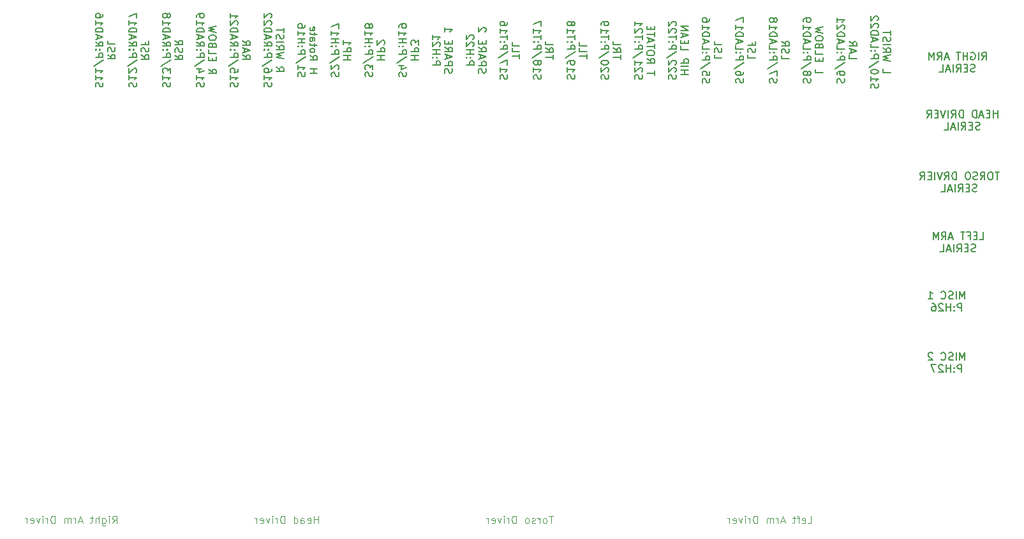
<source format=gbr>
%TF.GenerationSoftware,KiCad,Pcbnew,8.0.2-1*%
%TF.CreationDate,2025-01-01T21:53:55-05:00*%
%TF.ProjectId,C3P0_Controller,43335030-5f43-46f6-9e74-726f6c6c6572,rev?*%
%TF.SameCoordinates,Original*%
%TF.FileFunction,Legend,Bot*%
%TF.FilePolarity,Positive*%
%FSLAX46Y46*%
G04 Gerber Fmt 4.6, Leading zero omitted, Abs format (unit mm)*
G04 Created by KiCad (PCBNEW 8.0.2-1) date 2025-01-01 21:53:55*
%MOMM*%
%LPD*%
G01*
G04 APERTURE LIST*
%ADD10C,0.153000*%
%ADD11C,0.100000*%
G04 APERTURE END LIST*
D10*
X199190097Y-256831719D02*
X199190097Y-255831719D01*
X199190097Y-255831719D02*
X198856764Y-256546004D01*
X198856764Y-256546004D02*
X198523431Y-255831719D01*
X198523431Y-255831719D02*
X198523431Y-256831719D01*
X198047240Y-256831719D02*
X198047240Y-255831719D01*
X197618669Y-256784100D02*
X197475812Y-256831719D01*
X197475812Y-256831719D02*
X197237717Y-256831719D01*
X197237717Y-256831719D02*
X197142479Y-256784100D01*
X197142479Y-256784100D02*
X197094860Y-256736480D01*
X197094860Y-256736480D02*
X197047241Y-256641242D01*
X197047241Y-256641242D02*
X197047241Y-256546004D01*
X197047241Y-256546004D02*
X197094860Y-256450766D01*
X197094860Y-256450766D02*
X197142479Y-256403147D01*
X197142479Y-256403147D02*
X197237717Y-256355528D01*
X197237717Y-256355528D02*
X197428193Y-256307909D01*
X197428193Y-256307909D02*
X197523431Y-256260290D01*
X197523431Y-256260290D02*
X197571050Y-256212671D01*
X197571050Y-256212671D02*
X197618669Y-256117433D01*
X197618669Y-256117433D02*
X197618669Y-256022195D01*
X197618669Y-256022195D02*
X197571050Y-255926957D01*
X197571050Y-255926957D02*
X197523431Y-255879338D01*
X197523431Y-255879338D02*
X197428193Y-255831719D01*
X197428193Y-255831719D02*
X197190098Y-255831719D01*
X197190098Y-255831719D02*
X197047241Y-255879338D01*
X196047241Y-256736480D02*
X196094860Y-256784100D01*
X196094860Y-256784100D02*
X196237717Y-256831719D01*
X196237717Y-256831719D02*
X196332955Y-256831719D01*
X196332955Y-256831719D02*
X196475812Y-256784100D01*
X196475812Y-256784100D02*
X196571050Y-256688861D01*
X196571050Y-256688861D02*
X196618669Y-256593623D01*
X196618669Y-256593623D02*
X196666288Y-256403147D01*
X196666288Y-256403147D02*
X196666288Y-256260290D01*
X196666288Y-256260290D02*
X196618669Y-256069814D01*
X196618669Y-256069814D02*
X196571050Y-255974576D01*
X196571050Y-255974576D02*
X196475812Y-255879338D01*
X196475812Y-255879338D02*
X196332955Y-255831719D01*
X196332955Y-255831719D02*
X196237717Y-255831719D01*
X196237717Y-255831719D02*
X196094860Y-255879338D01*
X196094860Y-255879338D02*
X196047241Y-255926957D01*
X194332955Y-256831719D02*
X194904383Y-256831719D01*
X194618669Y-256831719D02*
X194618669Y-255831719D01*
X194618669Y-255831719D02*
X194713907Y-255974576D01*
X194713907Y-255974576D02*
X194809145Y-256069814D01*
X194809145Y-256069814D02*
X194904383Y-256117433D01*
X198761525Y-258441663D02*
X198761525Y-257441663D01*
X198761525Y-257441663D02*
X198380573Y-257441663D01*
X198380573Y-257441663D02*
X198285335Y-257489282D01*
X198285335Y-257489282D02*
X198237716Y-257536901D01*
X198237716Y-257536901D02*
X198190097Y-257632139D01*
X198190097Y-257632139D02*
X198190097Y-257774996D01*
X198190097Y-257774996D02*
X198237716Y-257870234D01*
X198237716Y-257870234D02*
X198285335Y-257917853D01*
X198285335Y-257917853D02*
X198380573Y-257965472D01*
X198380573Y-257965472D02*
X198761525Y-257965472D01*
X197761525Y-258346424D02*
X197713906Y-258394044D01*
X197713906Y-258394044D02*
X197761525Y-258441663D01*
X197761525Y-258441663D02*
X197809144Y-258394044D01*
X197809144Y-258394044D02*
X197761525Y-258346424D01*
X197761525Y-258346424D02*
X197761525Y-258441663D01*
X197761525Y-257822615D02*
X197713906Y-257870234D01*
X197713906Y-257870234D02*
X197761525Y-257917853D01*
X197761525Y-257917853D02*
X197809144Y-257870234D01*
X197809144Y-257870234D02*
X197761525Y-257822615D01*
X197761525Y-257822615D02*
X197761525Y-257917853D01*
X197285335Y-258441663D02*
X197285335Y-257441663D01*
X197285335Y-257917853D02*
X196713907Y-257917853D01*
X196713907Y-258441663D02*
X196713907Y-257441663D01*
X196285335Y-257536901D02*
X196237716Y-257489282D01*
X196237716Y-257489282D02*
X196142478Y-257441663D01*
X196142478Y-257441663D02*
X195904383Y-257441663D01*
X195904383Y-257441663D02*
X195809145Y-257489282D01*
X195809145Y-257489282D02*
X195761526Y-257536901D01*
X195761526Y-257536901D02*
X195713907Y-257632139D01*
X195713907Y-257632139D02*
X195713907Y-257727377D01*
X195713907Y-257727377D02*
X195761526Y-257870234D01*
X195761526Y-257870234D02*
X196332954Y-258441663D01*
X196332954Y-258441663D02*
X195713907Y-258441663D01*
X194856764Y-257441663D02*
X195047240Y-257441663D01*
X195047240Y-257441663D02*
X195142478Y-257489282D01*
X195142478Y-257489282D02*
X195190097Y-257536901D01*
X195190097Y-257536901D02*
X195285335Y-257679758D01*
X195285335Y-257679758D02*
X195332954Y-257870234D01*
X195332954Y-257870234D02*
X195332954Y-258251186D01*
X195332954Y-258251186D02*
X195285335Y-258346424D01*
X195285335Y-258346424D02*
X195237716Y-258394044D01*
X195237716Y-258394044D02*
X195142478Y-258441663D01*
X195142478Y-258441663D02*
X194952002Y-258441663D01*
X194952002Y-258441663D02*
X194856764Y-258394044D01*
X194856764Y-258394044D02*
X194809145Y-258346424D01*
X194809145Y-258346424D02*
X194761526Y-258251186D01*
X194761526Y-258251186D02*
X194761526Y-258013091D01*
X194761526Y-258013091D02*
X194809145Y-257917853D01*
X194809145Y-257917853D02*
X194856764Y-257870234D01*
X194856764Y-257870234D02*
X194952002Y-257822615D01*
X194952002Y-257822615D02*
X195142478Y-257822615D01*
X195142478Y-257822615D02*
X195237716Y-257870234D01*
X195237716Y-257870234D02*
X195285335Y-257917853D01*
X195285335Y-257917853D02*
X195332954Y-258013091D01*
X203778191Y-239965719D02*
X203206763Y-239965719D01*
X203492477Y-240965719D02*
X203492477Y-239965719D01*
X202682953Y-239965719D02*
X202492477Y-239965719D01*
X202492477Y-239965719D02*
X202397239Y-240013338D01*
X202397239Y-240013338D02*
X202302001Y-240108576D01*
X202302001Y-240108576D02*
X202254382Y-240299052D01*
X202254382Y-240299052D02*
X202254382Y-240632385D01*
X202254382Y-240632385D02*
X202302001Y-240822861D01*
X202302001Y-240822861D02*
X202397239Y-240918100D01*
X202397239Y-240918100D02*
X202492477Y-240965719D01*
X202492477Y-240965719D02*
X202682953Y-240965719D01*
X202682953Y-240965719D02*
X202778191Y-240918100D01*
X202778191Y-240918100D02*
X202873429Y-240822861D01*
X202873429Y-240822861D02*
X202921048Y-240632385D01*
X202921048Y-240632385D02*
X202921048Y-240299052D01*
X202921048Y-240299052D02*
X202873429Y-240108576D01*
X202873429Y-240108576D02*
X202778191Y-240013338D01*
X202778191Y-240013338D02*
X202682953Y-239965719D01*
X201254382Y-240965719D02*
X201587715Y-240489528D01*
X201825810Y-240965719D02*
X201825810Y-239965719D01*
X201825810Y-239965719D02*
X201444858Y-239965719D01*
X201444858Y-239965719D02*
X201349620Y-240013338D01*
X201349620Y-240013338D02*
X201302001Y-240060957D01*
X201302001Y-240060957D02*
X201254382Y-240156195D01*
X201254382Y-240156195D02*
X201254382Y-240299052D01*
X201254382Y-240299052D02*
X201302001Y-240394290D01*
X201302001Y-240394290D02*
X201349620Y-240441909D01*
X201349620Y-240441909D02*
X201444858Y-240489528D01*
X201444858Y-240489528D02*
X201825810Y-240489528D01*
X200873429Y-240918100D02*
X200730572Y-240965719D01*
X200730572Y-240965719D02*
X200492477Y-240965719D01*
X200492477Y-240965719D02*
X200397239Y-240918100D01*
X200397239Y-240918100D02*
X200349620Y-240870480D01*
X200349620Y-240870480D02*
X200302001Y-240775242D01*
X200302001Y-240775242D02*
X200302001Y-240680004D01*
X200302001Y-240680004D02*
X200349620Y-240584766D01*
X200349620Y-240584766D02*
X200397239Y-240537147D01*
X200397239Y-240537147D02*
X200492477Y-240489528D01*
X200492477Y-240489528D02*
X200682953Y-240441909D01*
X200682953Y-240441909D02*
X200778191Y-240394290D01*
X200778191Y-240394290D02*
X200825810Y-240346671D01*
X200825810Y-240346671D02*
X200873429Y-240251433D01*
X200873429Y-240251433D02*
X200873429Y-240156195D01*
X200873429Y-240156195D02*
X200825810Y-240060957D01*
X200825810Y-240060957D02*
X200778191Y-240013338D01*
X200778191Y-240013338D02*
X200682953Y-239965719D01*
X200682953Y-239965719D02*
X200444858Y-239965719D01*
X200444858Y-239965719D02*
X200302001Y-240013338D01*
X199682953Y-239965719D02*
X199492477Y-239965719D01*
X199492477Y-239965719D02*
X199397239Y-240013338D01*
X199397239Y-240013338D02*
X199302001Y-240108576D01*
X199302001Y-240108576D02*
X199254382Y-240299052D01*
X199254382Y-240299052D02*
X199254382Y-240632385D01*
X199254382Y-240632385D02*
X199302001Y-240822861D01*
X199302001Y-240822861D02*
X199397239Y-240918100D01*
X199397239Y-240918100D02*
X199492477Y-240965719D01*
X199492477Y-240965719D02*
X199682953Y-240965719D01*
X199682953Y-240965719D02*
X199778191Y-240918100D01*
X199778191Y-240918100D02*
X199873429Y-240822861D01*
X199873429Y-240822861D02*
X199921048Y-240632385D01*
X199921048Y-240632385D02*
X199921048Y-240299052D01*
X199921048Y-240299052D02*
X199873429Y-240108576D01*
X199873429Y-240108576D02*
X199778191Y-240013338D01*
X199778191Y-240013338D02*
X199682953Y-239965719D01*
X198063905Y-240965719D02*
X198063905Y-239965719D01*
X198063905Y-239965719D02*
X197825810Y-239965719D01*
X197825810Y-239965719D02*
X197682953Y-240013338D01*
X197682953Y-240013338D02*
X197587715Y-240108576D01*
X197587715Y-240108576D02*
X197540096Y-240203814D01*
X197540096Y-240203814D02*
X197492477Y-240394290D01*
X197492477Y-240394290D02*
X197492477Y-240537147D01*
X197492477Y-240537147D02*
X197540096Y-240727623D01*
X197540096Y-240727623D02*
X197587715Y-240822861D01*
X197587715Y-240822861D02*
X197682953Y-240918100D01*
X197682953Y-240918100D02*
X197825810Y-240965719D01*
X197825810Y-240965719D02*
X198063905Y-240965719D01*
X196492477Y-240965719D02*
X196825810Y-240489528D01*
X197063905Y-240965719D02*
X197063905Y-239965719D01*
X197063905Y-239965719D02*
X196682953Y-239965719D01*
X196682953Y-239965719D02*
X196587715Y-240013338D01*
X196587715Y-240013338D02*
X196540096Y-240060957D01*
X196540096Y-240060957D02*
X196492477Y-240156195D01*
X196492477Y-240156195D02*
X196492477Y-240299052D01*
X196492477Y-240299052D02*
X196540096Y-240394290D01*
X196540096Y-240394290D02*
X196587715Y-240441909D01*
X196587715Y-240441909D02*
X196682953Y-240489528D01*
X196682953Y-240489528D02*
X197063905Y-240489528D01*
X196206762Y-239965719D02*
X195873429Y-240965719D01*
X195873429Y-240965719D02*
X195540096Y-239965719D01*
X195206762Y-240965719D02*
X195206762Y-239965719D01*
X194730572Y-240441909D02*
X194397239Y-240441909D01*
X194254382Y-240965719D02*
X194730572Y-240965719D01*
X194730572Y-240965719D02*
X194730572Y-239965719D01*
X194730572Y-239965719D02*
X194254382Y-239965719D01*
X193254382Y-240965719D02*
X193587715Y-240489528D01*
X193825810Y-240965719D02*
X193825810Y-239965719D01*
X193825810Y-239965719D02*
X193444858Y-239965719D01*
X193444858Y-239965719D02*
X193349620Y-240013338D01*
X193349620Y-240013338D02*
X193302001Y-240060957D01*
X193302001Y-240060957D02*
X193254382Y-240156195D01*
X193254382Y-240156195D02*
X193254382Y-240299052D01*
X193254382Y-240299052D02*
X193302001Y-240394290D01*
X193302001Y-240394290D02*
X193349620Y-240441909D01*
X193349620Y-240441909D02*
X193444858Y-240489528D01*
X193444858Y-240489528D02*
X193825810Y-240489528D01*
X200778191Y-242528044D02*
X200635334Y-242575663D01*
X200635334Y-242575663D02*
X200397239Y-242575663D01*
X200397239Y-242575663D02*
X200302001Y-242528044D01*
X200302001Y-242528044D02*
X200254382Y-242480424D01*
X200254382Y-242480424D02*
X200206763Y-242385186D01*
X200206763Y-242385186D02*
X200206763Y-242289948D01*
X200206763Y-242289948D02*
X200254382Y-242194710D01*
X200254382Y-242194710D02*
X200302001Y-242147091D01*
X200302001Y-242147091D02*
X200397239Y-242099472D01*
X200397239Y-242099472D02*
X200587715Y-242051853D01*
X200587715Y-242051853D02*
X200682953Y-242004234D01*
X200682953Y-242004234D02*
X200730572Y-241956615D01*
X200730572Y-241956615D02*
X200778191Y-241861377D01*
X200778191Y-241861377D02*
X200778191Y-241766139D01*
X200778191Y-241766139D02*
X200730572Y-241670901D01*
X200730572Y-241670901D02*
X200682953Y-241623282D01*
X200682953Y-241623282D02*
X200587715Y-241575663D01*
X200587715Y-241575663D02*
X200349620Y-241575663D01*
X200349620Y-241575663D02*
X200206763Y-241623282D01*
X199778191Y-242051853D02*
X199444858Y-242051853D01*
X199302001Y-242575663D02*
X199778191Y-242575663D01*
X199778191Y-242575663D02*
X199778191Y-241575663D01*
X199778191Y-241575663D02*
X199302001Y-241575663D01*
X198302001Y-242575663D02*
X198635334Y-242099472D01*
X198873429Y-242575663D02*
X198873429Y-241575663D01*
X198873429Y-241575663D02*
X198492477Y-241575663D01*
X198492477Y-241575663D02*
X198397239Y-241623282D01*
X198397239Y-241623282D02*
X198349620Y-241670901D01*
X198349620Y-241670901D02*
X198302001Y-241766139D01*
X198302001Y-241766139D02*
X198302001Y-241908996D01*
X198302001Y-241908996D02*
X198349620Y-242004234D01*
X198349620Y-242004234D02*
X198397239Y-242051853D01*
X198397239Y-242051853D02*
X198492477Y-242099472D01*
X198492477Y-242099472D02*
X198873429Y-242099472D01*
X197873429Y-242575663D02*
X197873429Y-241575663D01*
X197444858Y-242289948D02*
X196968668Y-242289948D01*
X197540096Y-242575663D02*
X197206763Y-241575663D01*
X197206763Y-241575663D02*
X196873430Y-242575663D01*
X196063906Y-242575663D02*
X196540096Y-242575663D01*
X196540096Y-242575663D02*
X196540096Y-241575663D01*
X201435621Y-225043719D02*
X201768954Y-224567528D01*
X202007049Y-225043719D02*
X202007049Y-224043719D01*
X202007049Y-224043719D02*
X201626097Y-224043719D01*
X201626097Y-224043719D02*
X201530859Y-224091338D01*
X201530859Y-224091338D02*
X201483240Y-224138957D01*
X201483240Y-224138957D02*
X201435621Y-224234195D01*
X201435621Y-224234195D02*
X201435621Y-224377052D01*
X201435621Y-224377052D02*
X201483240Y-224472290D01*
X201483240Y-224472290D02*
X201530859Y-224519909D01*
X201530859Y-224519909D02*
X201626097Y-224567528D01*
X201626097Y-224567528D02*
X202007049Y-224567528D01*
X201007049Y-225043719D02*
X201007049Y-224043719D01*
X200007050Y-224091338D02*
X200102288Y-224043719D01*
X200102288Y-224043719D02*
X200245145Y-224043719D01*
X200245145Y-224043719D02*
X200388002Y-224091338D01*
X200388002Y-224091338D02*
X200483240Y-224186576D01*
X200483240Y-224186576D02*
X200530859Y-224281814D01*
X200530859Y-224281814D02*
X200578478Y-224472290D01*
X200578478Y-224472290D02*
X200578478Y-224615147D01*
X200578478Y-224615147D02*
X200530859Y-224805623D01*
X200530859Y-224805623D02*
X200483240Y-224900861D01*
X200483240Y-224900861D02*
X200388002Y-224996100D01*
X200388002Y-224996100D02*
X200245145Y-225043719D01*
X200245145Y-225043719D02*
X200149907Y-225043719D01*
X200149907Y-225043719D02*
X200007050Y-224996100D01*
X200007050Y-224996100D02*
X199959431Y-224948480D01*
X199959431Y-224948480D02*
X199959431Y-224615147D01*
X199959431Y-224615147D02*
X200149907Y-224615147D01*
X199530859Y-225043719D02*
X199530859Y-224043719D01*
X199530859Y-224519909D02*
X198959431Y-224519909D01*
X198959431Y-225043719D02*
X198959431Y-224043719D01*
X198626097Y-224043719D02*
X198054669Y-224043719D01*
X198340383Y-225043719D02*
X198340383Y-224043719D01*
X197007049Y-224758004D02*
X196530859Y-224758004D01*
X197102287Y-225043719D02*
X196768954Y-224043719D01*
X196768954Y-224043719D02*
X196435621Y-225043719D01*
X195530859Y-225043719D02*
X195864192Y-224567528D01*
X196102287Y-225043719D02*
X196102287Y-224043719D01*
X196102287Y-224043719D02*
X195721335Y-224043719D01*
X195721335Y-224043719D02*
X195626097Y-224091338D01*
X195626097Y-224091338D02*
X195578478Y-224138957D01*
X195578478Y-224138957D02*
X195530859Y-224234195D01*
X195530859Y-224234195D02*
X195530859Y-224377052D01*
X195530859Y-224377052D02*
X195578478Y-224472290D01*
X195578478Y-224472290D02*
X195626097Y-224519909D01*
X195626097Y-224519909D02*
X195721335Y-224567528D01*
X195721335Y-224567528D02*
X196102287Y-224567528D01*
X195102287Y-225043719D02*
X195102287Y-224043719D01*
X195102287Y-224043719D02*
X194768954Y-224758004D01*
X194768954Y-224758004D02*
X194435621Y-224043719D01*
X194435621Y-224043719D02*
X194435621Y-225043719D01*
X200530859Y-226606044D02*
X200388002Y-226653663D01*
X200388002Y-226653663D02*
X200149907Y-226653663D01*
X200149907Y-226653663D02*
X200054669Y-226606044D01*
X200054669Y-226606044D02*
X200007050Y-226558424D01*
X200007050Y-226558424D02*
X199959431Y-226463186D01*
X199959431Y-226463186D02*
X199959431Y-226367948D01*
X199959431Y-226367948D02*
X200007050Y-226272710D01*
X200007050Y-226272710D02*
X200054669Y-226225091D01*
X200054669Y-226225091D02*
X200149907Y-226177472D01*
X200149907Y-226177472D02*
X200340383Y-226129853D01*
X200340383Y-226129853D02*
X200435621Y-226082234D01*
X200435621Y-226082234D02*
X200483240Y-226034615D01*
X200483240Y-226034615D02*
X200530859Y-225939377D01*
X200530859Y-225939377D02*
X200530859Y-225844139D01*
X200530859Y-225844139D02*
X200483240Y-225748901D01*
X200483240Y-225748901D02*
X200435621Y-225701282D01*
X200435621Y-225701282D02*
X200340383Y-225653663D01*
X200340383Y-225653663D02*
X200102288Y-225653663D01*
X200102288Y-225653663D02*
X199959431Y-225701282D01*
X199530859Y-226129853D02*
X199197526Y-226129853D01*
X199054669Y-226653663D02*
X199530859Y-226653663D01*
X199530859Y-226653663D02*
X199530859Y-225653663D01*
X199530859Y-225653663D02*
X199054669Y-225653663D01*
X198054669Y-226653663D02*
X198388002Y-226177472D01*
X198626097Y-226653663D02*
X198626097Y-225653663D01*
X198626097Y-225653663D02*
X198245145Y-225653663D01*
X198245145Y-225653663D02*
X198149907Y-225701282D01*
X198149907Y-225701282D02*
X198102288Y-225748901D01*
X198102288Y-225748901D02*
X198054669Y-225844139D01*
X198054669Y-225844139D02*
X198054669Y-225986996D01*
X198054669Y-225986996D02*
X198102288Y-226082234D01*
X198102288Y-226082234D02*
X198149907Y-226129853D01*
X198149907Y-226129853D02*
X198245145Y-226177472D01*
X198245145Y-226177472D02*
X198626097Y-226177472D01*
X197626097Y-226653663D02*
X197626097Y-225653663D01*
X197197526Y-226367948D02*
X196721336Y-226367948D01*
X197292764Y-226653663D02*
X196959431Y-225653663D01*
X196959431Y-225653663D02*
X196626098Y-226653663D01*
X195816574Y-226653663D02*
X196292764Y-226653663D01*
X196292764Y-226653663D02*
X196292764Y-225653663D01*
X201142669Y-248957719D02*
X201618859Y-248957719D01*
X201618859Y-248957719D02*
X201618859Y-247957719D01*
X200809335Y-248433909D02*
X200476002Y-248433909D01*
X200333145Y-248957719D02*
X200809335Y-248957719D01*
X200809335Y-248957719D02*
X200809335Y-247957719D01*
X200809335Y-247957719D02*
X200333145Y-247957719D01*
X199571240Y-248433909D02*
X199904573Y-248433909D01*
X199904573Y-248957719D02*
X199904573Y-247957719D01*
X199904573Y-247957719D02*
X199428383Y-247957719D01*
X199190287Y-247957719D02*
X198618859Y-247957719D01*
X198904573Y-248957719D02*
X198904573Y-247957719D01*
X197571239Y-248672004D02*
X197095049Y-248672004D01*
X197666477Y-248957719D02*
X197333144Y-247957719D01*
X197333144Y-247957719D02*
X196999811Y-248957719D01*
X196095049Y-248957719D02*
X196428382Y-248481528D01*
X196666477Y-248957719D02*
X196666477Y-247957719D01*
X196666477Y-247957719D02*
X196285525Y-247957719D01*
X196285525Y-247957719D02*
X196190287Y-248005338D01*
X196190287Y-248005338D02*
X196142668Y-248052957D01*
X196142668Y-248052957D02*
X196095049Y-248148195D01*
X196095049Y-248148195D02*
X196095049Y-248291052D01*
X196095049Y-248291052D02*
X196142668Y-248386290D01*
X196142668Y-248386290D02*
X196190287Y-248433909D01*
X196190287Y-248433909D02*
X196285525Y-248481528D01*
X196285525Y-248481528D02*
X196666477Y-248481528D01*
X195666477Y-248957719D02*
X195666477Y-247957719D01*
X195666477Y-247957719D02*
X195333144Y-248672004D01*
X195333144Y-248672004D02*
X194999811Y-247957719D01*
X194999811Y-247957719D02*
X194999811Y-248957719D01*
X200618859Y-250520044D02*
X200476002Y-250567663D01*
X200476002Y-250567663D02*
X200237907Y-250567663D01*
X200237907Y-250567663D02*
X200142669Y-250520044D01*
X200142669Y-250520044D02*
X200095050Y-250472424D01*
X200095050Y-250472424D02*
X200047431Y-250377186D01*
X200047431Y-250377186D02*
X200047431Y-250281948D01*
X200047431Y-250281948D02*
X200095050Y-250186710D01*
X200095050Y-250186710D02*
X200142669Y-250139091D01*
X200142669Y-250139091D02*
X200237907Y-250091472D01*
X200237907Y-250091472D02*
X200428383Y-250043853D01*
X200428383Y-250043853D02*
X200523621Y-249996234D01*
X200523621Y-249996234D02*
X200571240Y-249948615D01*
X200571240Y-249948615D02*
X200618859Y-249853377D01*
X200618859Y-249853377D02*
X200618859Y-249758139D01*
X200618859Y-249758139D02*
X200571240Y-249662901D01*
X200571240Y-249662901D02*
X200523621Y-249615282D01*
X200523621Y-249615282D02*
X200428383Y-249567663D01*
X200428383Y-249567663D02*
X200190288Y-249567663D01*
X200190288Y-249567663D02*
X200047431Y-249615282D01*
X199618859Y-250043853D02*
X199285526Y-250043853D01*
X199142669Y-250567663D02*
X199618859Y-250567663D01*
X199618859Y-250567663D02*
X199618859Y-249567663D01*
X199618859Y-249567663D02*
X199142669Y-249567663D01*
X198142669Y-250567663D02*
X198476002Y-250091472D01*
X198714097Y-250567663D02*
X198714097Y-249567663D01*
X198714097Y-249567663D02*
X198333145Y-249567663D01*
X198333145Y-249567663D02*
X198237907Y-249615282D01*
X198237907Y-249615282D02*
X198190288Y-249662901D01*
X198190288Y-249662901D02*
X198142669Y-249758139D01*
X198142669Y-249758139D02*
X198142669Y-249900996D01*
X198142669Y-249900996D02*
X198190288Y-249996234D01*
X198190288Y-249996234D02*
X198237907Y-250043853D01*
X198237907Y-250043853D02*
X198333145Y-250091472D01*
X198333145Y-250091472D02*
X198714097Y-250091472D01*
X197714097Y-250567663D02*
X197714097Y-249567663D01*
X197285526Y-250281948D02*
X196809336Y-250281948D01*
X197380764Y-250567663D02*
X197047431Y-249567663D01*
X197047431Y-249567663D02*
X196714098Y-250567663D01*
X195904574Y-250567663D02*
X196380764Y-250567663D01*
X196380764Y-250567663D02*
X196380764Y-249567663D01*
X203544168Y-232725219D02*
X203544168Y-231725219D01*
X203544168Y-232201409D02*
X202972740Y-232201409D01*
X202972740Y-232725219D02*
X202972740Y-231725219D01*
X202496549Y-232201409D02*
X202163216Y-232201409D01*
X202020359Y-232725219D02*
X202496549Y-232725219D01*
X202496549Y-232725219D02*
X202496549Y-231725219D01*
X202496549Y-231725219D02*
X202020359Y-231725219D01*
X201639406Y-232439504D02*
X201163216Y-232439504D01*
X201734644Y-232725219D02*
X201401311Y-231725219D01*
X201401311Y-231725219D02*
X201067978Y-232725219D01*
X200734644Y-232725219D02*
X200734644Y-231725219D01*
X200734644Y-231725219D02*
X200496549Y-231725219D01*
X200496549Y-231725219D02*
X200353692Y-231772838D01*
X200353692Y-231772838D02*
X200258454Y-231868076D01*
X200258454Y-231868076D02*
X200210835Y-231963314D01*
X200210835Y-231963314D02*
X200163216Y-232153790D01*
X200163216Y-232153790D02*
X200163216Y-232296647D01*
X200163216Y-232296647D02*
X200210835Y-232487123D01*
X200210835Y-232487123D02*
X200258454Y-232582361D01*
X200258454Y-232582361D02*
X200353692Y-232677600D01*
X200353692Y-232677600D02*
X200496549Y-232725219D01*
X200496549Y-232725219D02*
X200734644Y-232725219D01*
X198972739Y-232725219D02*
X198972739Y-231725219D01*
X198972739Y-231725219D02*
X198734644Y-231725219D01*
X198734644Y-231725219D02*
X198591787Y-231772838D01*
X198591787Y-231772838D02*
X198496549Y-231868076D01*
X198496549Y-231868076D02*
X198448930Y-231963314D01*
X198448930Y-231963314D02*
X198401311Y-232153790D01*
X198401311Y-232153790D02*
X198401311Y-232296647D01*
X198401311Y-232296647D02*
X198448930Y-232487123D01*
X198448930Y-232487123D02*
X198496549Y-232582361D01*
X198496549Y-232582361D02*
X198591787Y-232677600D01*
X198591787Y-232677600D02*
X198734644Y-232725219D01*
X198734644Y-232725219D02*
X198972739Y-232725219D01*
X197401311Y-232725219D02*
X197734644Y-232249028D01*
X197972739Y-232725219D02*
X197972739Y-231725219D01*
X197972739Y-231725219D02*
X197591787Y-231725219D01*
X197591787Y-231725219D02*
X197496549Y-231772838D01*
X197496549Y-231772838D02*
X197448930Y-231820457D01*
X197448930Y-231820457D02*
X197401311Y-231915695D01*
X197401311Y-231915695D02*
X197401311Y-232058552D01*
X197401311Y-232058552D02*
X197448930Y-232153790D01*
X197448930Y-232153790D02*
X197496549Y-232201409D01*
X197496549Y-232201409D02*
X197591787Y-232249028D01*
X197591787Y-232249028D02*
X197972739Y-232249028D01*
X196972739Y-232725219D02*
X196972739Y-231725219D01*
X196639406Y-231725219D02*
X196306073Y-232725219D01*
X196306073Y-232725219D02*
X195972740Y-231725219D01*
X195639406Y-232201409D02*
X195306073Y-232201409D01*
X195163216Y-232725219D02*
X195639406Y-232725219D01*
X195639406Y-232725219D02*
X195639406Y-231725219D01*
X195639406Y-231725219D02*
X195163216Y-231725219D01*
X194163216Y-232725219D02*
X194496549Y-232249028D01*
X194734644Y-232725219D02*
X194734644Y-231725219D01*
X194734644Y-231725219D02*
X194353692Y-231725219D01*
X194353692Y-231725219D02*
X194258454Y-231772838D01*
X194258454Y-231772838D02*
X194210835Y-231820457D01*
X194210835Y-231820457D02*
X194163216Y-231915695D01*
X194163216Y-231915695D02*
X194163216Y-232058552D01*
X194163216Y-232058552D02*
X194210835Y-232153790D01*
X194210835Y-232153790D02*
X194258454Y-232201409D01*
X194258454Y-232201409D02*
X194353692Y-232249028D01*
X194353692Y-232249028D02*
X194734644Y-232249028D01*
X201187025Y-234287544D02*
X201044168Y-234335163D01*
X201044168Y-234335163D02*
X200806073Y-234335163D01*
X200806073Y-234335163D02*
X200710835Y-234287544D01*
X200710835Y-234287544D02*
X200663216Y-234239924D01*
X200663216Y-234239924D02*
X200615597Y-234144686D01*
X200615597Y-234144686D02*
X200615597Y-234049448D01*
X200615597Y-234049448D02*
X200663216Y-233954210D01*
X200663216Y-233954210D02*
X200710835Y-233906591D01*
X200710835Y-233906591D02*
X200806073Y-233858972D01*
X200806073Y-233858972D02*
X200996549Y-233811353D01*
X200996549Y-233811353D02*
X201091787Y-233763734D01*
X201091787Y-233763734D02*
X201139406Y-233716115D01*
X201139406Y-233716115D02*
X201187025Y-233620877D01*
X201187025Y-233620877D02*
X201187025Y-233525639D01*
X201187025Y-233525639D02*
X201139406Y-233430401D01*
X201139406Y-233430401D02*
X201091787Y-233382782D01*
X201091787Y-233382782D02*
X200996549Y-233335163D01*
X200996549Y-233335163D02*
X200758454Y-233335163D01*
X200758454Y-233335163D02*
X200615597Y-233382782D01*
X200187025Y-233811353D02*
X199853692Y-233811353D01*
X199710835Y-234335163D02*
X200187025Y-234335163D01*
X200187025Y-234335163D02*
X200187025Y-233335163D01*
X200187025Y-233335163D02*
X199710835Y-233335163D01*
X198710835Y-234335163D02*
X199044168Y-233858972D01*
X199282263Y-234335163D02*
X199282263Y-233335163D01*
X199282263Y-233335163D02*
X198901311Y-233335163D01*
X198901311Y-233335163D02*
X198806073Y-233382782D01*
X198806073Y-233382782D02*
X198758454Y-233430401D01*
X198758454Y-233430401D02*
X198710835Y-233525639D01*
X198710835Y-233525639D02*
X198710835Y-233668496D01*
X198710835Y-233668496D02*
X198758454Y-233763734D01*
X198758454Y-233763734D02*
X198806073Y-233811353D01*
X198806073Y-233811353D02*
X198901311Y-233858972D01*
X198901311Y-233858972D02*
X199282263Y-233858972D01*
X198282263Y-234335163D02*
X198282263Y-233335163D01*
X197853692Y-234049448D02*
X197377502Y-234049448D01*
X197948930Y-234335163D02*
X197615597Y-233335163D01*
X197615597Y-233335163D02*
X197282264Y-234335163D01*
X196472740Y-234335163D02*
X196948930Y-234335163D01*
X196948930Y-234335163D02*
X196948930Y-233335163D01*
X199190097Y-264959719D02*
X199190097Y-263959719D01*
X199190097Y-263959719D02*
X198856764Y-264674004D01*
X198856764Y-264674004D02*
X198523431Y-263959719D01*
X198523431Y-263959719D02*
X198523431Y-264959719D01*
X198047240Y-264959719D02*
X198047240Y-263959719D01*
X197618669Y-264912100D02*
X197475812Y-264959719D01*
X197475812Y-264959719D02*
X197237717Y-264959719D01*
X197237717Y-264959719D02*
X197142479Y-264912100D01*
X197142479Y-264912100D02*
X197094860Y-264864480D01*
X197094860Y-264864480D02*
X197047241Y-264769242D01*
X197047241Y-264769242D02*
X197047241Y-264674004D01*
X197047241Y-264674004D02*
X197094860Y-264578766D01*
X197094860Y-264578766D02*
X197142479Y-264531147D01*
X197142479Y-264531147D02*
X197237717Y-264483528D01*
X197237717Y-264483528D02*
X197428193Y-264435909D01*
X197428193Y-264435909D02*
X197523431Y-264388290D01*
X197523431Y-264388290D02*
X197571050Y-264340671D01*
X197571050Y-264340671D02*
X197618669Y-264245433D01*
X197618669Y-264245433D02*
X197618669Y-264150195D01*
X197618669Y-264150195D02*
X197571050Y-264054957D01*
X197571050Y-264054957D02*
X197523431Y-264007338D01*
X197523431Y-264007338D02*
X197428193Y-263959719D01*
X197428193Y-263959719D02*
X197190098Y-263959719D01*
X197190098Y-263959719D02*
X197047241Y-264007338D01*
X196047241Y-264864480D02*
X196094860Y-264912100D01*
X196094860Y-264912100D02*
X196237717Y-264959719D01*
X196237717Y-264959719D02*
X196332955Y-264959719D01*
X196332955Y-264959719D02*
X196475812Y-264912100D01*
X196475812Y-264912100D02*
X196571050Y-264816861D01*
X196571050Y-264816861D02*
X196618669Y-264721623D01*
X196618669Y-264721623D02*
X196666288Y-264531147D01*
X196666288Y-264531147D02*
X196666288Y-264388290D01*
X196666288Y-264388290D02*
X196618669Y-264197814D01*
X196618669Y-264197814D02*
X196571050Y-264102576D01*
X196571050Y-264102576D02*
X196475812Y-264007338D01*
X196475812Y-264007338D02*
X196332955Y-263959719D01*
X196332955Y-263959719D02*
X196237717Y-263959719D01*
X196237717Y-263959719D02*
X196094860Y-264007338D01*
X196094860Y-264007338D02*
X196047241Y-264054957D01*
X194904383Y-264054957D02*
X194856764Y-264007338D01*
X194856764Y-264007338D02*
X194761526Y-263959719D01*
X194761526Y-263959719D02*
X194523431Y-263959719D01*
X194523431Y-263959719D02*
X194428193Y-264007338D01*
X194428193Y-264007338D02*
X194380574Y-264054957D01*
X194380574Y-264054957D02*
X194332955Y-264150195D01*
X194332955Y-264150195D02*
X194332955Y-264245433D01*
X194332955Y-264245433D02*
X194380574Y-264388290D01*
X194380574Y-264388290D02*
X194952002Y-264959719D01*
X194952002Y-264959719D02*
X194332955Y-264959719D01*
X198761525Y-266569663D02*
X198761525Y-265569663D01*
X198761525Y-265569663D02*
X198380573Y-265569663D01*
X198380573Y-265569663D02*
X198285335Y-265617282D01*
X198285335Y-265617282D02*
X198237716Y-265664901D01*
X198237716Y-265664901D02*
X198190097Y-265760139D01*
X198190097Y-265760139D02*
X198190097Y-265902996D01*
X198190097Y-265902996D02*
X198237716Y-265998234D01*
X198237716Y-265998234D02*
X198285335Y-266045853D01*
X198285335Y-266045853D02*
X198380573Y-266093472D01*
X198380573Y-266093472D02*
X198761525Y-266093472D01*
X197761525Y-266474424D02*
X197713906Y-266522044D01*
X197713906Y-266522044D02*
X197761525Y-266569663D01*
X197761525Y-266569663D02*
X197809144Y-266522044D01*
X197809144Y-266522044D02*
X197761525Y-266474424D01*
X197761525Y-266474424D02*
X197761525Y-266569663D01*
X197761525Y-265950615D02*
X197713906Y-265998234D01*
X197713906Y-265998234D02*
X197761525Y-266045853D01*
X197761525Y-266045853D02*
X197809144Y-265998234D01*
X197809144Y-265998234D02*
X197761525Y-265950615D01*
X197761525Y-265950615D02*
X197761525Y-266045853D01*
X197285335Y-266569663D02*
X197285335Y-265569663D01*
X197285335Y-266045853D02*
X196713907Y-266045853D01*
X196713907Y-266569663D02*
X196713907Y-265569663D01*
X196285335Y-265664901D02*
X196237716Y-265617282D01*
X196237716Y-265617282D02*
X196142478Y-265569663D01*
X196142478Y-265569663D02*
X195904383Y-265569663D01*
X195904383Y-265569663D02*
X195809145Y-265617282D01*
X195809145Y-265617282D02*
X195761526Y-265664901D01*
X195761526Y-265664901D02*
X195713907Y-265760139D01*
X195713907Y-265760139D02*
X195713907Y-265855377D01*
X195713907Y-265855377D02*
X195761526Y-265998234D01*
X195761526Y-265998234D02*
X196332954Y-266569663D01*
X196332954Y-266569663D02*
X195713907Y-266569663D01*
X195380573Y-265569663D02*
X194713907Y-265569663D01*
X194713907Y-265569663D02*
X195142478Y-266569663D01*
D11*
X144555598Y-285638419D02*
X143984170Y-285638419D01*
X144269884Y-286638419D02*
X144269884Y-285638419D01*
X143507979Y-286638419D02*
X143603217Y-286590800D01*
X143603217Y-286590800D02*
X143650836Y-286543180D01*
X143650836Y-286543180D02*
X143698455Y-286447942D01*
X143698455Y-286447942D02*
X143698455Y-286162228D01*
X143698455Y-286162228D02*
X143650836Y-286066990D01*
X143650836Y-286066990D02*
X143603217Y-286019371D01*
X143603217Y-286019371D02*
X143507979Y-285971752D01*
X143507979Y-285971752D02*
X143365122Y-285971752D01*
X143365122Y-285971752D02*
X143269884Y-286019371D01*
X143269884Y-286019371D02*
X143222265Y-286066990D01*
X143222265Y-286066990D02*
X143174646Y-286162228D01*
X143174646Y-286162228D02*
X143174646Y-286447942D01*
X143174646Y-286447942D02*
X143222265Y-286543180D01*
X143222265Y-286543180D02*
X143269884Y-286590800D01*
X143269884Y-286590800D02*
X143365122Y-286638419D01*
X143365122Y-286638419D02*
X143507979Y-286638419D01*
X142746074Y-286638419D02*
X142746074Y-285971752D01*
X142746074Y-286162228D02*
X142698455Y-286066990D01*
X142698455Y-286066990D02*
X142650836Y-286019371D01*
X142650836Y-286019371D02*
X142555598Y-285971752D01*
X142555598Y-285971752D02*
X142460360Y-285971752D01*
X142174645Y-286590800D02*
X142079407Y-286638419D01*
X142079407Y-286638419D02*
X141888931Y-286638419D01*
X141888931Y-286638419D02*
X141793693Y-286590800D01*
X141793693Y-286590800D02*
X141746074Y-286495561D01*
X141746074Y-286495561D02*
X141746074Y-286447942D01*
X141746074Y-286447942D02*
X141793693Y-286352704D01*
X141793693Y-286352704D02*
X141888931Y-286305085D01*
X141888931Y-286305085D02*
X142031788Y-286305085D01*
X142031788Y-286305085D02*
X142127026Y-286257466D01*
X142127026Y-286257466D02*
X142174645Y-286162228D01*
X142174645Y-286162228D02*
X142174645Y-286114609D01*
X142174645Y-286114609D02*
X142127026Y-286019371D01*
X142127026Y-286019371D02*
X142031788Y-285971752D01*
X142031788Y-285971752D02*
X141888931Y-285971752D01*
X141888931Y-285971752D02*
X141793693Y-286019371D01*
X141174645Y-286638419D02*
X141269883Y-286590800D01*
X141269883Y-286590800D02*
X141317502Y-286543180D01*
X141317502Y-286543180D02*
X141365121Y-286447942D01*
X141365121Y-286447942D02*
X141365121Y-286162228D01*
X141365121Y-286162228D02*
X141317502Y-286066990D01*
X141317502Y-286066990D02*
X141269883Y-286019371D01*
X141269883Y-286019371D02*
X141174645Y-285971752D01*
X141174645Y-285971752D02*
X141031788Y-285971752D01*
X141031788Y-285971752D02*
X140936550Y-286019371D01*
X140936550Y-286019371D02*
X140888931Y-286066990D01*
X140888931Y-286066990D02*
X140841312Y-286162228D01*
X140841312Y-286162228D02*
X140841312Y-286447942D01*
X140841312Y-286447942D02*
X140888931Y-286543180D01*
X140888931Y-286543180D02*
X140936550Y-286590800D01*
X140936550Y-286590800D02*
X141031788Y-286638419D01*
X141031788Y-286638419D02*
X141174645Y-286638419D01*
X139650835Y-286638419D02*
X139650835Y-285638419D01*
X139650835Y-285638419D02*
X139412740Y-285638419D01*
X139412740Y-285638419D02*
X139269883Y-285686038D01*
X139269883Y-285686038D02*
X139174645Y-285781276D01*
X139174645Y-285781276D02*
X139127026Y-285876514D01*
X139127026Y-285876514D02*
X139079407Y-286066990D01*
X139079407Y-286066990D02*
X139079407Y-286209847D01*
X139079407Y-286209847D02*
X139127026Y-286400323D01*
X139127026Y-286400323D02*
X139174645Y-286495561D01*
X139174645Y-286495561D02*
X139269883Y-286590800D01*
X139269883Y-286590800D02*
X139412740Y-286638419D01*
X139412740Y-286638419D02*
X139650835Y-286638419D01*
X138650835Y-286638419D02*
X138650835Y-285971752D01*
X138650835Y-286162228D02*
X138603216Y-286066990D01*
X138603216Y-286066990D02*
X138555597Y-286019371D01*
X138555597Y-286019371D02*
X138460359Y-285971752D01*
X138460359Y-285971752D02*
X138365121Y-285971752D01*
X138031787Y-286638419D02*
X138031787Y-285971752D01*
X138031787Y-285638419D02*
X138079406Y-285686038D01*
X138079406Y-285686038D02*
X138031787Y-285733657D01*
X138031787Y-285733657D02*
X137984168Y-285686038D01*
X137984168Y-285686038D02*
X138031787Y-285638419D01*
X138031787Y-285638419D02*
X138031787Y-285733657D01*
X137650835Y-285971752D02*
X137412740Y-286638419D01*
X137412740Y-286638419D02*
X137174645Y-285971752D01*
X136412740Y-286590800D02*
X136507978Y-286638419D01*
X136507978Y-286638419D02*
X136698454Y-286638419D01*
X136698454Y-286638419D02*
X136793692Y-286590800D01*
X136793692Y-286590800D02*
X136841311Y-286495561D01*
X136841311Y-286495561D02*
X136841311Y-286114609D01*
X136841311Y-286114609D02*
X136793692Y-286019371D01*
X136793692Y-286019371D02*
X136698454Y-285971752D01*
X136698454Y-285971752D02*
X136507978Y-285971752D01*
X136507978Y-285971752D02*
X136412740Y-286019371D01*
X136412740Y-286019371D02*
X136365121Y-286114609D01*
X136365121Y-286114609D02*
X136365121Y-286209847D01*
X136365121Y-286209847D02*
X136841311Y-286305085D01*
X135936549Y-286638419D02*
X135936549Y-285971752D01*
X135936549Y-286162228D02*
X135888930Y-286066990D01*
X135888930Y-286066990D02*
X135841311Y-286019371D01*
X135841311Y-286019371D02*
X135746073Y-285971752D01*
X135746073Y-285971752D02*
X135650835Y-285971752D01*
X86055884Y-286638419D02*
X86389217Y-286162228D01*
X86627312Y-286638419D02*
X86627312Y-285638419D01*
X86627312Y-285638419D02*
X86246360Y-285638419D01*
X86246360Y-285638419D02*
X86151122Y-285686038D01*
X86151122Y-285686038D02*
X86103503Y-285733657D01*
X86103503Y-285733657D02*
X86055884Y-285828895D01*
X86055884Y-285828895D02*
X86055884Y-285971752D01*
X86055884Y-285971752D02*
X86103503Y-286066990D01*
X86103503Y-286066990D02*
X86151122Y-286114609D01*
X86151122Y-286114609D02*
X86246360Y-286162228D01*
X86246360Y-286162228D02*
X86627312Y-286162228D01*
X85627312Y-286638419D02*
X85627312Y-285971752D01*
X85627312Y-285638419D02*
X85674931Y-285686038D01*
X85674931Y-285686038D02*
X85627312Y-285733657D01*
X85627312Y-285733657D02*
X85579693Y-285686038D01*
X85579693Y-285686038D02*
X85627312Y-285638419D01*
X85627312Y-285638419D02*
X85627312Y-285733657D01*
X84722551Y-285971752D02*
X84722551Y-286781276D01*
X84722551Y-286781276D02*
X84770170Y-286876514D01*
X84770170Y-286876514D02*
X84817789Y-286924133D01*
X84817789Y-286924133D02*
X84913027Y-286971752D01*
X84913027Y-286971752D02*
X85055884Y-286971752D01*
X85055884Y-286971752D02*
X85151122Y-286924133D01*
X84722551Y-286590800D02*
X84817789Y-286638419D01*
X84817789Y-286638419D02*
X85008265Y-286638419D01*
X85008265Y-286638419D02*
X85103503Y-286590800D01*
X85103503Y-286590800D02*
X85151122Y-286543180D01*
X85151122Y-286543180D02*
X85198741Y-286447942D01*
X85198741Y-286447942D02*
X85198741Y-286162228D01*
X85198741Y-286162228D02*
X85151122Y-286066990D01*
X85151122Y-286066990D02*
X85103503Y-286019371D01*
X85103503Y-286019371D02*
X85008265Y-285971752D01*
X85008265Y-285971752D02*
X84817789Y-285971752D01*
X84817789Y-285971752D02*
X84722551Y-286019371D01*
X84246360Y-286638419D02*
X84246360Y-285638419D01*
X83817789Y-286638419D02*
X83817789Y-286114609D01*
X83817789Y-286114609D02*
X83865408Y-286019371D01*
X83865408Y-286019371D02*
X83960646Y-285971752D01*
X83960646Y-285971752D02*
X84103503Y-285971752D01*
X84103503Y-285971752D02*
X84198741Y-286019371D01*
X84198741Y-286019371D02*
X84246360Y-286066990D01*
X83484455Y-285971752D02*
X83103503Y-285971752D01*
X83341598Y-285638419D02*
X83341598Y-286495561D01*
X83341598Y-286495561D02*
X83293979Y-286590800D01*
X83293979Y-286590800D02*
X83198741Y-286638419D01*
X83198741Y-286638419D02*
X83103503Y-286638419D01*
X82055883Y-286352704D02*
X81579693Y-286352704D01*
X82151121Y-286638419D02*
X81817788Y-285638419D01*
X81817788Y-285638419D02*
X81484455Y-286638419D01*
X81151121Y-286638419D02*
X81151121Y-285971752D01*
X81151121Y-286162228D02*
X81103502Y-286066990D01*
X81103502Y-286066990D02*
X81055883Y-286019371D01*
X81055883Y-286019371D02*
X80960645Y-285971752D01*
X80960645Y-285971752D02*
X80865407Y-285971752D01*
X80532073Y-286638419D02*
X80532073Y-285971752D01*
X80532073Y-286066990D02*
X80484454Y-286019371D01*
X80484454Y-286019371D02*
X80389216Y-285971752D01*
X80389216Y-285971752D02*
X80246359Y-285971752D01*
X80246359Y-285971752D02*
X80151121Y-286019371D01*
X80151121Y-286019371D02*
X80103502Y-286114609D01*
X80103502Y-286114609D02*
X80103502Y-286638419D01*
X80103502Y-286114609D02*
X80055883Y-286019371D01*
X80055883Y-286019371D02*
X79960645Y-285971752D01*
X79960645Y-285971752D02*
X79817788Y-285971752D01*
X79817788Y-285971752D02*
X79722549Y-286019371D01*
X79722549Y-286019371D02*
X79674930Y-286114609D01*
X79674930Y-286114609D02*
X79674930Y-286638419D01*
X78436835Y-286638419D02*
X78436835Y-285638419D01*
X78436835Y-285638419D02*
X78198740Y-285638419D01*
X78198740Y-285638419D02*
X78055883Y-285686038D01*
X78055883Y-285686038D02*
X77960645Y-285781276D01*
X77960645Y-285781276D02*
X77913026Y-285876514D01*
X77913026Y-285876514D02*
X77865407Y-286066990D01*
X77865407Y-286066990D02*
X77865407Y-286209847D01*
X77865407Y-286209847D02*
X77913026Y-286400323D01*
X77913026Y-286400323D02*
X77960645Y-286495561D01*
X77960645Y-286495561D02*
X78055883Y-286590800D01*
X78055883Y-286590800D02*
X78198740Y-286638419D01*
X78198740Y-286638419D02*
X78436835Y-286638419D01*
X77436835Y-286638419D02*
X77436835Y-285971752D01*
X77436835Y-286162228D02*
X77389216Y-286066990D01*
X77389216Y-286066990D02*
X77341597Y-286019371D01*
X77341597Y-286019371D02*
X77246359Y-285971752D01*
X77246359Y-285971752D02*
X77151121Y-285971752D01*
X76817787Y-286638419D02*
X76817787Y-285971752D01*
X76817787Y-285638419D02*
X76865406Y-285686038D01*
X76865406Y-285686038D02*
X76817787Y-285733657D01*
X76817787Y-285733657D02*
X76770168Y-285686038D01*
X76770168Y-285686038D02*
X76817787Y-285638419D01*
X76817787Y-285638419D02*
X76817787Y-285733657D01*
X76436835Y-285971752D02*
X76198740Y-286638419D01*
X76198740Y-286638419D02*
X75960645Y-285971752D01*
X75198740Y-286590800D02*
X75293978Y-286638419D01*
X75293978Y-286638419D02*
X75484454Y-286638419D01*
X75484454Y-286638419D02*
X75579692Y-286590800D01*
X75579692Y-286590800D02*
X75627311Y-286495561D01*
X75627311Y-286495561D02*
X75627311Y-286114609D01*
X75627311Y-286114609D02*
X75579692Y-286019371D01*
X75579692Y-286019371D02*
X75484454Y-285971752D01*
X75484454Y-285971752D02*
X75293978Y-285971752D01*
X75293978Y-285971752D02*
X75198740Y-286019371D01*
X75198740Y-286019371D02*
X75151121Y-286114609D01*
X75151121Y-286114609D02*
X75151121Y-286209847D01*
X75151121Y-286209847D02*
X75627311Y-286305085D01*
X74722549Y-286638419D02*
X74722549Y-285971752D01*
X74722549Y-286162228D02*
X74674930Y-286066990D01*
X74674930Y-286066990D02*
X74627311Y-286019371D01*
X74627311Y-286019371D02*
X74532073Y-285971752D01*
X74532073Y-285971752D02*
X74436835Y-285971752D01*
X113393026Y-286638419D02*
X113393026Y-285638419D01*
X113393026Y-286114609D02*
X112821598Y-286114609D01*
X112821598Y-286638419D02*
X112821598Y-285638419D01*
X111964455Y-286590800D02*
X112059693Y-286638419D01*
X112059693Y-286638419D02*
X112250169Y-286638419D01*
X112250169Y-286638419D02*
X112345407Y-286590800D01*
X112345407Y-286590800D02*
X112393026Y-286495561D01*
X112393026Y-286495561D02*
X112393026Y-286114609D01*
X112393026Y-286114609D02*
X112345407Y-286019371D01*
X112345407Y-286019371D02*
X112250169Y-285971752D01*
X112250169Y-285971752D02*
X112059693Y-285971752D01*
X112059693Y-285971752D02*
X111964455Y-286019371D01*
X111964455Y-286019371D02*
X111916836Y-286114609D01*
X111916836Y-286114609D02*
X111916836Y-286209847D01*
X111916836Y-286209847D02*
X112393026Y-286305085D01*
X111059693Y-286638419D02*
X111059693Y-286114609D01*
X111059693Y-286114609D02*
X111107312Y-286019371D01*
X111107312Y-286019371D02*
X111202550Y-285971752D01*
X111202550Y-285971752D02*
X111393026Y-285971752D01*
X111393026Y-285971752D02*
X111488264Y-286019371D01*
X111059693Y-286590800D02*
X111154931Y-286638419D01*
X111154931Y-286638419D02*
X111393026Y-286638419D01*
X111393026Y-286638419D02*
X111488264Y-286590800D01*
X111488264Y-286590800D02*
X111535883Y-286495561D01*
X111535883Y-286495561D02*
X111535883Y-286400323D01*
X111535883Y-286400323D02*
X111488264Y-286305085D01*
X111488264Y-286305085D02*
X111393026Y-286257466D01*
X111393026Y-286257466D02*
X111154931Y-286257466D01*
X111154931Y-286257466D02*
X111059693Y-286209847D01*
X110154931Y-286638419D02*
X110154931Y-285638419D01*
X110154931Y-286590800D02*
X110250169Y-286638419D01*
X110250169Y-286638419D02*
X110440645Y-286638419D01*
X110440645Y-286638419D02*
X110535883Y-286590800D01*
X110535883Y-286590800D02*
X110583502Y-286543180D01*
X110583502Y-286543180D02*
X110631121Y-286447942D01*
X110631121Y-286447942D02*
X110631121Y-286162228D01*
X110631121Y-286162228D02*
X110583502Y-286066990D01*
X110583502Y-286066990D02*
X110535883Y-286019371D01*
X110535883Y-286019371D02*
X110440645Y-285971752D01*
X110440645Y-285971752D02*
X110250169Y-285971752D01*
X110250169Y-285971752D02*
X110154931Y-286019371D01*
X108916835Y-286638419D02*
X108916835Y-285638419D01*
X108916835Y-285638419D02*
X108678740Y-285638419D01*
X108678740Y-285638419D02*
X108535883Y-285686038D01*
X108535883Y-285686038D02*
X108440645Y-285781276D01*
X108440645Y-285781276D02*
X108393026Y-285876514D01*
X108393026Y-285876514D02*
X108345407Y-286066990D01*
X108345407Y-286066990D02*
X108345407Y-286209847D01*
X108345407Y-286209847D02*
X108393026Y-286400323D01*
X108393026Y-286400323D02*
X108440645Y-286495561D01*
X108440645Y-286495561D02*
X108535883Y-286590800D01*
X108535883Y-286590800D02*
X108678740Y-286638419D01*
X108678740Y-286638419D02*
X108916835Y-286638419D01*
X107916835Y-286638419D02*
X107916835Y-285971752D01*
X107916835Y-286162228D02*
X107869216Y-286066990D01*
X107869216Y-286066990D02*
X107821597Y-286019371D01*
X107821597Y-286019371D02*
X107726359Y-285971752D01*
X107726359Y-285971752D02*
X107631121Y-285971752D01*
X107297787Y-286638419D02*
X107297787Y-285971752D01*
X107297787Y-285638419D02*
X107345406Y-285686038D01*
X107345406Y-285686038D02*
X107297787Y-285733657D01*
X107297787Y-285733657D02*
X107250168Y-285686038D01*
X107250168Y-285686038D02*
X107297787Y-285638419D01*
X107297787Y-285638419D02*
X107297787Y-285733657D01*
X106916835Y-285971752D02*
X106678740Y-286638419D01*
X106678740Y-286638419D02*
X106440645Y-285971752D01*
X105678740Y-286590800D02*
X105773978Y-286638419D01*
X105773978Y-286638419D02*
X105964454Y-286638419D01*
X105964454Y-286638419D02*
X106059692Y-286590800D01*
X106059692Y-286590800D02*
X106107311Y-286495561D01*
X106107311Y-286495561D02*
X106107311Y-286114609D01*
X106107311Y-286114609D02*
X106059692Y-286019371D01*
X106059692Y-286019371D02*
X105964454Y-285971752D01*
X105964454Y-285971752D02*
X105773978Y-285971752D01*
X105773978Y-285971752D02*
X105678740Y-286019371D01*
X105678740Y-286019371D02*
X105631121Y-286114609D01*
X105631121Y-286114609D02*
X105631121Y-286209847D01*
X105631121Y-286209847D02*
X106107311Y-286305085D01*
X105202549Y-286638419D02*
X105202549Y-285971752D01*
X105202549Y-286162228D02*
X105154930Y-286066990D01*
X105154930Y-286066990D02*
X105107311Y-286019371D01*
X105107311Y-286019371D02*
X105012073Y-285971752D01*
X105012073Y-285971752D02*
X104916835Y-285971752D01*
X178321504Y-286638419D02*
X178797694Y-286638419D01*
X178797694Y-286638419D02*
X178797694Y-285638419D01*
X177607218Y-286590800D02*
X177702456Y-286638419D01*
X177702456Y-286638419D02*
X177892932Y-286638419D01*
X177892932Y-286638419D02*
X177988170Y-286590800D01*
X177988170Y-286590800D02*
X178035789Y-286495561D01*
X178035789Y-286495561D02*
X178035789Y-286114609D01*
X178035789Y-286114609D02*
X177988170Y-286019371D01*
X177988170Y-286019371D02*
X177892932Y-285971752D01*
X177892932Y-285971752D02*
X177702456Y-285971752D01*
X177702456Y-285971752D02*
X177607218Y-286019371D01*
X177607218Y-286019371D02*
X177559599Y-286114609D01*
X177559599Y-286114609D02*
X177559599Y-286209847D01*
X177559599Y-286209847D02*
X178035789Y-286305085D01*
X177273884Y-285971752D02*
X176892932Y-285971752D01*
X177131027Y-286638419D02*
X177131027Y-285781276D01*
X177131027Y-285781276D02*
X177083408Y-285686038D01*
X177083408Y-285686038D02*
X176988170Y-285638419D01*
X176988170Y-285638419D02*
X176892932Y-285638419D01*
X176702455Y-285971752D02*
X176321503Y-285971752D01*
X176559598Y-285638419D02*
X176559598Y-286495561D01*
X176559598Y-286495561D02*
X176511979Y-286590800D01*
X176511979Y-286590800D02*
X176416741Y-286638419D01*
X176416741Y-286638419D02*
X176321503Y-286638419D01*
X175273883Y-286352704D02*
X174797693Y-286352704D01*
X175369121Y-286638419D02*
X175035788Y-285638419D01*
X175035788Y-285638419D02*
X174702455Y-286638419D01*
X174369121Y-286638419D02*
X174369121Y-285971752D01*
X174369121Y-286162228D02*
X174321502Y-286066990D01*
X174321502Y-286066990D02*
X174273883Y-286019371D01*
X174273883Y-286019371D02*
X174178645Y-285971752D01*
X174178645Y-285971752D02*
X174083407Y-285971752D01*
X173750073Y-286638419D02*
X173750073Y-285971752D01*
X173750073Y-286066990D02*
X173702454Y-286019371D01*
X173702454Y-286019371D02*
X173607216Y-285971752D01*
X173607216Y-285971752D02*
X173464359Y-285971752D01*
X173464359Y-285971752D02*
X173369121Y-286019371D01*
X173369121Y-286019371D02*
X173321502Y-286114609D01*
X173321502Y-286114609D02*
X173321502Y-286638419D01*
X173321502Y-286114609D02*
X173273883Y-286019371D01*
X173273883Y-286019371D02*
X173178645Y-285971752D01*
X173178645Y-285971752D02*
X173035788Y-285971752D01*
X173035788Y-285971752D02*
X172940549Y-286019371D01*
X172940549Y-286019371D02*
X172892930Y-286114609D01*
X172892930Y-286114609D02*
X172892930Y-286638419D01*
X171654835Y-286638419D02*
X171654835Y-285638419D01*
X171654835Y-285638419D02*
X171416740Y-285638419D01*
X171416740Y-285638419D02*
X171273883Y-285686038D01*
X171273883Y-285686038D02*
X171178645Y-285781276D01*
X171178645Y-285781276D02*
X171131026Y-285876514D01*
X171131026Y-285876514D02*
X171083407Y-286066990D01*
X171083407Y-286066990D02*
X171083407Y-286209847D01*
X171083407Y-286209847D02*
X171131026Y-286400323D01*
X171131026Y-286400323D02*
X171178645Y-286495561D01*
X171178645Y-286495561D02*
X171273883Y-286590800D01*
X171273883Y-286590800D02*
X171416740Y-286638419D01*
X171416740Y-286638419D02*
X171654835Y-286638419D01*
X170654835Y-286638419D02*
X170654835Y-285971752D01*
X170654835Y-286162228D02*
X170607216Y-286066990D01*
X170607216Y-286066990D02*
X170559597Y-286019371D01*
X170559597Y-286019371D02*
X170464359Y-285971752D01*
X170464359Y-285971752D02*
X170369121Y-285971752D01*
X170035787Y-286638419D02*
X170035787Y-285971752D01*
X170035787Y-285638419D02*
X170083406Y-285686038D01*
X170083406Y-285686038D02*
X170035787Y-285733657D01*
X170035787Y-285733657D02*
X169988168Y-285686038D01*
X169988168Y-285686038D02*
X170035787Y-285638419D01*
X170035787Y-285638419D02*
X170035787Y-285733657D01*
X169654835Y-285971752D02*
X169416740Y-286638419D01*
X169416740Y-286638419D02*
X169178645Y-285971752D01*
X168416740Y-286590800D02*
X168511978Y-286638419D01*
X168511978Y-286638419D02*
X168702454Y-286638419D01*
X168702454Y-286638419D02*
X168797692Y-286590800D01*
X168797692Y-286590800D02*
X168845311Y-286495561D01*
X168845311Y-286495561D02*
X168845311Y-286114609D01*
X168845311Y-286114609D02*
X168797692Y-286019371D01*
X168797692Y-286019371D02*
X168702454Y-285971752D01*
X168702454Y-285971752D02*
X168511978Y-285971752D01*
X168511978Y-285971752D02*
X168416740Y-286019371D01*
X168416740Y-286019371D02*
X168369121Y-286114609D01*
X168369121Y-286114609D02*
X168369121Y-286209847D01*
X168369121Y-286209847D02*
X168845311Y-286305085D01*
X167940549Y-286638419D02*
X167940549Y-285971752D01*
X167940549Y-286162228D02*
X167892930Y-286066990D01*
X167892930Y-286066990D02*
X167845311Y-286019371D01*
X167845311Y-286019371D02*
X167750073Y-285971752D01*
X167750073Y-285971752D02*
X167654835Y-285971752D01*
D10*
X130201910Y-226797808D02*
X130154290Y-226654951D01*
X130154290Y-226654951D02*
X130154290Y-226416856D01*
X130154290Y-226416856D02*
X130201910Y-226321618D01*
X130201910Y-226321618D02*
X130249529Y-226273999D01*
X130249529Y-226273999D02*
X130344767Y-226226380D01*
X130344767Y-226226380D02*
X130440005Y-226226380D01*
X130440005Y-226226380D02*
X130535243Y-226273999D01*
X130535243Y-226273999D02*
X130582862Y-226321618D01*
X130582862Y-226321618D02*
X130630481Y-226416856D01*
X130630481Y-226416856D02*
X130678100Y-226607332D01*
X130678100Y-226607332D02*
X130725719Y-226702570D01*
X130725719Y-226702570D02*
X130773338Y-226750189D01*
X130773338Y-226750189D02*
X130868576Y-226797808D01*
X130868576Y-226797808D02*
X130963814Y-226797808D01*
X130963814Y-226797808D02*
X131059052Y-226750189D01*
X131059052Y-226750189D02*
X131106671Y-226702570D01*
X131106671Y-226702570D02*
X131154290Y-226607332D01*
X131154290Y-226607332D02*
X131154290Y-226369237D01*
X131154290Y-226369237D02*
X131106671Y-226226380D01*
X130154290Y-225797808D02*
X131154290Y-225797808D01*
X131154290Y-225797808D02*
X131154290Y-225416856D01*
X131154290Y-225416856D02*
X131106671Y-225321618D01*
X131106671Y-225321618D02*
X131059052Y-225273999D01*
X131059052Y-225273999D02*
X130963814Y-225226380D01*
X130963814Y-225226380D02*
X130820957Y-225226380D01*
X130820957Y-225226380D02*
X130725719Y-225273999D01*
X130725719Y-225273999D02*
X130678100Y-225321618D01*
X130678100Y-225321618D02*
X130630481Y-225416856D01*
X130630481Y-225416856D02*
X130630481Y-225797808D01*
X130440005Y-224845427D02*
X130440005Y-224369237D01*
X130154290Y-224940665D02*
X131154290Y-224607332D01*
X131154290Y-224607332D02*
X130154290Y-224273999D01*
X130154290Y-223369237D02*
X130630481Y-223702570D01*
X130154290Y-223940665D02*
X131154290Y-223940665D01*
X131154290Y-223940665D02*
X131154290Y-223559713D01*
X131154290Y-223559713D02*
X131106671Y-223464475D01*
X131106671Y-223464475D02*
X131059052Y-223416856D01*
X131059052Y-223416856D02*
X130963814Y-223369237D01*
X130963814Y-223369237D02*
X130820957Y-223369237D01*
X130820957Y-223369237D02*
X130725719Y-223416856D01*
X130725719Y-223416856D02*
X130678100Y-223464475D01*
X130678100Y-223464475D02*
X130630481Y-223559713D01*
X130630481Y-223559713D02*
X130630481Y-223940665D01*
X130678100Y-222940665D02*
X130678100Y-222607332D01*
X130154290Y-222464475D02*
X130154290Y-222940665D01*
X130154290Y-222940665D02*
X131154290Y-222940665D01*
X131154290Y-222940665D02*
X131154290Y-222464475D01*
X130154290Y-220750189D02*
X130154290Y-221321617D01*
X130154290Y-221035903D02*
X131154290Y-221035903D01*
X131154290Y-221035903D02*
X131011433Y-221131141D01*
X131011433Y-221131141D02*
X130916195Y-221226379D01*
X130916195Y-221226379D02*
X130868576Y-221321617D01*
X128544346Y-225750188D02*
X129544346Y-225750188D01*
X129544346Y-225750188D02*
X129544346Y-225369236D01*
X129544346Y-225369236D02*
X129496727Y-225273998D01*
X129496727Y-225273998D02*
X129449108Y-225226379D01*
X129449108Y-225226379D02*
X129353870Y-225178760D01*
X129353870Y-225178760D02*
X129211013Y-225178760D01*
X129211013Y-225178760D02*
X129115775Y-225226379D01*
X129115775Y-225226379D02*
X129068156Y-225273998D01*
X129068156Y-225273998D02*
X129020537Y-225369236D01*
X129020537Y-225369236D02*
X129020537Y-225750188D01*
X128639585Y-224750188D02*
X128591966Y-224702569D01*
X128591966Y-224702569D02*
X128544346Y-224750188D01*
X128544346Y-224750188D02*
X128591966Y-224797807D01*
X128591966Y-224797807D02*
X128639585Y-224750188D01*
X128639585Y-224750188D02*
X128544346Y-224750188D01*
X129163394Y-224750188D02*
X129115775Y-224702569D01*
X129115775Y-224702569D02*
X129068156Y-224750188D01*
X129068156Y-224750188D02*
X129115775Y-224797807D01*
X129115775Y-224797807D02*
X129163394Y-224750188D01*
X129163394Y-224750188D02*
X129068156Y-224750188D01*
X128544346Y-224273998D02*
X129544346Y-224273998D01*
X129068156Y-224273998D02*
X129068156Y-223702570D01*
X128544346Y-223702570D02*
X129544346Y-223702570D01*
X129449108Y-223273998D02*
X129496727Y-223226379D01*
X129496727Y-223226379D02*
X129544346Y-223131141D01*
X129544346Y-223131141D02*
X129544346Y-222893046D01*
X129544346Y-222893046D02*
X129496727Y-222797808D01*
X129496727Y-222797808D02*
X129449108Y-222750189D01*
X129449108Y-222750189D02*
X129353870Y-222702570D01*
X129353870Y-222702570D02*
X129258632Y-222702570D01*
X129258632Y-222702570D02*
X129115775Y-222750189D01*
X129115775Y-222750189D02*
X128544346Y-223321617D01*
X128544346Y-223321617D02*
X128544346Y-222702570D01*
X128544346Y-221750189D02*
X128544346Y-222321617D01*
X128544346Y-222035903D02*
X129544346Y-222035903D01*
X129544346Y-222035903D02*
X129401489Y-222131141D01*
X129401489Y-222131141D02*
X129306251Y-222226379D01*
X129306251Y-222226379D02*
X129258632Y-222321617D01*
X157992818Y-227107333D02*
X157992818Y-226535905D01*
X156992818Y-226821619D02*
X157992818Y-226821619D01*
X156992818Y-224869238D02*
X157469009Y-225202571D01*
X156992818Y-225440666D02*
X157992818Y-225440666D01*
X157992818Y-225440666D02*
X157992818Y-225059714D01*
X157992818Y-225059714D02*
X157945199Y-224964476D01*
X157945199Y-224964476D02*
X157897580Y-224916857D01*
X157897580Y-224916857D02*
X157802342Y-224869238D01*
X157802342Y-224869238D02*
X157659485Y-224869238D01*
X157659485Y-224869238D02*
X157564247Y-224916857D01*
X157564247Y-224916857D02*
X157516628Y-224964476D01*
X157516628Y-224964476D02*
X157469009Y-225059714D01*
X157469009Y-225059714D02*
X157469009Y-225440666D01*
X157992818Y-224250190D02*
X157992818Y-224059714D01*
X157992818Y-224059714D02*
X157945199Y-223964476D01*
X157945199Y-223964476D02*
X157849961Y-223869238D01*
X157849961Y-223869238D02*
X157659485Y-223821619D01*
X157659485Y-223821619D02*
X157326152Y-223821619D01*
X157326152Y-223821619D02*
X157135676Y-223869238D01*
X157135676Y-223869238D02*
X157040438Y-223964476D01*
X157040438Y-223964476D02*
X156992818Y-224059714D01*
X156992818Y-224059714D02*
X156992818Y-224250190D01*
X156992818Y-224250190D02*
X157040438Y-224345428D01*
X157040438Y-224345428D02*
X157135676Y-224440666D01*
X157135676Y-224440666D02*
X157326152Y-224488285D01*
X157326152Y-224488285D02*
X157659485Y-224488285D01*
X157659485Y-224488285D02*
X157849961Y-224440666D01*
X157849961Y-224440666D02*
X157945199Y-224345428D01*
X157945199Y-224345428D02*
X157992818Y-224250190D01*
X157992818Y-223535904D02*
X157992818Y-222964476D01*
X156992818Y-223250190D02*
X157992818Y-223250190D01*
X157278533Y-222678761D02*
X157278533Y-222202571D01*
X156992818Y-222773999D02*
X157992818Y-222440666D01*
X157992818Y-222440666D02*
X156992818Y-222107333D01*
X157992818Y-221916856D02*
X157992818Y-221345428D01*
X156992818Y-221631142D02*
X157992818Y-221631142D01*
X157516628Y-221012094D02*
X157516628Y-220678761D01*
X156992818Y-220535904D02*
X156992818Y-221012094D01*
X156992818Y-221012094D02*
X157992818Y-221012094D01*
X157992818Y-221012094D02*
X157992818Y-220535904D01*
X155430494Y-227607332D02*
X155382874Y-227464475D01*
X155382874Y-227464475D02*
X155382874Y-227226380D01*
X155382874Y-227226380D02*
X155430494Y-227131142D01*
X155430494Y-227131142D02*
X155478113Y-227083523D01*
X155478113Y-227083523D02*
X155573351Y-227035904D01*
X155573351Y-227035904D02*
X155668589Y-227035904D01*
X155668589Y-227035904D02*
X155763827Y-227083523D01*
X155763827Y-227083523D02*
X155811446Y-227131142D01*
X155811446Y-227131142D02*
X155859065Y-227226380D01*
X155859065Y-227226380D02*
X155906684Y-227416856D01*
X155906684Y-227416856D02*
X155954303Y-227512094D01*
X155954303Y-227512094D02*
X156001922Y-227559713D01*
X156001922Y-227559713D02*
X156097160Y-227607332D01*
X156097160Y-227607332D02*
X156192398Y-227607332D01*
X156192398Y-227607332D02*
X156287636Y-227559713D01*
X156287636Y-227559713D02*
X156335255Y-227512094D01*
X156335255Y-227512094D02*
X156382874Y-227416856D01*
X156382874Y-227416856D02*
X156382874Y-227178761D01*
X156382874Y-227178761D02*
X156335255Y-227035904D01*
X156287636Y-226654951D02*
X156335255Y-226607332D01*
X156335255Y-226607332D02*
X156382874Y-226512094D01*
X156382874Y-226512094D02*
X156382874Y-226273999D01*
X156382874Y-226273999D02*
X156335255Y-226178761D01*
X156335255Y-226178761D02*
X156287636Y-226131142D01*
X156287636Y-226131142D02*
X156192398Y-226083523D01*
X156192398Y-226083523D02*
X156097160Y-226083523D01*
X156097160Y-226083523D02*
X155954303Y-226131142D01*
X155954303Y-226131142D02*
X155382874Y-226702570D01*
X155382874Y-226702570D02*
X155382874Y-226083523D01*
X155382874Y-225131142D02*
X155382874Y-225702570D01*
X155382874Y-225416856D02*
X156382874Y-225416856D01*
X156382874Y-225416856D02*
X156240017Y-225512094D01*
X156240017Y-225512094D02*
X156144779Y-225607332D01*
X156144779Y-225607332D02*
X156097160Y-225702570D01*
X156430494Y-223988285D02*
X155144779Y-224845427D01*
X155382874Y-223654951D02*
X156382874Y-223654951D01*
X156382874Y-223654951D02*
X156382874Y-223273999D01*
X156382874Y-223273999D02*
X156335255Y-223178761D01*
X156335255Y-223178761D02*
X156287636Y-223131142D01*
X156287636Y-223131142D02*
X156192398Y-223083523D01*
X156192398Y-223083523D02*
X156049541Y-223083523D01*
X156049541Y-223083523D02*
X155954303Y-223131142D01*
X155954303Y-223131142D02*
X155906684Y-223178761D01*
X155906684Y-223178761D02*
X155859065Y-223273999D01*
X155859065Y-223273999D02*
X155859065Y-223654951D01*
X155478113Y-222654951D02*
X155430494Y-222607332D01*
X155430494Y-222607332D02*
X155382874Y-222654951D01*
X155382874Y-222654951D02*
X155430494Y-222702570D01*
X155430494Y-222702570D02*
X155478113Y-222654951D01*
X155478113Y-222654951D02*
X155382874Y-222654951D01*
X156001922Y-222654951D02*
X155954303Y-222607332D01*
X155954303Y-222607332D02*
X155906684Y-222654951D01*
X155906684Y-222654951D02*
X155954303Y-222702570D01*
X155954303Y-222702570D02*
X156001922Y-222654951D01*
X156001922Y-222654951D02*
X155906684Y-222654951D01*
X156382874Y-222321618D02*
X156382874Y-221750190D01*
X155382874Y-222035904D02*
X156382874Y-222035904D01*
X156287636Y-221464475D02*
X156335255Y-221416856D01*
X156335255Y-221416856D02*
X156382874Y-221321618D01*
X156382874Y-221321618D02*
X156382874Y-221083523D01*
X156382874Y-221083523D02*
X156335255Y-220988285D01*
X156335255Y-220988285D02*
X156287636Y-220940666D01*
X156287636Y-220940666D02*
X156192398Y-220893047D01*
X156192398Y-220893047D02*
X156097160Y-220893047D01*
X156097160Y-220893047D02*
X155954303Y-220940666D01*
X155954303Y-220940666D02*
X155382874Y-221512094D01*
X155382874Y-221512094D02*
X155382874Y-220893047D01*
X155382874Y-219940666D02*
X155382874Y-220512094D01*
X155382874Y-220226380D02*
X156382874Y-220226380D01*
X156382874Y-220226380D02*
X156240017Y-220321618D01*
X156240017Y-220321618D02*
X156144779Y-220416856D01*
X156144779Y-220416856D02*
X156097160Y-220512094D01*
X140100466Y-224869237D02*
X140100466Y-224297809D01*
X139100466Y-224583523D02*
X140100466Y-224583523D01*
X139100466Y-223488285D02*
X139100466Y-223964475D01*
X139100466Y-223964475D02*
X140100466Y-223964475D01*
X139100466Y-222678761D02*
X139100466Y-223154951D01*
X139100466Y-223154951D02*
X140100466Y-223154951D01*
X137538142Y-227607332D02*
X137490522Y-227464475D01*
X137490522Y-227464475D02*
X137490522Y-227226380D01*
X137490522Y-227226380D02*
X137538142Y-227131142D01*
X137538142Y-227131142D02*
X137585761Y-227083523D01*
X137585761Y-227083523D02*
X137680999Y-227035904D01*
X137680999Y-227035904D02*
X137776237Y-227035904D01*
X137776237Y-227035904D02*
X137871475Y-227083523D01*
X137871475Y-227083523D02*
X137919094Y-227131142D01*
X137919094Y-227131142D02*
X137966713Y-227226380D01*
X137966713Y-227226380D02*
X138014332Y-227416856D01*
X138014332Y-227416856D02*
X138061951Y-227512094D01*
X138061951Y-227512094D02*
X138109570Y-227559713D01*
X138109570Y-227559713D02*
X138204808Y-227607332D01*
X138204808Y-227607332D02*
X138300046Y-227607332D01*
X138300046Y-227607332D02*
X138395284Y-227559713D01*
X138395284Y-227559713D02*
X138442903Y-227512094D01*
X138442903Y-227512094D02*
X138490522Y-227416856D01*
X138490522Y-227416856D02*
X138490522Y-227178761D01*
X138490522Y-227178761D02*
X138442903Y-227035904D01*
X137490522Y-226083523D02*
X137490522Y-226654951D01*
X137490522Y-226369237D02*
X138490522Y-226369237D01*
X138490522Y-226369237D02*
X138347665Y-226464475D01*
X138347665Y-226464475D02*
X138252427Y-226559713D01*
X138252427Y-226559713D02*
X138204808Y-226654951D01*
X138490522Y-225750189D02*
X138490522Y-225083523D01*
X138490522Y-225083523D02*
X137490522Y-225512094D01*
X138538142Y-223988285D02*
X137252427Y-224845427D01*
X137490522Y-223654951D02*
X138490522Y-223654951D01*
X138490522Y-223654951D02*
X138490522Y-223273999D01*
X138490522Y-223273999D02*
X138442903Y-223178761D01*
X138442903Y-223178761D02*
X138395284Y-223131142D01*
X138395284Y-223131142D02*
X138300046Y-223083523D01*
X138300046Y-223083523D02*
X138157189Y-223083523D01*
X138157189Y-223083523D02*
X138061951Y-223131142D01*
X138061951Y-223131142D02*
X138014332Y-223178761D01*
X138014332Y-223178761D02*
X137966713Y-223273999D01*
X137966713Y-223273999D02*
X137966713Y-223654951D01*
X137585761Y-222654951D02*
X137538142Y-222607332D01*
X137538142Y-222607332D02*
X137490522Y-222654951D01*
X137490522Y-222654951D02*
X137538142Y-222702570D01*
X137538142Y-222702570D02*
X137585761Y-222654951D01*
X137585761Y-222654951D02*
X137490522Y-222654951D01*
X138109570Y-222654951D02*
X138061951Y-222607332D01*
X138061951Y-222607332D02*
X138014332Y-222654951D01*
X138014332Y-222654951D02*
X138061951Y-222702570D01*
X138061951Y-222702570D02*
X138109570Y-222654951D01*
X138109570Y-222654951D02*
X138014332Y-222654951D01*
X138490522Y-222321618D02*
X138490522Y-221750190D01*
X137490522Y-222035904D02*
X138490522Y-222035904D01*
X137490522Y-220893047D02*
X137490522Y-221464475D01*
X137490522Y-221178761D02*
X138490522Y-221178761D01*
X138490522Y-221178761D02*
X138347665Y-221273999D01*
X138347665Y-221273999D02*
X138252427Y-221369237D01*
X138252427Y-221369237D02*
X138204808Y-221464475D01*
X138490522Y-220035904D02*
X138490522Y-220226380D01*
X138490522Y-220226380D02*
X138442903Y-220321618D01*
X138442903Y-220321618D02*
X138395284Y-220369237D01*
X138395284Y-220369237D02*
X138252427Y-220464475D01*
X138252427Y-220464475D02*
X138061951Y-220512094D01*
X138061951Y-220512094D02*
X137680999Y-220512094D01*
X137680999Y-220512094D02*
X137585761Y-220464475D01*
X137585761Y-220464475D02*
X137538142Y-220416856D01*
X137538142Y-220416856D02*
X137490522Y-220321618D01*
X137490522Y-220321618D02*
X137490522Y-220131142D01*
X137490522Y-220131142D02*
X137538142Y-220035904D01*
X137538142Y-220035904D02*
X137585761Y-219988285D01*
X137585761Y-219988285D02*
X137680999Y-219940666D01*
X137680999Y-219940666D02*
X137919094Y-219940666D01*
X137919094Y-219940666D02*
X138014332Y-219988285D01*
X138014332Y-219988285D02*
X138061951Y-220035904D01*
X138061951Y-220035904D02*
X138109570Y-220131142D01*
X138109570Y-220131142D02*
X138109570Y-220321618D01*
X138109570Y-220321618D02*
X138061951Y-220416856D01*
X138061951Y-220416856D02*
X138014332Y-220464475D01*
X138014332Y-220464475D02*
X137919094Y-220512094D01*
X179358258Y-226297808D02*
X179358258Y-226773998D01*
X179358258Y-226773998D02*
X180358258Y-226773998D01*
X179882068Y-225202569D02*
X179882068Y-224869236D01*
X179358258Y-224726379D02*
X179358258Y-225202569D01*
X179358258Y-225202569D02*
X180358258Y-225202569D01*
X180358258Y-225202569D02*
X180358258Y-224726379D01*
X179358258Y-223821617D02*
X179358258Y-224297807D01*
X179358258Y-224297807D02*
X180358258Y-224297807D01*
X179882068Y-223154950D02*
X179834449Y-223012093D01*
X179834449Y-223012093D02*
X179786830Y-222964474D01*
X179786830Y-222964474D02*
X179691592Y-222916855D01*
X179691592Y-222916855D02*
X179548735Y-222916855D01*
X179548735Y-222916855D02*
X179453497Y-222964474D01*
X179453497Y-222964474D02*
X179405878Y-223012093D01*
X179405878Y-223012093D02*
X179358258Y-223107331D01*
X179358258Y-223107331D02*
X179358258Y-223488283D01*
X179358258Y-223488283D02*
X180358258Y-223488283D01*
X180358258Y-223488283D02*
X180358258Y-223154950D01*
X180358258Y-223154950D02*
X180310639Y-223059712D01*
X180310639Y-223059712D02*
X180263020Y-223012093D01*
X180263020Y-223012093D02*
X180167782Y-222964474D01*
X180167782Y-222964474D02*
X180072544Y-222964474D01*
X180072544Y-222964474D02*
X179977306Y-223012093D01*
X179977306Y-223012093D02*
X179929687Y-223059712D01*
X179929687Y-223059712D02*
X179882068Y-223154950D01*
X179882068Y-223154950D02*
X179882068Y-223488283D01*
X180358258Y-222297807D02*
X180358258Y-222107331D01*
X180358258Y-222107331D02*
X180310639Y-222012093D01*
X180310639Y-222012093D02*
X180215401Y-221916855D01*
X180215401Y-221916855D02*
X180024925Y-221869236D01*
X180024925Y-221869236D02*
X179691592Y-221869236D01*
X179691592Y-221869236D02*
X179501116Y-221916855D01*
X179501116Y-221916855D02*
X179405878Y-222012093D01*
X179405878Y-222012093D02*
X179358258Y-222107331D01*
X179358258Y-222107331D02*
X179358258Y-222297807D01*
X179358258Y-222297807D02*
X179405878Y-222393045D01*
X179405878Y-222393045D02*
X179501116Y-222488283D01*
X179501116Y-222488283D02*
X179691592Y-222535902D01*
X179691592Y-222535902D02*
X180024925Y-222535902D01*
X180024925Y-222535902D02*
X180215401Y-222488283D01*
X180215401Y-222488283D02*
X180310639Y-222393045D01*
X180310639Y-222393045D02*
X180358258Y-222297807D01*
X180358258Y-221535902D02*
X179358258Y-221297807D01*
X179358258Y-221297807D02*
X180072544Y-221107331D01*
X180072544Y-221107331D02*
X179358258Y-220916855D01*
X179358258Y-220916855D02*
X180358258Y-220678760D01*
X177795934Y-228083522D02*
X177748314Y-227940665D01*
X177748314Y-227940665D02*
X177748314Y-227702570D01*
X177748314Y-227702570D02*
X177795934Y-227607332D01*
X177795934Y-227607332D02*
X177843553Y-227559713D01*
X177843553Y-227559713D02*
X177938791Y-227512094D01*
X177938791Y-227512094D02*
X178034029Y-227512094D01*
X178034029Y-227512094D02*
X178129267Y-227559713D01*
X178129267Y-227559713D02*
X178176886Y-227607332D01*
X178176886Y-227607332D02*
X178224505Y-227702570D01*
X178224505Y-227702570D02*
X178272124Y-227893046D01*
X178272124Y-227893046D02*
X178319743Y-227988284D01*
X178319743Y-227988284D02*
X178367362Y-228035903D01*
X178367362Y-228035903D02*
X178462600Y-228083522D01*
X178462600Y-228083522D02*
X178557838Y-228083522D01*
X178557838Y-228083522D02*
X178653076Y-228035903D01*
X178653076Y-228035903D02*
X178700695Y-227988284D01*
X178700695Y-227988284D02*
X178748314Y-227893046D01*
X178748314Y-227893046D02*
X178748314Y-227654951D01*
X178748314Y-227654951D02*
X178700695Y-227512094D01*
X178319743Y-226940665D02*
X178367362Y-227035903D01*
X178367362Y-227035903D02*
X178414981Y-227083522D01*
X178414981Y-227083522D02*
X178510219Y-227131141D01*
X178510219Y-227131141D02*
X178557838Y-227131141D01*
X178557838Y-227131141D02*
X178653076Y-227083522D01*
X178653076Y-227083522D02*
X178700695Y-227035903D01*
X178700695Y-227035903D02*
X178748314Y-226940665D01*
X178748314Y-226940665D02*
X178748314Y-226750189D01*
X178748314Y-226750189D02*
X178700695Y-226654951D01*
X178700695Y-226654951D02*
X178653076Y-226607332D01*
X178653076Y-226607332D02*
X178557838Y-226559713D01*
X178557838Y-226559713D02*
X178510219Y-226559713D01*
X178510219Y-226559713D02*
X178414981Y-226607332D01*
X178414981Y-226607332D02*
X178367362Y-226654951D01*
X178367362Y-226654951D02*
X178319743Y-226750189D01*
X178319743Y-226750189D02*
X178319743Y-226940665D01*
X178319743Y-226940665D02*
X178272124Y-227035903D01*
X178272124Y-227035903D02*
X178224505Y-227083522D01*
X178224505Y-227083522D02*
X178129267Y-227131141D01*
X178129267Y-227131141D02*
X177938791Y-227131141D01*
X177938791Y-227131141D02*
X177843553Y-227083522D01*
X177843553Y-227083522D02*
X177795934Y-227035903D01*
X177795934Y-227035903D02*
X177748314Y-226940665D01*
X177748314Y-226940665D02*
X177748314Y-226750189D01*
X177748314Y-226750189D02*
X177795934Y-226654951D01*
X177795934Y-226654951D02*
X177843553Y-226607332D01*
X177843553Y-226607332D02*
X177938791Y-226559713D01*
X177938791Y-226559713D02*
X178129267Y-226559713D01*
X178129267Y-226559713D02*
X178224505Y-226607332D01*
X178224505Y-226607332D02*
X178272124Y-226654951D01*
X178272124Y-226654951D02*
X178319743Y-226750189D01*
X178795934Y-225416856D02*
X177510219Y-226273998D01*
X177748314Y-225083522D02*
X178748314Y-225083522D01*
X178748314Y-225083522D02*
X178748314Y-224702570D01*
X178748314Y-224702570D02*
X178700695Y-224607332D01*
X178700695Y-224607332D02*
X178653076Y-224559713D01*
X178653076Y-224559713D02*
X178557838Y-224512094D01*
X178557838Y-224512094D02*
X178414981Y-224512094D01*
X178414981Y-224512094D02*
X178319743Y-224559713D01*
X178319743Y-224559713D02*
X178272124Y-224607332D01*
X178272124Y-224607332D02*
X178224505Y-224702570D01*
X178224505Y-224702570D02*
X178224505Y-225083522D01*
X177843553Y-224083522D02*
X177795934Y-224035903D01*
X177795934Y-224035903D02*
X177748314Y-224083522D01*
X177748314Y-224083522D02*
X177795934Y-224131141D01*
X177795934Y-224131141D02*
X177843553Y-224083522D01*
X177843553Y-224083522D02*
X177748314Y-224083522D01*
X178367362Y-224083522D02*
X178319743Y-224035903D01*
X178319743Y-224035903D02*
X178272124Y-224083522D01*
X178272124Y-224083522D02*
X178319743Y-224131141D01*
X178319743Y-224131141D02*
X178367362Y-224083522D01*
X178367362Y-224083522D02*
X178272124Y-224083522D01*
X177748314Y-223131142D02*
X177748314Y-223607332D01*
X177748314Y-223607332D02*
X178748314Y-223607332D01*
X178034029Y-222845427D02*
X178034029Y-222369237D01*
X177748314Y-222940665D02*
X178748314Y-222607332D01*
X178748314Y-222607332D02*
X177748314Y-222273999D01*
X177748314Y-221940665D02*
X178748314Y-221940665D01*
X178748314Y-221940665D02*
X178748314Y-221702570D01*
X178748314Y-221702570D02*
X178700695Y-221559713D01*
X178700695Y-221559713D02*
X178605457Y-221464475D01*
X178605457Y-221464475D02*
X178510219Y-221416856D01*
X178510219Y-221416856D02*
X178319743Y-221369237D01*
X178319743Y-221369237D02*
X178176886Y-221369237D01*
X178176886Y-221369237D02*
X177986410Y-221416856D01*
X177986410Y-221416856D02*
X177891172Y-221464475D01*
X177891172Y-221464475D02*
X177795934Y-221559713D01*
X177795934Y-221559713D02*
X177748314Y-221702570D01*
X177748314Y-221702570D02*
X177748314Y-221940665D01*
X177748314Y-220416856D02*
X177748314Y-220988284D01*
X177748314Y-220702570D02*
X178748314Y-220702570D01*
X178748314Y-220702570D02*
X178605457Y-220797808D01*
X178605457Y-220797808D02*
X178510219Y-220893046D01*
X178510219Y-220893046D02*
X178462600Y-220988284D01*
X177748314Y-219940665D02*
X177748314Y-219750189D01*
X177748314Y-219750189D02*
X177795934Y-219654951D01*
X177795934Y-219654951D02*
X177843553Y-219607332D01*
X177843553Y-219607332D02*
X177986410Y-219512094D01*
X177986410Y-219512094D02*
X178176886Y-219464475D01*
X178176886Y-219464475D02*
X178557838Y-219464475D01*
X178557838Y-219464475D02*
X178653076Y-219512094D01*
X178653076Y-219512094D02*
X178700695Y-219559713D01*
X178700695Y-219559713D02*
X178748314Y-219654951D01*
X178748314Y-219654951D02*
X178748314Y-219845427D01*
X178748314Y-219845427D02*
X178700695Y-219940665D01*
X178700695Y-219940665D02*
X178653076Y-219988284D01*
X178653076Y-219988284D02*
X178557838Y-220035903D01*
X178557838Y-220035903D02*
X178319743Y-220035903D01*
X178319743Y-220035903D02*
X178224505Y-219988284D01*
X178224505Y-219988284D02*
X178176886Y-219940665D01*
X178176886Y-219940665D02*
X178129267Y-219845427D01*
X178129267Y-219845427D02*
X178129267Y-219654951D01*
X178129267Y-219654951D02*
X178176886Y-219559713D01*
X178176886Y-219559713D02*
X178224505Y-219512094D01*
X178224505Y-219512094D02*
X178319743Y-219464475D01*
X85423410Y-224345428D02*
X85899601Y-224678761D01*
X85423410Y-224916856D02*
X86423410Y-224916856D01*
X86423410Y-224916856D02*
X86423410Y-224535904D01*
X86423410Y-224535904D02*
X86375791Y-224440666D01*
X86375791Y-224440666D02*
X86328172Y-224393047D01*
X86328172Y-224393047D02*
X86232934Y-224345428D01*
X86232934Y-224345428D02*
X86090077Y-224345428D01*
X86090077Y-224345428D02*
X85994839Y-224393047D01*
X85994839Y-224393047D02*
X85947220Y-224440666D01*
X85947220Y-224440666D02*
X85899601Y-224535904D01*
X85899601Y-224535904D02*
X85899601Y-224916856D01*
X85471030Y-223964475D02*
X85423410Y-223821618D01*
X85423410Y-223821618D02*
X85423410Y-223583523D01*
X85423410Y-223583523D02*
X85471030Y-223488285D01*
X85471030Y-223488285D02*
X85518649Y-223440666D01*
X85518649Y-223440666D02*
X85613887Y-223393047D01*
X85613887Y-223393047D02*
X85709125Y-223393047D01*
X85709125Y-223393047D02*
X85804363Y-223440666D01*
X85804363Y-223440666D02*
X85851982Y-223488285D01*
X85851982Y-223488285D02*
X85899601Y-223583523D01*
X85899601Y-223583523D02*
X85947220Y-223773999D01*
X85947220Y-223773999D02*
X85994839Y-223869237D01*
X85994839Y-223869237D02*
X86042458Y-223916856D01*
X86042458Y-223916856D02*
X86137696Y-223964475D01*
X86137696Y-223964475D02*
X86232934Y-223964475D01*
X86232934Y-223964475D02*
X86328172Y-223916856D01*
X86328172Y-223916856D02*
X86375791Y-223869237D01*
X86375791Y-223869237D02*
X86423410Y-223773999D01*
X86423410Y-223773999D02*
X86423410Y-223535904D01*
X86423410Y-223535904D02*
X86375791Y-223393047D01*
X85423410Y-222488285D02*
X85423410Y-222964475D01*
X85423410Y-222964475D02*
X86423410Y-222964475D01*
X83861086Y-228654951D02*
X83813466Y-228512094D01*
X83813466Y-228512094D02*
X83813466Y-228273999D01*
X83813466Y-228273999D02*
X83861086Y-228178761D01*
X83861086Y-228178761D02*
X83908705Y-228131142D01*
X83908705Y-228131142D02*
X84003943Y-228083523D01*
X84003943Y-228083523D02*
X84099181Y-228083523D01*
X84099181Y-228083523D02*
X84194419Y-228131142D01*
X84194419Y-228131142D02*
X84242038Y-228178761D01*
X84242038Y-228178761D02*
X84289657Y-228273999D01*
X84289657Y-228273999D02*
X84337276Y-228464475D01*
X84337276Y-228464475D02*
X84384895Y-228559713D01*
X84384895Y-228559713D02*
X84432514Y-228607332D01*
X84432514Y-228607332D02*
X84527752Y-228654951D01*
X84527752Y-228654951D02*
X84622990Y-228654951D01*
X84622990Y-228654951D02*
X84718228Y-228607332D01*
X84718228Y-228607332D02*
X84765847Y-228559713D01*
X84765847Y-228559713D02*
X84813466Y-228464475D01*
X84813466Y-228464475D02*
X84813466Y-228226380D01*
X84813466Y-228226380D02*
X84765847Y-228083523D01*
X83813466Y-227131142D02*
X83813466Y-227702570D01*
X83813466Y-227416856D02*
X84813466Y-227416856D01*
X84813466Y-227416856D02*
X84670609Y-227512094D01*
X84670609Y-227512094D02*
X84575371Y-227607332D01*
X84575371Y-227607332D02*
X84527752Y-227702570D01*
X83813466Y-226178761D02*
X83813466Y-226750189D01*
X83813466Y-226464475D02*
X84813466Y-226464475D01*
X84813466Y-226464475D02*
X84670609Y-226559713D01*
X84670609Y-226559713D02*
X84575371Y-226654951D01*
X84575371Y-226654951D02*
X84527752Y-226750189D01*
X84861086Y-225035904D02*
X83575371Y-225893046D01*
X83813466Y-224702570D02*
X84813466Y-224702570D01*
X84813466Y-224702570D02*
X84813466Y-224321618D01*
X84813466Y-224321618D02*
X84765847Y-224226380D01*
X84765847Y-224226380D02*
X84718228Y-224178761D01*
X84718228Y-224178761D02*
X84622990Y-224131142D01*
X84622990Y-224131142D02*
X84480133Y-224131142D01*
X84480133Y-224131142D02*
X84384895Y-224178761D01*
X84384895Y-224178761D02*
X84337276Y-224226380D01*
X84337276Y-224226380D02*
X84289657Y-224321618D01*
X84289657Y-224321618D02*
X84289657Y-224702570D01*
X83908705Y-223702570D02*
X83861086Y-223654951D01*
X83861086Y-223654951D02*
X83813466Y-223702570D01*
X83813466Y-223702570D02*
X83861086Y-223750189D01*
X83861086Y-223750189D02*
X83908705Y-223702570D01*
X83908705Y-223702570D02*
X83813466Y-223702570D01*
X84432514Y-223702570D02*
X84384895Y-223654951D01*
X84384895Y-223654951D02*
X84337276Y-223702570D01*
X84337276Y-223702570D02*
X84384895Y-223750189D01*
X84384895Y-223750189D02*
X84432514Y-223702570D01*
X84432514Y-223702570D02*
X84337276Y-223702570D01*
X83813466Y-222654952D02*
X84289657Y-222988285D01*
X83813466Y-223226380D02*
X84813466Y-223226380D01*
X84813466Y-223226380D02*
X84813466Y-222845428D01*
X84813466Y-222845428D02*
X84765847Y-222750190D01*
X84765847Y-222750190D02*
X84718228Y-222702571D01*
X84718228Y-222702571D02*
X84622990Y-222654952D01*
X84622990Y-222654952D02*
X84480133Y-222654952D01*
X84480133Y-222654952D02*
X84384895Y-222702571D01*
X84384895Y-222702571D02*
X84337276Y-222750190D01*
X84337276Y-222750190D02*
X84289657Y-222845428D01*
X84289657Y-222845428D02*
X84289657Y-223226380D01*
X84099181Y-222273999D02*
X84099181Y-221797809D01*
X83813466Y-222369237D02*
X84813466Y-222035904D01*
X84813466Y-222035904D02*
X83813466Y-221702571D01*
X83813466Y-221369237D02*
X84813466Y-221369237D01*
X84813466Y-221369237D02*
X84813466Y-221131142D01*
X84813466Y-221131142D02*
X84765847Y-220988285D01*
X84765847Y-220988285D02*
X84670609Y-220893047D01*
X84670609Y-220893047D02*
X84575371Y-220845428D01*
X84575371Y-220845428D02*
X84384895Y-220797809D01*
X84384895Y-220797809D02*
X84242038Y-220797809D01*
X84242038Y-220797809D02*
X84051562Y-220845428D01*
X84051562Y-220845428D02*
X83956324Y-220893047D01*
X83956324Y-220893047D02*
X83861086Y-220988285D01*
X83861086Y-220988285D02*
X83813466Y-221131142D01*
X83813466Y-221131142D02*
X83813466Y-221369237D01*
X83813466Y-219845428D02*
X83813466Y-220416856D01*
X83813466Y-220131142D02*
X84813466Y-220131142D01*
X84813466Y-220131142D02*
X84670609Y-220226380D01*
X84670609Y-220226380D02*
X84575371Y-220321618D01*
X84575371Y-220321618D02*
X84527752Y-220416856D01*
X84813466Y-218988285D02*
X84813466Y-219178761D01*
X84813466Y-219178761D02*
X84765847Y-219273999D01*
X84765847Y-219273999D02*
X84718228Y-219321618D01*
X84718228Y-219321618D02*
X84575371Y-219416856D01*
X84575371Y-219416856D02*
X84384895Y-219464475D01*
X84384895Y-219464475D02*
X84003943Y-219464475D01*
X84003943Y-219464475D02*
X83908705Y-219416856D01*
X83908705Y-219416856D02*
X83861086Y-219369237D01*
X83861086Y-219369237D02*
X83813466Y-219273999D01*
X83813466Y-219273999D02*
X83813466Y-219083523D01*
X83813466Y-219083523D02*
X83861086Y-218988285D01*
X83861086Y-218988285D02*
X83908705Y-218940666D01*
X83908705Y-218940666D02*
X84003943Y-218893047D01*
X84003943Y-218893047D02*
X84242038Y-218893047D01*
X84242038Y-218893047D02*
X84337276Y-218940666D01*
X84337276Y-218940666D02*
X84384895Y-218988285D01*
X84384895Y-218988285D02*
X84432514Y-219083523D01*
X84432514Y-219083523D02*
X84432514Y-219273999D01*
X84432514Y-219273999D02*
X84384895Y-219369237D01*
X84384895Y-219369237D02*
X84337276Y-219416856D01*
X84337276Y-219416856D02*
X84242038Y-219464475D01*
X107788850Y-226012095D02*
X108265041Y-226345428D01*
X107788850Y-226583523D02*
X108788850Y-226583523D01*
X108788850Y-226583523D02*
X108788850Y-226202571D01*
X108788850Y-226202571D02*
X108741231Y-226107333D01*
X108741231Y-226107333D02*
X108693612Y-226059714D01*
X108693612Y-226059714D02*
X108598374Y-226012095D01*
X108598374Y-226012095D02*
X108455517Y-226012095D01*
X108455517Y-226012095D02*
X108360279Y-226059714D01*
X108360279Y-226059714D02*
X108312660Y-226107333D01*
X108312660Y-226107333D02*
X108265041Y-226202571D01*
X108265041Y-226202571D02*
X108265041Y-226583523D01*
X108788850Y-224916856D02*
X107788850Y-224678761D01*
X107788850Y-224678761D02*
X108503136Y-224488285D01*
X108503136Y-224488285D02*
X107788850Y-224297809D01*
X107788850Y-224297809D02*
X108788850Y-224059714D01*
X107788850Y-223107333D02*
X108265041Y-223440666D01*
X107788850Y-223678761D02*
X108788850Y-223678761D01*
X108788850Y-223678761D02*
X108788850Y-223297809D01*
X108788850Y-223297809D02*
X108741231Y-223202571D01*
X108741231Y-223202571D02*
X108693612Y-223154952D01*
X108693612Y-223154952D02*
X108598374Y-223107333D01*
X108598374Y-223107333D02*
X108455517Y-223107333D01*
X108455517Y-223107333D02*
X108360279Y-223154952D01*
X108360279Y-223154952D02*
X108312660Y-223202571D01*
X108312660Y-223202571D02*
X108265041Y-223297809D01*
X108265041Y-223297809D02*
X108265041Y-223678761D01*
X107788850Y-222678761D02*
X108788850Y-222678761D01*
X107836470Y-222250190D02*
X107788850Y-222107333D01*
X107788850Y-222107333D02*
X107788850Y-221869238D01*
X107788850Y-221869238D02*
X107836470Y-221774000D01*
X107836470Y-221774000D02*
X107884089Y-221726381D01*
X107884089Y-221726381D02*
X107979327Y-221678762D01*
X107979327Y-221678762D02*
X108074565Y-221678762D01*
X108074565Y-221678762D02*
X108169803Y-221726381D01*
X108169803Y-221726381D02*
X108217422Y-221774000D01*
X108217422Y-221774000D02*
X108265041Y-221869238D01*
X108265041Y-221869238D02*
X108312660Y-222059714D01*
X108312660Y-222059714D02*
X108360279Y-222154952D01*
X108360279Y-222154952D02*
X108407898Y-222202571D01*
X108407898Y-222202571D02*
X108503136Y-222250190D01*
X108503136Y-222250190D02*
X108598374Y-222250190D01*
X108598374Y-222250190D02*
X108693612Y-222202571D01*
X108693612Y-222202571D02*
X108741231Y-222154952D01*
X108741231Y-222154952D02*
X108788850Y-222059714D01*
X108788850Y-222059714D02*
X108788850Y-221821619D01*
X108788850Y-221821619D02*
X108741231Y-221678762D01*
X108788850Y-221393047D02*
X108788850Y-220821619D01*
X107788850Y-221107333D02*
X108788850Y-221107333D01*
X106226526Y-228654951D02*
X106178906Y-228512094D01*
X106178906Y-228512094D02*
X106178906Y-228273999D01*
X106178906Y-228273999D02*
X106226526Y-228178761D01*
X106226526Y-228178761D02*
X106274145Y-228131142D01*
X106274145Y-228131142D02*
X106369383Y-228083523D01*
X106369383Y-228083523D02*
X106464621Y-228083523D01*
X106464621Y-228083523D02*
X106559859Y-228131142D01*
X106559859Y-228131142D02*
X106607478Y-228178761D01*
X106607478Y-228178761D02*
X106655097Y-228273999D01*
X106655097Y-228273999D02*
X106702716Y-228464475D01*
X106702716Y-228464475D02*
X106750335Y-228559713D01*
X106750335Y-228559713D02*
X106797954Y-228607332D01*
X106797954Y-228607332D02*
X106893192Y-228654951D01*
X106893192Y-228654951D02*
X106988430Y-228654951D01*
X106988430Y-228654951D02*
X107083668Y-228607332D01*
X107083668Y-228607332D02*
X107131287Y-228559713D01*
X107131287Y-228559713D02*
X107178906Y-228464475D01*
X107178906Y-228464475D02*
X107178906Y-228226380D01*
X107178906Y-228226380D02*
X107131287Y-228083523D01*
X106178906Y-227131142D02*
X106178906Y-227702570D01*
X106178906Y-227416856D02*
X107178906Y-227416856D01*
X107178906Y-227416856D02*
X107036049Y-227512094D01*
X107036049Y-227512094D02*
X106940811Y-227607332D01*
X106940811Y-227607332D02*
X106893192Y-227702570D01*
X107178906Y-226273999D02*
X107178906Y-226464475D01*
X107178906Y-226464475D02*
X107131287Y-226559713D01*
X107131287Y-226559713D02*
X107083668Y-226607332D01*
X107083668Y-226607332D02*
X106940811Y-226702570D01*
X106940811Y-226702570D02*
X106750335Y-226750189D01*
X106750335Y-226750189D02*
X106369383Y-226750189D01*
X106369383Y-226750189D02*
X106274145Y-226702570D01*
X106274145Y-226702570D02*
X106226526Y-226654951D01*
X106226526Y-226654951D02*
X106178906Y-226559713D01*
X106178906Y-226559713D02*
X106178906Y-226369237D01*
X106178906Y-226369237D02*
X106226526Y-226273999D01*
X106226526Y-226273999D02*
X106274145Y-226226380D01*
X106274145Y-226226380D02*
X106369383Y-226178761D01*
X106369383Y-226178761D02*
X106607478Y-226178761D01*
X106607478Y-226178761D02*
X106702716Y-226226380D01*
X106702716Y-226226380D02*
X106750335Y-226273999D01*
X106750335Y-226273999D02*
X106797954Y-226369237D01*
X106797954Y-226369237D02*
X106797954Y-226559713D01*
X106797954Y-226559713D02*
X106750335Y-226654951D01*
X106750335Y-226654951D02*
X106702716Y-226702570D01*
X106702716Y-226702570D02*
X106607478Y-226750189D01*
X107226526Y-225035904D02*
X105940811Y-225893046D01*
X106178906Y-224702570D02*
X107178906Y-224702570D01*
X107178906Y-224702570D02*
X107178906Y-224321618D01*
X107178906Y-224321618D02*
X107131287Y-224226380D01*
X107131287Y-224226380D02*
X107083668Y-224178761D01*
X107083668Y-224178761D02*
X106988430Y-224131142D01*
X106988430Y-224131142D02*
X106845573Y-224131142D01*
X106845573Y-224131142D02*
X106750335Y-224178761D01*
X106750335Y-224178761D02*
X106702716Y-224226380D01*
X106702716Y-224226380D02*
X106655097Y-224321618D01*
X106655097Y-224321618D02*
X106655097Y-224702570D01*
X106274145Y-223702570D02*
X106226526Y-223654951D01*
X106226526Y-223654951D02*
X106178906Y-223702570D01*
X106178906Y-223702570D02*
X106226526Y-223750189D01*
X106226526Y-223750189D02*
X106274145Y-223702570D01*
X106274145Y-223702570D02*
X106178906Y-223702570D01*
X106797954Y-223702570D02*
X106750335Y-223654951D01*
X106750335Y-223654951D02*
X106702716Y-223702570D01*
X106702716Y-223702570D02*
X106750335Y-223750189D01*
X106750335Y-223750189D02*
X106797954Y-223702570D01*
X106797954Y-223702570D02*
X106702716Y-223702570D01*
X106178906Y-222654952D02*
X106655097Y-222988285D01*
X106178906Y-223226380D02*
X107178906Y-223226380D01*
X107178906Y-223226380D02*
X107178906Y-222845428D01*
X107178906Y-222845428D02*
X107131287Y-222750190D01*
X107131287Y-222750190D02*
X107083668Y-222702571D01*
X107083668Y-222702571D02*
X106988430Y-222654952D01*
X106988430Y-222654952D02*
X106845573Y-222654952D01*
X106845573Y-222654952D02*
X106750335Y-222702571D01*
X106750335Y-222702571D02*
X106702716Y-222750190D01*
X106702716Y-222750190D02*
X106655097Y-222845428D01*
X106655097Y-222845428D02*
X106655097Y-223226380D01*
X106464621Y-222273999D02*
X106464621Y-221797809D01*
X106178906Y-222369237D02*
X107178906Y-222035904D01*
X107178906Y-222035904D02*
X106178906Y-221702571D01*
X106178906Y-221369237D02*
X107178906Y-221369237D01*
X107178906Y-221369237D02*
X107178906Y-221131142D01*
X107178906Y-221131142D02*
X107131287Y-220988285D01*
X107131287Y-220988285D02*
X107036049Y-220893047D01*
X107036049Y-220893047D02*
X106940811Y-220845428D01*
X106940811Y-220845428D02*
X106750335Y-220797809D01*
X106750335Y-220797809D02*
X106607478Y-220797809D01*
X106607478Y-220797809D02*
X106417002Y-220845428D01*
X106417002Y-220845428D02*
X106321764Y-220893047D01*
X106321764Y-220893047D02*
X106226526Y-220988285D01*
X106226526Y-220988285D02*
X106178906Y-221131142D01*
X106178906Y-221131142D02*
X106178906Y-221369237D01*
X107083668Y-220416856D02*
X107131287Y-220369237D01*
X107131287Y-220369237D02*
X107178906Y-220273999D01*
X107178906Y-220273999D02*
X107178906Y-220035904D01*
X107178906Y-220035904D02*
X107131287Y-219940666D01*
X107131287Y-219940666D02*
X107083668Y-219893047D01*
X107083668Y-219893047D02*
X106988430Y-219845428D01*
X106988430Y-219845428D02*
X106893192Y-219845428D01*
X106893192Y-219845428D02*
X106750335Y-219893047D01*
X106750335Y-219893047D02*
X106178906Y-220464475D01*
X106178906Y-220464475D02*
X106178906Y-219845428D01*
X107083668Y-219464475D02*
X107131287Y-219416856D01*
X107131287Y-219416856D02*
X107178906Y-219321618D01*
X107178906Y-219321618D02*
X107178906Y-219083523D01*
X107178906Y-219083523D02*
X107131287Y-218988285D01*
X107131287Y-218988285D02*
X107083668Y-218940666D01*
X107083668Y-218940666D02*
X106988430Y-218893047D01*
X106988430Y-218893047D02*
X106893192Y-218893047D01*
X106893192Y-218893047D02*
X106750335Y-218940666D01*
X106750335Y-218940666D02*
X106178906Y-219512094D01*
X106178906Y-219512094D02*
X106178906Y-218893047D01*
X174885170Y-224440665D02*
X174885170Y-224916855D01*
X174885170Y-224916855D02*
X175885170Y-224916855D01*
X174932790Y-224154950D02*
X174885170Y-224012093D01*
X174885170Y-224012093D02*
X174885170Y-223773998D01*
X174885170Y-223773998D02*
X174932790Y-223678760D01*
X174932790Y-223678760D02*
X174980409Y-223631141D01*
X174980409Y-223631141D02*
X175075647Y-223583522D01*
X175075647Y-223583522D02*
X175170885Y-223583522D01*
X175170885Y-223583522D02*
X175266123Y-223631141D01*
X175266123Y-223631141D02*
X175313742Y-223678760D01*
X175313742Y-223678760D02*
X175361361Y-223773998D01*
X175361361Y-223773998D02*
X175408980Y-223964474D01*
X175408980Y-223964474D02*
X175456599Y-224059712D01*
X175456599Y-224059712D02*
X175504218Y-224107331D01*
X175504218Y-224107331D02*
X175599456Y-224154950D01*
X175599456Y-224154950D02*
X175694694Y-224154950D01*
X175694694Y-224154950D02*
X175789932Y-224107331D01*
X175789932Y-224107331D02*
X175837551Y-224059712D01*
X175837551Y-224059712D02*
X175885170Y-223964474D01*
X175885170Y-223964474D02*
X175885170Y-223726379D01*
X175885170Y-223726379D02*
X175837551Y-223583522D01*
X174885170Y-222583522D02*
X175361361Y-222916855D01*
X174885170Y-223154950D02*
X175885170Y-223154950D01*
X175885170Y-223154950D02*
X175885170Y-222773998D01*
X175885170Y-222773998D02*
X175837551Y-222678760D01*
X175837551Y-222678760D02*
X175789932Y-222631141D01*
X175789932Y-222631141D02*
X175694694Y-222583522D01*
X175694694Y-222583522D02*
X175551837Y-222583522D01*
X175551837Y-222583522D02*
X175456599Y-222631141D01*
X175456599Y-222631141D02*
X175408980Y-222678760D01*
X175408980Y-222678760D02*
X175361361Y-222773998D01*
X175361361Y-222773998D02*
X175361361Y-223154950D01*
X173322846Y-228083522D02*
X173275226Y-227940665D01*
X173275226Y-227940665D02*
X173275226Y-227702570D01*
X173275226Y-227702570D02*
X173322846Y-227607332D01*
X173322846Y-227607332D02*
X173370465Y-227559713D01*
X173370465Y-227559713D02*
X173465703Y-227512094D01*
X173465703Y-227512094D02*
X173560941Y-227512094D01*
X173560941Y-227512094D02*
X173656179Y-227559713D01*
X173656179Y-227559713D02*
X173703798Y-227607332D01*
X173703798Y-227607332D02*
X173751417Y-227702570D01*
X173751417Y-227702570D02*
X173799036Y-227893046D01*
X173799036Y-227893046D02*
X173846655Y-227988284D01*
X173846655Y-227988284D02*
X173894274Y-228035903D01*
X173894274Y-228035903D02*
X173989512Y-228083522D01*
X173989512Y-228083522D02*
X174084750Y-228083522D01*
X174084750Y-228083522D02*
X174179988Y-228035903D01*
X174179988Y-228035903D02*
X174227607Y-227988284D01*
X174227607Y-227988284D02*
X174275226Y-227893046D01*
X174275226Y-227893046D02*
X174275226Y-227654951D01*
X174275226Y-227654951D02*
X174227607Y-227512094D01*
X174275226Y-227178760D02*
X174275226Y-226512094D01*
X174275226Y-226512094D02*
X173275226Y-226940665D01*
X174322846Y-225416856D02*
X173037131Y-226273998D01*
X173275226Y-225083522D02*
X174275226Y-225083522D01*
X174275226Y-225083522D02*
X174275226Y-224702570D01*
X174275226Y-224702570D02*
X174227607Y-224607332D01*
X174227607Y-224607332D02*
X174179988Y-224559713D01*
X174179988Y-224559713D02*
X174084750Y-224512094D01*
X174084750Y-224512094D02*
X173941893Y-224512094D01*
X173941893Y-224512094D02*
X173846655Y-224559713D01*
X173846655Y-224559713D02*
X173799036Y-224607332D01*
X173799036Y-224607332D02*
X173751417Y-224702570D01*
X173751417Y-224702570D02*
X173751417Y-225083522D01*
X173370465Y-224083522D02*
X173322846Y-224035903D01*
X173322846Y-224035903D02*
X173275226Y-224083522D01*
X173275226Y-224083522D02*
X173322846Y-224131141D01*
X173322846Y-224131141D02*
X173370465Y-224083522D01*
X173370465Y-224083522D02*
X173275226Y-224083522D01*
X173894274Y-224083522D02*
X173846655Y-224035903D01*
X173846655Y-224035903D02*
X173799036Y-224083522D01*
X173799036Y-224083522D02*
X173846655Y-224131141D01*
X173846655Y-224131141D02*
X173894274Y-224083522D01*
X173894274Y-224083522D02*
X173799036Y-224083522D01*
X173275226Y-223131142D02*
X173275226Y-223607332D01*
X173275226Y-223607332D02*
X174275226Y-223607332D01*
X173560941Y-222845427D02*
X173560941Y-222369237D01*
X173275226Y-222940665D02*
X174275226Y-222607332D01*
X174275226Y-222607332D02*
X173275226Y-222273999D01*
X173275226Y-221940665D02*
X174275226Y-221940665D01*
X174275226Y-221940665D02*
X174275226Y-221702570D01*
X174275226Y-221702570D02*
X174227607Y-221559713D01*
X174227607Y-221559713D02*
X174132369Y-221464475D01*
X174132369Y-221464475D02*
X174037131Y-221416856D01*
X174037131Y-221416856D02*
X173846655Y-221369237D01*
X173846655Y-221369237D02*
X173703798Y-221369237D01*
X173703798Y-221369237D02*
X173513322Y-221416856D01*
X173513322Y-221416856D02*
X173418084Y-221464475D01*
X173418084Y-221464475D02*
X173322846Y-221559713D01*
X173322846Y-221559713D02*
X173275226Y-221702570D01*
X173275226Y-221702570D02*
X173275226Y-221940665D01*
X173275226Y-220416856D02*
X173275226Y-220988284D01*
X173275226Y-220702570D02*
X174275226Y-220702570D01*
X174275226Y-220702570D02*
X174132369Y-220797808D01*
X174132369Y-220797808D02*
X174037131Y-220893046D01*
X174037131Y-220893046D02*
X173989512Y-220988284D01*
X173846655Y-219845427D02*
X173894274Y-219940665D01*
X173894274Y-219940665D02*
X173941893Y-219988284D01*
X173941893Y-219988284D02*
X174037131Y-220035903D01*
X174037131Y-220035903D02*
X174084750Y-220035903D01*
X174084750Y-220035903D02*
X174179988Y-219988284D01*
X174179988Y-219988284D02*
X174227607Y-219940665D01*
X174227607Y-219940665D02*
X174275226Y-219845427D01*
X174275226Y-219845427D02*
X174275226Y-219654951D01*
X174275226Y-219654951D02*
X174227607Y-219559713D01*
X174227607Y-219559713D02*
X174179988Y-219512094D01*
X174179988Y-219512094D02*
X174084750Y-219464475D01*
X174084750Y-219464475D02*
X174037131Y-219464475D01*
X174037131Y-219464475D02*
X173941893Y-219512094D01*
X173941893Y-219512094D02*
X173894274Y-219559713D01*
X173894274Y-219559713D02*
X173846655Y-219654951D01*
X173846655Y-219654951D02*
X173846655Y-219845427D01*
X173846655Y-219845427D02*
X173799036Y-219940665D01*
X173799036Y-219940665D02*
X173751417Y-219988284D01*
X173751417Y-219988284D02*
X173656179Y-220035903D01*
X173656179Y-220035903D02*
X173465703Y-220035903D01*
X173465703Y-220035903D02*
X173370465Y-219988284D01*
X173370465Y-219988284D02*
X173322846Y-219940665D01*
X173322846Y-219940665D02*
X173275226Y-219845427D01*
X173275226Y-219845427D02*
X173275226Y-219654951D01*
X173275226Y-219654951D02*
X173322846Y-219559713D01*
X173322846Y-219559713D02*
X173370465Y-219512094D01*
X173370465Y-219512094D02*
X173465703Y-219464475D01*
X173465703Y-219464475D02*
X173656179Y-219464475D01*
X173656179Y-219464475D02*
X173751417Y-219512094D01*
X173751417Y-219512094D02*
X173799036Y-219559713D01*
X173799036Y-219559713D02*
X173846655Y-219654951D01*
X149046642Y-224869237D02*
X149046642Y-224297809D01*
X148046642Y-224583523D02*
X149046642Y-224583523D01*
X148046642Y-223488285D02*
X148046642Y-223964475D01*
X148046642Y-223964475D02*
X149046642Y-223964475D01*
X148046642Y-222678761D02*
X148046642Y-223154951D01*
X148046642Y-223154951D02*
X149046642Y-223154951D01*
X146484318Y-227607332D02*
X146436698Y-227464475D01*
X146436698Y-227464475D02*
X146436698Y-227226380D01*
X146436698Y-227226380D02*
X146484318Y-227131142D01*
X146484318Y-227131142D02*
X146531937Y-227083523D01*
X146531937Y-227083523D02*
X146627175Y-227035904D01*
X146627175Y-227035904D02*
X146722413Y-227035904D01*
X146722413Y-227035904D02*
X146817651Y-227083523D01*
X146817651Y-227083523D02*
X146865270Y-227131142D01*
X146865270Y-227131142D02*
X146912889Y-227226380D01*
X146912889Y-227226380D02*
X146960508Y-227416856D01*
X146960508Y-227416856D02*
X147008127Y-227512094D01*
X147008127Y-227512094D02*
X147055746Y-227559713D01*
X147055746Y-227559713D02*
X147150984Y-227607332D01*
X147150984Y-227607332D02*
X147246222Y-227607332D01*
X147246222Y-227607332D02*
X147341460Y-227559713D01*
X147341460Y-227559713D02*
X147389079Y-227512094D01*
X147389079Y-227512094D02*
X147436698Y-227416856D01*
X147436698Y-227416856D02*
X147436698Y-227178761D01*
X147436698Y-227178761D02*
X147389079Y-227035904D01*
X146436698Y-226083523D02*
X146436698Y-226654951D01*
X146436698Y-226369237D02*
X147436698Y-226369237D01*
X147436698Y-226369237D02*
X147293841Y-226464475D01*
X147293841Y-226464475D02*
X147198603Y-226559713D01*
X147198603Y-226559713D02*
X147150984Y-226654951D01*
X146436698Y-225607332D02*
X146436698Y-225416856D01*
X146436698Y-225416856D02*
X146484318Y-225321618D01*
X146484318Y-225321618D02*
X146531937Y-225273999D01*
X146531937Y-225273999D02*
X146674794Y-225178761D01*
X146674794Y-225178761D02*
X146865270Y-225131142D01*
X146865270Y-225131142D02*
X147246222Y-225131142D01*
X147246222Y-225131142D02*
X147341460Y-225178761D01*
X147341460Y-225178761D02*
X147389079Y-225226380D01*
X147389079Y-225226380D02*
X147436698Y-225321618D01*
X147436698Y-225321618D02*
X147436698Y-225512094D01*
X147436698Y-225512094D02*
X147389079Y-225607332D01*
X147389079Y-225607332D02*
X147341460Y-225654951D01*
X147341460Y-225654951D02*
X147246222Y-225702570D01*
X147246222Y-225702570D02*
X147008127Y-225702570D01*
X147008127Y-225702570D02*
X146912889Y-225654951D01*
X146912889Y-225654951D02*
X146865270Y-225607332D01*
X146865270Y-225607332D02*
X146817651Y-225512094D01*
X146817651Y-225512094D02*
X146817651Y-225321618D01*
X146817651Y-225321618D02*
X146865270Y-225226380D01*
X146865270Y-225226380D02*
X146912889Y-225178761D01*
X146912889Y-225178761D02*
X147008127Y-225131142D01*
X147484318Y-223988285D02*
X146198603Y-224845427D01*
X146436698Y-223654951D02*
X147436698Y-223654951D01*
X147436698Y-223654951D02*
X147436698Y-223273999D01*
X147436698Y-223273999D02*
X147389079Y-223178761D01*
X147389079Y-223178761D02*
X147341460Y-223131142D01*
X147341460Y-223131142D02*
X147246222Y-223083523D01*
X147246222Y-223083523D02*
X147103365Y-223083523D01*
X147103365Y-223083523D02*
X147008127Y-223131142D01*
X147008127Y-223131142D02*
X146960508Y-223178761D01*
X146960508Y-223178761D02*
X146912889Y-223273999D01*
X146912889Y-223273999D02*
X146912889Y-223654951D01*
X146531937Y-222654951D02*
X146484318Y-222607332D01*
X146484318Y-222607332D02*
X146436698Y-222654951D01*
X146436698Y-222654951D02*
X146484318Y-222702570D01*
X146484318Y-222702570D02*
X146531937Y-222654951D01*
X146531937Y-222654951D02*
X146436698Y-222654951D01*
X147055746Y-222654951D02*
X147008127Y-222607332D01*
X147008127Y-222607332D02*
X146960508Y-222654951D01*
X146960508Y-222654951D02*
X147008127Y-222702570D01*
X147008127Y-222702570D02*
X147055746Y-222654951D01*
X147055746Y-222654951D02*
X146960508Y-222654951D01*
X147436698Y-222321618D02*
X147436698Y-221750190D01*
X146436698Y-222035904D02*
X147436698Y-222035904D01*
X146436698Y-220893047D02*
X146436698Y-221464475D01*
X146436698Y-221178761D02*
X147436698Y-221178761D01*
X147436698Y-221178761D02*
X147293841Y-221273999D01*
X147293841Y-221273999D02*
X147198603Y-221369237D01*
X147198603Y-221369237D02*
X147150984Y-221464475D01*
X147008127Y-220321618D02*
X147055746Y-220416856D01*
X147055746Y-220416856D02*
X147103365Y-220464475D01*
X147103365Y-220464475D02*
X147198603Y-220512094D01*
X147198603Y-220512094D02*
X147246222Y-220512094D01*
X147246222Y-220512094D02*
X147341460Y-220464475D01*
X147341460Y-220464475D02*
X147389079Y-220416856D01*
X147389079Y-220416856D02*
X147436698Y-220321618D01*
X147436698Y-220321618D02*
X147436698Y-220131142D01*
X147436698Y-220131142D02*
X147389079Y-220035904D01*
X147389079Y-220035904D02*
X147341460Y-219988285D01*
X147341460Y-219988285D02*
X147246222Y-219940666D01*
X147246222Y-219940666D02*
X147198603Y-219940666D01*
X147198603Y-219940666D02*
X147103365Y-219988285D01*
X147103365Y-219988285D02*
X147055746Y-220035904D01*
X147055746Y-220035904D02*
X147008127Y-220131142D01*
X147008127Y-220131142D02*
X147008127Y-220321618D01*
X147008127Y-220321618D02*
X146960508Y-220416856D01*
X146960508Y-220416856D02*
X146912889Y-220464475D01*
X146912889Y-220464475D02*
X146817651Y-220512094D01*
X146817651Y-220512094D02*
X146627175Y-220512094D01*
X146627175Y-220512094D02*
X146531937Y-220464475D01*
X146531937Y-220464475D02*
X146484318Y-220416856D01*
X146484318Y-220416856D02*
X146436698Y-220321618D01*
X146436698Y-220321618D02*
X146436698Y-220131142D01*
X146436698Y-220131142D02*
X146484318Y-220035904D01*
X146484318Y-220035904D02*
X146531937Y-219988285D01*
X146531937Y-219988285D02*
X146627175Y-219940666D01*
X146627175Y-219940666D02*
X146817651Y-219940666D01*
X146817651Y-219940666D02*
X146912889Y-219988285D01*
X146912889Y-219988285D02*
X146960508Y-220035904D01*
X146960508Y-220035904D02*
X147008127Y-220131142D01*
X153519730Y-224964475D02*
X153519730Y-224393047D01*
X152519730Y-224678761D02*
X153519730Y-224678761D01*
X152519730Y-223488285D02*
X152995921Y-223821618D01*
X152519730Y-224059713D02*
X153519730Y-224059713D01*
X153519730Y-224059713D02*
X153519730Y-223678761D01*
X153519730Y-223678761D02*
X153472111Y-223583523D01*
X153472111Y-223583523D02*
X153424492Y-223535904D01*
X153424492Y-223535904D02*
X153329254Y-223488285D01*
X153329254Y-223488285D02*
X153186397Y-223488285D01*
X153186397Y-223488285D02*
X153091159Y-223535904D01*
X153091159Y-223535904D02*
X153043540Y-223583523D01*
X153043540Y-223583523D02*
X152995921Y-223678761D01*
X152995921Y-223678761D02*
X152995921Y-224059713D01*
X152519730Y-222583523D02*
X152519730Y-223059713D01*
X152519730Y-223059713D02*
X153519730Y-223059713D01*
X150957406Y-227607332D02*
X150909786Y-227464475D01*
X150909786Y-227464475D02*
X150909786Y-227226380D01*
X150909786Y-227226380D02*
X150957406Y-227131142D01*
X150957406Y-227131142D02*
X151005025Y-227083523D01*
X151005025Y-227083523D02*
X151100263Y-227035904D01*
X151100263Y-227035904D02*
X151195501Y-227035904D01*
X151195501Y-227035904D02*
X151290739Y-227083523D01*
X151290739Y-227083523D02*
X151338358Y-227131142D01*
X151338358Y-227131142D02*
X151385977Y-227226380D01*
X151385977Y-227226380D02*
X151433596Y-227416856D01*
X151433596Y-227416856D02*
X151481215Y-227512094D01*
X151481215Y-227512094D02*
X151528834Y-227559713D01*
X151528834Y-227559713D02*
X151624072Y-227607332D01*
X151624072Y-227607332D02*
X151719310Y-227607332D01*
X151719310Y-227607332D02*
X151814548Y-227559713D01*
X151814548Y-227559713D02*
X151862167Y-227512094D01*
X151862167Y-227512094D02*
X151909786Y-227416856D01*
X151909786Y-227416856D02*
X151909786Y-227178761D01*
X151909786Y-227178761D02*
X151862167Y-227035904D01*
X151814548Y-226654951D02*
X151862167Y-226607332D01*
X151862167Y-226607332D02*
X151909786Y-226512094D01*
X151909786Y-226512094D02*
X151909786Y-226273999D01*
X151909786Y-226273999D02*
X151862167Y-226178761D01*
X151862167Y-226178761D02*
X151814548Y-226131142D01*
X151814548Y-226131142D02*
X151719310Y-226083523D01*
X151719310Y-226083523D02*
X151624072Y-226083523D01*
X151624072Y-226083523D02*
X151481215Y-226131142D01*
X151481215Y-226131142D02*
X150909786Y-226702570D01*
X150909786Y-226702570D02*
X150909786Y-226083523D01*
X151909786Y-225464475D02*
X151909786Y-225369237D01*
X151909786Y-225369237D02*
X151862167Y-225273999D01*
X151862167Y-225273999D02*
X151814548Y-225226380D01*
X151814548Y-225226380D02*
X151719310Y-225178761D01*
X151719310Y-225178761D02*
X151528834Y-225131142D01*
X151528834Y-225131142D02*
X151290739Y-225131142D01*
X151290739Y-225131142D02*
X151100263Y-225178761D01*
X151100263Y-225178761D02*
X151005025Y-225226380D01*
X151005025Y-225226380D02*
X150957406Y-225273999D01*
X150957406Y-225273999D02*
X150909786Y-225369237D01*
X150909786Y-225369237D02*
X150909786Y-225464475D01*
X150909786Y-225464475D02*
X150957406Y-225559713D01*
X150957406Y-225559713D02*
X151005025Y-225607332D01*
X151005025Y-225607332D02*
X151100263Y-225654951D01*
X151100263Y-225654951D02*
X151290739Y-225702570D01*
X151290739Y-225702570D02*
X151528834Y-225702570D01*
X151528834Y-225702570D02*
X151719310Y-225654951D01*
X151719310Y-225654951D02*
X151814548Y-225607332D01*
X151814548Y-225607332D02*
X151862167Y-225559713D01*
X151862167Y-225559713D02*
X151909786Y-225464475D01*
X151957406Y-223988285D02*
X150671691Y-224845427D01*
X150909786Y-223654951D02*
X151909786Y-223654951D01*
X151909786Y-223654951D02*
X151909786Y-223273999D01*
X151909786Y-223273999D02*
X151862167Y-223178761D01*
X151862167Y-223178761D02*
X151814548Y-223131142D01*
X151814548Y-223131142D02*
X151719310Y-223083523D01*
X151719310Y-223083523D02*
X151576453Y-223083523D01*
X151576453Y-223083523D02*
X151481215Y-223131142D01*
X151481215Y-223131142D02*
X151433596Y-223178761D01*
X151433596Y-223178761D02*
X151385977Y-223273999D01*
X151385977Y-223273999D02*
X151385977Y-223654951D01*
X151005025Y-222654951D02*
X150957406Y-222607332D01*
X150957406Y-222607332D02*
X150909786Y-222654951D01*
X150909786Y-222654951D02*
X150957406Y-222702570D01*
X150957406Y-222702570D02*
X151005025Y-222654951D01*
X151005025Y-222654951D02*
X150909786Y-222654951D01*
X151528834Y-222654951D02*
X151481215Y-222607332D01*
X151481215Y-222607332D02*
X151433596Y-222654951D01*
X151433596Y-222654951D02*
X151481215Y-222702570D01*
X151481215Y-222702570D02*
X151528834Y-222654951D01*
X151528834Y-222654951D02*
X151433596Y-222654951D01*
X151909786Y-222321618D02*
X151909786Y-221750190D01*
X150909786Y-222035904D02*
X151909786Y-222035904D01*
X150909786Y-220893047D02*
X150909786Y-221464475D01*
X150909786Y-221178761D02*
X151909786Y-221178761D01*
X151909786Y-221178761D02*
X151766929Y-221273999D01*
X151766929Y-221273999D02*
X151671691Y-221369237D01*
X151671691Y-221369237D02*
X151624072Y-221464475D01*
X150909786Y-220416856D02*
X150909786Y-220226380D01*
X150909786Y-220226380D02*
X150957406Y-220131142D01*
X150957406Y-220131142D02*
X151005025Y-220083523D01*
X151005025Y-220083523D02*
X151147882Y-219988285D01*
X151147882Y-219988285D02*
X151338358Y-219940666D01*
X151338358Y-219940666D02*
X151719310Y-219940666D01*
X151719310Y-219940666D02*
X151814548Y-219988285D01*
X151814548Y-219988285D02*
X151862167Y-220035904D01*
X151862167Y-220035904D02*
X151909786Y-220131142D01*
X151909786Y-220131142D02*
X151909786Y-220321618D01*
X151909786Y-220321618D02*
X151862167Y-220416856D01*
X151862167Y-220416856D02*
X151814548Y-220464475D01*
X151814548Y-220464475D02*
X151719310Y-220512094D01*
X151719310Y-220512094D02*
X151481215Y-220512094D01*
X151481215Y-220512094D02*
X151385977Y-220464475D01*
X151385977Y-220464475D02*
X151338358Y-220416856D01*
X151338358Y-220416856D02*
X151290739Y-220321618D01*
X151290739Y-220321618D02*
X151290739Y-220131142D01*
X151290739Y-220131142D02*
X151338358Y-220035904D01*
X151338358Y-220035904D02*
X151385977Y-219988285D01*
X151385977Y-219988285D02*
X151481215Y-219940666D01*
X121208114Y-225035903D02*
X122208114Y-225035903D01*
X121731924Y-225035903D02*
X121731924Y-224464475D01*
X121208114Y-224464475D02*
X122208114Y-224464475D01*
X121208114Y-223988284D02*
X122208114Y-223988284D01*
X122208114Y-223988284D02*
X122208114Y-223607332D01*
X122208114Y-223607332D02*
X122160495Y-223512094D01*
X122160495Y-223512094D02*
X122112876Y-223464475D01*
X122112876Y-223464475D02*
X122017638Y-223416856D01*
X122017638Y-223416856D02*
X121874781Y-223416856D01*
X121874781Y-223416856D02*
X121779543Y-223464475D01*
X121779543Y-223464475D02*
X121731924Y-223512094D01*
X121731924Y-223512094D02*
X121684305Y-223607332D01*
X121684305Y-223607332D02*
X121684305Y-223988284D01*
X122112876Y-223035903D02*
X122160495Y-222988284D01*
X122160495Y-222988284D02*
X122208114Y-222893046D01*
X122208114Y-222893046D02*
X122208114Y-222654951D01*
X122208114Y-222654951D02*
X122160495Y-222559713D01*
X122160495Y-222559713D02*
X122112876Y-222512094D01*
X122112876Y-222512094D02*
X122017638Y-222464475D01*
X122017638Y-222464475D02*
X121922400Y-222464475D01*
X121922400Y-222464475D02*
X121779543Y-222512094D01*
X121779543Y-222512094D02*
X121208114Y-223083522D01*
X121208114Y-223083522D02*
X121208114Y-222464475D01*
X119645790Y-227273998D02*
X119598170Y-227131141D01*
X119598170Y-227131141D02*
X119598170Y-226893046D01*
X119598170Y-226893046D02*
X119645790Y-226797808D01*
X119645790Y-226797808D02*
X119693409Y-226750189D01*
X119693409Y-226750189D02*
X119788647Y-226702570D01*
X119788647Y-226702570D02*
X119883885Y-226702570D01*
X119883885Y-226702570D02*
X119979123Y-226750189D01*
X119979123Y-226750189D02*
X120026742Y-226797808D01*
X120026742Y-226797808D02*
X120074361Y-226893046D01*
X120074361Y-226893046D02*
X120121980Y-227083522D01*
X120121980Y-227083522D02*
X120169599Y-227178760D01*
X120169599Y-227178760D02*
X120217218Y-227226379D01*
X120217218Y-227226379D02*
X120312456Y-227273998D01*
X120312456Y-227273998D02*
X120407694Y-227273998D01*
X120407694Y-227273998D02*
X120502932Y-227226379D01*
X120502932Y-227226379D02*
X120550551Y-227178760D01*
X120550551Y-227178760D02*
X120598170Y-227083522D01*
X120598170Y-227083522D02*
X120598170Y-226845427D01*
X120598170Y-226845427D02*
X120550551Y-226702570D01*
X120598170Y-226369236D02*
X120598170Y-225750189D01*
X120598170Y-225750189D02*
X120217218Y-226083522D01*
X120217218Y-226083522D02*
X120217218Y-225940665D01*
X120217218Y-225940665D02*
X120169599Y-225845427D01*
X120169599Y-225845427D02*
X120121980Y-225797808D01*
X120121980Y-225797808D02*
X120026742Y-225750189D01*
X120026742Y-225750189D02*
X119788647Y-225750189D01*
X119788647Y-225750189D02*
X119693409Y-225797808D01*
X119693409Y-225797808D02*
X119645790Y-225845427D01*
X119645790Y-225845427D02*
X119598170Y-225940665D01*
X119598170Y-225940665D02*
X119598170Y-226226379D01*
X119598170Y-226226379D02*
X119645790Y-226321617D01*
X119645790Y-226321617D02*
X119693409Y-226369236D01*
X120645790Y-224607332D02*
X119360075Y-225464474D01*
X119598170Y-224273998D02*
X120598170Y-224273998D01*
X120598170Y-224273998D02*
X120598170Y-223893046D01*
X120598170Y-223893046D02*
X120550551Y-223797808D01*
X120550551Y-223797808D02*
X120502932Y-223750189D01*
X120502932Y-223750189D02*
X120407694Y-223702570D01*
X120407694Y-223702570D02*
X120264837Y-223702570D01*
X120264837Y-223702570D02*
X120169599Y-223750189D01*
X120169599Y-223750189D02*
X120121980Y-223797808D01*
X120121980Y-223797808D02*
X120074361Y-223893046D01*
X120074361Y-223893046D02*
X120074361Y-224273998D01*
X119693409Y-223273998D02*
X119645790Y-223226379D01*
X119645790Y-223226379D02*
X119598170Y-223273998D01*
X119598170Y-223273998D02*
X119645790Y-223321617D01*
X119645790Y-223321617D02*
X119693409Y-223273998D01*
X119693409Y-223273998D02*
X119598170Y-223273998D01*
X120217218Y-223273998D02*
X120169599Y-223226379D01*
X120169599Y-223226379D02*
X120121980Y-223273998D01*
X120121980Y-223273998D02*
X120169599Y-223321617D01*
X120169599Y-223321617D02*
X120217218Y-223273998D01*
X120217218Y-223273998D02*
X120121980Y-223273998D01*
X119598170Y-222797808D02*
X120598170Y-222797808D01*
X120121980Y-222797808D02*
X120121980Y-222226380D01*
X119598170Y-222226380D02*
X120598170Y-222226380D01*
X119598170Y-221226380D02*
X119598170Y-221797808D01*
X119598170Y-221512094D02*
X120598170Y-221512094D01*
X120598170Y-221512094D02*
X120455313Y-221607332D01*
X120455313Y-221607332D02*
X120360075Y-221702570D01*
X120360075Y-221702570D02*
X120312456Y-221797808D01*
X120169599Y-220654951D02*
X120217218Y-220750189D01*
X120217218Y-220750189D02*
X120264837Y-220797808D01*
X120264837Y-220797808D02*
X120360075Y-220845427D01*
X120360075Y-220845427D02*
X120407694Y-220845427D01*
X120407694Y-220845427D02*
X120502932Y-220797808D01*
X120502932Y-220797808D02*
X120550551Y-220750189D01*
X120550551Y-220750189D02*
X120598170Y-220654951D01*
X120598170Y-220654951D02*
X120598170Y-220464475D01*
X120598170Y-220464475D02*
X120550551Y-220369237D01*
X120550551Y-220369237D02*
X120502932Y-220321618D01*
X120502932Y-220321618D02*
X120407694Y-220273999D01*
X120407694Y-220273999D02*
X120360075Y-220273999D01*
X120360075Y-220273999D02*
X120264837Y-220321618D01*
X120264837Y-220321618D02*
X120217218Y-220369237D01*
X120217218Y-220369237D02*
X120169599Y-220464475D01*
X120169599Y-220464475D02*
X120169599Y-220654951D01*
X120169599Y-220654951D02*
X120121980Y-220750189D01*
X120121980Y-220750189D02*
X120074361Y-220797808D01*
X120074361Y-220797808D02*
X119979123Y-220845427D01*
X119979123Y-220845427D02*
X119788647Y-220845427D01*
X119788647Y-220845427D02*
X119693409Y-220797808D01*
X119693409Y-220797808D02*
X119645790Y-220750189D01*
X119645790Y-220750189D02*
X119598170Y-220654951D01*
X119598170Y-220654951D02*
X119598170Y-220464475D01*
X119598170Y-220464475D02*
X119645790Y-220369237D01*
X119645790Y-220369237D02*
X119693409Y-220321618D01*
X119693409Y-220321618D02*
X119788647Y-220273999D01*
X119788647Y-220273999D02*
X119979123Y-220273999D01*
X119979123Y-220273999D02*
X120074361Y-220321618D01*
X120074361Y-220321618D02*
X120121980Y-220369237D01*
X120121980Y-220369237D02*
X120169599Y-220464475D01*
X134674998Y-226797808D02*
X134627378Y-226654951D01*
X134627378Y-226654951D02*
X134627378Y-226416856D01*
X134627378Y-226416856D02*
X134674998Y-226321618D01*
X134674998Y-226321618D02*
X134722617Y-226273999D01*
X134722617Y-226273999D02*
X134817855Y-226226380D01*
X134817855Y-226226380D02*
X134913093Y-226226380D01*
X134913093Y-226226380D02*
X135008331Y-226273999D01*
X135008331Y-226273999D02*
X135055950Y-226321618D01*
X135055950Y-226321618D02*
X135103569Y-226416856D01*
X135103569Y-226416856D02*
X135151188Y-226607332D01*
X135151188Y-226607332D02*
X135198807Y-226702570D01*
X135198807Y-226702570D02*
X135246426Y-226750189D01*
X135246426Y-226750189D02*
X135341664Y-226797808D01*
X135341664Y-226797808D02*
X135436902Y-226797808D01*
X135436902Y-226797808D02*
X135532140Y-226750189D01*
X135532140Y-226750189D02*
X135579759Y-226702570D01*
X135579759Y-226702570D02*
X135627378Y-226607332D01*
X135627378Y-226607332D02*
X135627378Y-226369237D01*
X135627378Y-226369237D02*
X135579759Y-226226380D01*
X134627378Y-225797808D02*
X135627378Y-225797808D01*
X135627378Y-225797808D02*
X135627378Y-225416856D01*
X135627378Y-225416856D02*
X135579759Y-225321618D01*
X135579759Y-225321618D02*
X135532140Y-225273999D01*
X135532140Y-225273999D02*
X135436902Y-225226380D01*
X135436902Y-225226380D02*
X135294045Y-225226380D01*
X135294045Y-225226380D02*
X135198807Y-225273999D01*
X135198807Y-225273999D02*
X135151188Y-225321618D01*
X135151188Y-225321618D02*
X135103569Y-225416856D01*
X135103569Y-225416856D02*
X135103569Y-225797808D01*
X134913093Y-224845427D02*
X134913093Y-224369237D01*
X134627378Y-224940665D02*
X135627378Y-224607332D01*
X135627378Y-224607332D02*
X134627378Y-224273999D01*
X134627378Y-223369237D02*
X135103569Y-223702570D01*
X134627378Y-223940665D02*
X135627378Y-223940665D01*
X135627378Y-223940665D02*
X135627378Y-223559713D01*
X135627378Y-223559713D02*
X135579759Y-223464475D01*
X135579759Y-223464475D02*
X135532140Y-223416856D01*
X135532140Y-223416856D02*
X135436902Y-223369237D01*
X135436902Y-223369237D02*
X135294045Y-223369237D01*
X135294045Y-223369237D02*
X135198807Y-223416856D01*
X135198807Y-223416856D02*
X135151188Y-223464475D01*
X135151188Y-223464475D02*
X135103569Y-223559713D01*
X135103569Y-223559713D02*
X135103569Y-223940665D01*
X135151188Y-222940665D02*
X135151188Y-222607332D01*
X134627378Y-222464475D02*
X134627378Y-222940665D01*
X134627378Y-222940665D02*
X135627378Y-222940665D01*
X135627378Y-222940665D02*
X135627378Y-222464475D01*
X135532140Y-221321617D02*
X135579759Y-221273998D01*
X135579759Y-221273998D02*
X135627378Y-221178760D01*
X135627378Y-221178760D02*
X135627378Y-220940665D01*
X135627378Y-220940665D02*
X135579759Y-220845427D01*
X135579759Y-220845427D02*
X135532140Y-220797808D01*
X135532140Y-220797808D02*
X135436902Y-220750189D01*
X135436902Y-220750189D02*
X135341664Y-220750189D01*
X135341664Y-220750189D02*
X135198807Y-220797808D01*
X135198807Y-220797808D02*
X134627378Y-221369236D01*
X134627378Y-221369236D02*
X134627378Y-220750189D01*
X133017434Y-225750188D02*
X134017434Y-225750188D01*
X134017434Y-225750188D02*
X134017434Y-225369236D01*
X134017434Y-225369236D02*
X133969815Y-225273998D01*
X133969815Y-225273998D02*
X133922196Y-225226379D01*
X133922196Y-225226379D02*
X133826958Y-225178760D01*
X133826958Y-225178760D02*
X133684101Y-225178760D01*
X133684101Y-225178760D02*
X133588863Y-225226379D01*
X133588863Y-225226379D02*
X133541244Y-225273998D01*
X133541244Y-225273998D02*
X133493625Y-225369236D01*
X133493625Y-225369236D02*
X133493625Y-225750188D01*
X133112673Y-224750188D02*
X133065054Y-224702569D01*
X133065054Y-224702569D02*
X133017434Y-224750188D01*
X133017434Y-224750188D02*
X133065054Y-224797807D01*
X133065054Y-224797807D02*
X133112673Y-224750188D01*
X133112673Y-224750188D02*
X133017434Y-224750188D01*
X133636482Y-224750188D02*
X133588863Y-224702569D01*
X133588863Y-224702569D02*
X133541244Y-224750188D01*
X133541244Y-224750188D02*
X133588863Y-224797807D01*
X133588863Y-224797807D02*
X133636482Y-224750188D01*
X133636482Y-224750188D02*
X133541244Y-224750188D01*
X133017434Y-224273998D02*
X134017434Y-224273998D01*
X133541244Y-224273998D02*
X133541244Y-223702570D01*
X133017434Y-223702570D02*
X134017434Y-223702570D01*
X133922196Y-223273998D02*
X133969815Y-223226379D01*
X133969815Y-223226379D02*
X134017434Y-223131141D01*
X134017434Y-223131141D02*
X134017434Y-222893046D01*
X134017434Y-222893046D02*
X133969815Y-222797808D01*
X133969815Y-222797808D02*
X133922196Y-222750189D01*
X133922196Y-222750189D02*
X133826958Y-222702570D01*
X133826958Y-222702570D02*
X133731720Y-222702570D01*
X133731720Y-222702570D02*
X133588863Y-222750189D01*
X133588863Y-222750189D02*
X133017434Y-223321617D01*
X133017434Y-223321617D02*
X133017434Y-222702570D01*
X133922196Y-222321617D02*
X133969815Y-222273998D01*
X133969815Y-222273998D02*
X134017434Y-222178760D01*
X134017434Y-222178760D02*
X134017434Y-221940665D01*
X134017434Y-221940665D02*
X133969815Y-221845427D01*
X133969815Y-221845427D02*
X133922196Y-221797808D01*
X133922196Y-221797808D02*
X133826958Y-221750189D01*
X133826958Y-221750189D02*
X133731720Y-221750189D01*
X133731720Y-221750189D02*
X133588863Y-221797808D01*
X133588863Y-221797808D02*
X133017434Y-222369236D01*
X133017434Y-222369236D02*
X133017434Y-221750189D01*
X89896498Y-224369238D02*
X90372689Y-224702571D01*
X89896498Y-224940666D02*
X90896498Y-224940666D01*
X90896498Y-224940666D02*
X90896498Y-224559714D01*
X90896498Y-224559714D02*
X90848879Y-224464476D01*
X90848879Y-224464476D02*
X90801260Y-224416857D01*
X90801260Y-224416857D02*
X90706022Y-224369238D01*
X90706022Y-224369238D02*
X90563165Y-224369238D01*
X90563165Y-224369238D02*
X90467927Y-224416857D01*
X90467927Y-224416857D02*
X90420308Y-224464476D01*
X90420308Y-224464476D02*
X90372689Y-224559714D01*
X90372689Y-224559714D02*
X90372689Y-224940666D01*
X89944118Y-223988285D02*
X89896498Y-223845428D01*
X89896498Y-223845428D02*
X89896498Y-223607333D01*
X89896498Y-223607333D02*
X89944118Y-223512095D01*
X89944118Y-223512095D02*
X89991737Y-223464476D01*
X89991737Y-223464476D02*
X90086975Y-223416857D01*
X90086975Y-223416857D02*
X90182213Y-223416857D01*
X90182213Y-223416857D02*
X90277451Y-223464476D01*
X90277451Y-223464476D02*
X90325070Y-223512095D01*
X90325070Y-223512095D02*
X90372689Y-223607333D01*
X90372689Y-223607333D02*
X90420308Y-223797809D01*
X90420308Y-223797809D02*
X90467927Y-223893047D01*
X90467927Y-223893047D02*
X90515546Y-223940666D01*
X90515546Y-223940666D02*
X90610784Y-223988285D01*
X90610784Y-223988285D02*
X90706022Y-223988285D01*
X90706022Y-223988285D02*
X90801260Y-223940666D01*
X90801260Y-223940666D02*
X90848879Y-223893047D01*
X90848879Y-223893047D02*
X90896498Y-223797809D01*
X90896498Y-223797809D02*
X90896498Y-223559714D01*
X90896498Y-223559714D02*
X90848879Y-223416857D01*
X90420308Y-222654952D02*
X90420308Y-222988285D01*
X89896498Y-222988285D02*
X90896498Y-222988285D01*
X90896498Y-222988285D02*
X90896498Y-222512095D01*
X88334174Y-228654951D02*
X88286554Y-228512094D01*
X88286554Y-228512094D02*
X88286554Y-228273999D01*
X88286554Y-228273999D02*
X88334174Y-228178761D01*
X88334174Y-228178761D02*
X88381793Y-228131142D01*
X88381793Y-228131142D02*
X88477031Y-228083523D01*
X88477031Y-228083523D02*
X88572269Y-228083523D01*
X88572269Y-228083523D02*
X88667507Y-228131142D01*
X88667507Y-228131142D02*
X88715126Y-228178761D01*
X88715126Y-228178761D02*
X88762745Y-228273999D01*
X88762745Y-228273999D02*
X88810364Y-228464475D01*
X88810364Y-228464475D02*
X88857983Y-228559713D01*
X88857983Y-228559713D02*
X88905602Y-228607332D01*
X88905602Y-228607332D02*
X89000840Y-228654951D01*
X89000840Y-228654951D02*
X89096078Y-228654951D01*
X89096078Y-228654951D02*
X89191316Y-228607332D01*
X89191316Y-228607332D02*
X89238935Y-228559713D01*
X89238935Y-228559713D02*
X89286554Y-228464475D01*
X89286554Y-228464475D02*
X89286554Y-228226380D01*
X89286554Y-228226380D02*
X89238935Y-228083523D01*
X88286554Y-227131142D02*
X88286554Y-227702570D01*
X88286554Y-227416856D02*
X89286554Y-227416856D01*
X89286554Y-227416856D02*
X89143697Y-227512094D01*
X89143697Y-227512094D02*
X89048459Y-227607332D01*
X89048459Y-227607332D02*
X89000840Y-227702570D01*
X89191316Y-226750189D02*
X89238935Y-226702570D01*
X89238935Y-226702570D02*
X89286554Y-226607332D01*
X89286554Y-226607332D02*
X89286554Y-226369237D01*
X89286554Y-226369237D02*
X89238935Y-226273999D01*
X89238935Y-226273999D02*
X89191316Y-226226380D01*
X89191316Y-226226380D02*
X89096078Y-226178761D01*
X89096078Y-226178761D02*
X89000840Y-226178761D01*
X89000840Y-226178761D02*
X88857983Y-226226380D01*
X88857983Y-226226380D02*
X88286554Y-226797808D01*
X88286554Y-226797808D02*
X88286554Y-226178761D01*
X89334174Y-225035904D02*
X88048459Y-225893046D01*
X88286554Y-224702570D02*
X89286554Y-224702570D01*
X89286554Y-224702570D02*
X89286554Y-224321618D01*
X89286554Y-224321618D02*
X89238935Y-224226380D01*
X89238935Y-224226380D02*
X89191316Y-224178761D01*
X89191316Y-224178761D02*
X89096078Y-224131142D01*
X89096078Y-224131142D02*
X88953221Y-224131142D01*
X88953221Y-224131142D02*
X88857983Y-224178761D01*
X88857983Y-224178761D02*
X88810364Y-224226380D01*
X88810364Y-224226380D02*
X88762745Y-224321618D01*
X88762745Y-224321618D02*
X88762745Y-224702570D01*
X88381793Y-223702570D02*
X88334174Y-223654951D01*
X88334174Y-223654951D02*
X88286554Y-223702570D01*
X88286554Y-223702570D02*
X88334174Y-223750189D01*
X88334174Y-223750189D02*
X88381793Y-223702570D01*
X88381793Y-223702570D02*
X88286554Y-223702570D01*
X88905602Y-223702570D02*
X88857983Y-223654951D01*
X88857983Y-223654951D02*
X88810364Y-223702570D01*
X88810364Y-223702570D02*
X88857983Y-223750189D01*
X88857983Y-223750189D02*
X88905602Y-223702570D01*
X88905602Y-223702570D02*
X88810364Y-223702570D01*
X88286554Y-222654952D02*
X88762745Y-222988285D01*
X88286554Y-223226380D02*
X89286554Y-223226380D01*
X89286554Y-223226380D02*
X89286554Y-222845428D01*
X89286554Y-222845428D02*
X89238935Y-222750190D01*
X89238935Y-222750190D02*
X89191316Y-222702571D01*
X89191316Y-222702571D02*
X89096078Y-222654952D01*
X89096078Y-222654952D02*
X88953221Y-222654952D01*
X88953221Y-222654952D02*
X88857983Y-222702571D01*
X88857983Y-222702571D02*
X88810364Y-222750190D01*
X88810364Y-222750190D02*
X88762745Y-222845428D01*
X88762745Y-222845428D02*
X88762745Y-223226380D01*
X88572269Y-222273999D02*
X88572269Y-221797809D01*
X88286554Y-222369237D02*
X89286554Y-222035904D01*
X89286554Y-222035904D02*
X88286554Y-221702571D01*
X88286554Y-221369237D02*
X89286554Y-221369237D01*
X89286554Y-221369237D02*
X89286554Y-221131142D01*
X89286554Y-221131142D02*
X89238935Y-220988285D01*
X89238935Y-220988285D02*
X89143697Y-220893047D01*
X89143697Y-220893047D02*
X89048459Y-220845428D01*
X89048459Y-220845428D02*
X88857983Y-220797809D01*
X88857983Y-220797809D02*
X88715126Y-220797809D01*
X88715126Y-220797809D02*
X88524650Y-220845428D01*
X88524650Y-220845428D02*
X88429412Y-220893047D01*
X88429412Y-220893047D02*
X88334174Y-220988285D01*
X88334174Y-220988285D02*
X88286554Y-221131142D01*
X88286554Y-221131142D02*
X88286554Y-221369237D01*
X88286554Y-219845428D02*
X88286554Y-220416856D01*
X88286554Y-220131142D02*
X89286554Y-220131142D01*
X89286554Y-220131142D02*
X89143697Y-220226380D01*
X89143697Y-220226380D02*
X89048459Y-220321618D01*
X89048459Y-220321618D02*
X89000840Y-220416856D01*
X89286554Y-219512094D02*
X89286554Y-218845428D01*
X89286554Y-218845428D02*
X88286554Y-219273999D01*
X116735026Y-225035903D02*
X117735026Y-225035903D01*
X117258836Y-225035903D02*
X117258836Y-224464475D01*
X116735026Y-224464475D02*
X117735026Y-224464475D01*
X116735026Y-223988284D02*
X117735026Y-223988284D01*
X117735026Y-223988284D02*
X117735026Y-223607332D01*
X117735026Y-223607332D02*
X117687407Y-223512094D01*
X117687407Y-223512094D02*
X117639788Y-223464475D01*
X117639788Y-223464475D02*
X117544550Y-223416856D01*
X117544550Y-223416856D02*
X117401693Y-223416856D01*
X117401693Y-223416856D02*
X117306455Y-223464475D01*
X117306455Y-223464475D02*
X117258836Y-223512094D01*
X117258836Y-223512094D02*
X117211217Y-223607332D01*
X117211217Y-223607332D02*
X117211217Y-223988284D01*
X116735026Y-222464475D02*
X116735026Y-223035903D01*
X116735026Y-222750189D02*
X117735026Y-222750189D01*
X117735026Y-222750189D02*
X117592169Y-222845427D01*
X117592169Y-222845427D02*
X117496931Y-222940665D01*
X117496931Y-222940665D02*
X117449312Y-223035903D01*
X115172702Y-227273998D02*
X115125082Y-227131141D01*
X115125082Y-227131141D02*
X115125082Y-226893046D01*
X115125082Y-226893046D02*
X115172702Y-226797808D01*
X115172702Y-226797808D02*
X115220321Y-226750189D01*
X115220321Y-226750189D02*
X115315559Y-226702570D01*
X115315559Y-226702570D02*
X115410797Y-226702570D01*
X115410797Y-226702570D02*
X115506035Y-226750189D01*
X115506035Y-226750189D02*
X115553654Y-226797808D01*
X115553654Y-226797808D02*
X115601273Y-226893046D01*
X115601273Y-226893046D02*
X115648892Y-227083522D01*
X115648892Y-227083522D02*
X115696511Y-227178760D01*
X115696511Y-227178760D02*
X115744130Y-227226379D01*
X115744130Y-227226379D02*
X115839368Y-227273998D01*
X115839368Y-227273998D02*
X115934606Y-227273998D01*
X115934606Y-227273998D02*
X116029844Y-227226379D01*
X116029844Y-227226379D02*
X116077463Y-227178760D01*
X116077463Y-227178760D02*
X116125082Y-227083522D01*
X116125082Y-227083522D02*
X116125082Y-226845427D01*
X116125082Y-226845427D02*
X116077463Y-226702570D01*
X116029844Y-226321617D02*
X116077463Y-226273998D01*
X116077463Y-226273998D02*
X116125082Y-226178760D01*
X116125082Y-226178760D02*
X116125082Y-225940665D01*
X116125082Y-225940665D02*
X116077463Y-225845427D01*
X116077463Y-225845427D02*
X116029844Y-225797808D01*
X116029844Y-225797808D02*
X115934606Y-225750189D01*
X115934606Y-225750189D02*
X115839368Y-225750189D01*
X115839368Y-225750189D02*
X115696511Y-225797808D01*
X115696511Y-225797808D02*
X115125082Y-226369236D01*
X115125082Y-226369236D02*
X115125082Y-225750189D01*
X116172702Y-224607332D02*
X114886987Y-225464474D01*
X115125082Y-224273998D02*
X116125082Y-224273998D01*
X116125082Y-224273998D02*
X116125082Y-223893046D01*
X116125082Y-223893046D02*
X116077463Y-223797808D01*
X116077463Y-223797808D02*
X116029844Y-223750189D01*
X116029844Y-223750189D02*
X115934606Y-223702570D01*
X115934606Y-223702570D02*
X115791749Y-223702570D01*
X115791749Y-223702570D02*
X115696511Y-223750189D01*
X115696511Y-223750189D02*
X115648892Y-223797808D01*
X115648892Y-223797808D02*
X115601273Y-223893046D01*
X115601273Y-223893046D02*
X115601273Y-224273998D01*
X115220321Y-223273998D02*
X115172702Y-223226379D01*
X115172702Y-223226379D02*
X115125082Y-223273998D01*
X115125082Y-223273998D02*
X115172702Y-223321617D01*
X115172702Y-223321617D02*
X115220321Y-223273998D01*
X115220321Y-223273998D02*
X115125082Y-223273998D01*
X115744130Y-223273998D02*
X115696511Y-223226379D01*
X115696511Y-223226379D02*
X115648892Y-223273998D01*
X115648892Y-223273998D02*
X115696511Y-223321617D01*
X115696511Y-223321617D02*
X115744130Y-223273998D01*
X115744130Y-223273998D02*
X115648892Y-223273998D01*
X115125082Y-222797808D02*
X116125082Y-222797808D01*
X115648892Y-222797808D02*
X115648892Y-222226380D01*
X115125082Y-222226380D02*
X116125082Y-222226380D01*
X115125082Y-221226380D02*
X115125082Y-221797808D01*
X115125082Y-221512094D02*
X116125082Y-221512094D01*
X116125082Y-221512094D02*
X115982225Y-221607332D01*
X115982225Y-221607332D02*
X115886987Y-221702570D01*
X115886987Y-221702570D02*
X115839368Y-221797808D01*
X116125082Y-220893046D02*
X116125082Y-220226380D01*
X116125082Y-220226380D02*
X115125082Y-220654951D01*
X165938994Y-224345427D02*
X165938994Y-224821617D01*
X165938994Y-224821617D02*
X166938994Y-224821617D01*
X165986614Y-224059712D02*
X165938994Y-223916855D01*
X165938994Y-223916855D02*
X165938994Y-223678760D01*
X165938994Y-223678760D02*
X165986614Y-223583522D01*
X165986614Y-223583522D02*
X166034233Y-223535903D01*
X166034233Y-223535903D02*
X166129471Y-223488284D01*
X166129471Y-223488284D02*
X166224709Y-223488284D01*
X166224709Y-223488284D02*
X166319947Y-223535903D01*
X166319947Y-223535903D02*
X166367566Y-223583522D01*
X166367566Y-223583522D02*
X166415185Y-223678760D01*
X166415185Y-223678760D02*
X166462804Y-223869236D01*
X166462804Y-223869236D02*
X166510423Y-223964474D01*
X166510423Y-223964474D02*
X166558042Y-224012093D01*
X166558042Y-224012093D02*
X166653280Y-224059712D01*
X166653280Y-224059712D02*
X166748518Y-224059712D01*
X166748518Y-224059712D02*
X166843756Y-224012093D01*
X166843756Y-224012093D02*
X166891375Y-223964474D01*
X166891375Y-223964474D02*
X166938994Y-223869236D01*
X166938994Y-223869236D02*
X166938994Y-223631141D01*
X166938994Y-223631141D02*
X166891375Y-223488284D01*
X165938994Y-222583522D02*
X165938994Y-223059712D01*
X165938994Y-223059712D02*
X166938994Y-223059712D01*
X164376670Y-228083522D02*
X164329050Y-227940665D01*
X164329050Y-227940665D02*
X164329050Y-227702570D01*
X164329050Y-227702570D02*
X164376670Y-227607332D01*
X164376670Y-227607332D02*
X164424289Y-227559713D01*
X164424289Y-227559713D02*
X164519527Y-227512094D01*
X164519527Y-227512094D02*
X164614765Y-227512094D01*
X164614765Y-227512094D02*
X164710003Y-227559713D01*
X164710003Y-227559713D02*
X164757622Y-227607332D01*
X164757622Y-227607332D02*
X164805241Y-227702570D01*
X164805241Y-227702570D02*
X164852860Y-227893046D01*
X164852860Y-227893046D02*
X164900479Y-227988284D01*
X164900479Y-227988284D02*
X164948098Y-228035903D01*
X164948098Y-228035903D02*
X165043336Y-228083522D01*
X165043336Y-228083522D02*
X165138574Y-228083522D01*
X165138574Y-228083522D02*
X165233812Y-228035903D01*
X165233812Y-228035903D02*
X165281431Y-227988284D01*
X165281431Y-227988284D02*
X165329050Y-227893046D01*
X165329050Y-227893046D02*
X165329050Y-227654951D01*
X165329050Y-227654951D02*
X165281431Y-227512094D01*
X165329050Y-226607332D02*
X165329050Y-227083522D01*
X165329050Y-227083522D02*
X164852860Y-227131141D01*
X164852860Y-227131141D02*
X164900479Y-227083522D01*
X164900479Y-227083522D02*
X164948098Y-226988284D01*
X164948098Y-226988284D02*
X164948098Y-226750189D01*
X164948098Y-226750189D02*
X164900479Y-226654951D01*
X164900479Y-226654951D02*
X164852860Y-226607332D01*
X164852860Y-226607332D02*
X164757622Y-226559713D01*
X164757622Y-226559713D02*
X164519527Y-226559713D01*
X164519527Y-226559713D02*
X164424289Y-226607332D01*
X164424289Y-226607332D02*
X164376670Y-226654951D01*
X164376670Y-226654951D02*
X164329050Y-226750189D01*
X164329050Y-226750189D02*
X164329050Y-226988284D01*
X164329050Y-226988284D02*
X164376670Y-227083522D01*
X164376670Y-227083522D02*
X164424289Y-227131141D01*
X165376670Y-225416856D02*
X164090955Y-226273998D01*
X164329050Y-225083522D02*
X165329050Y-225083522D01*
X165329050Y-225083522D02*
X165329050Y-224702570D01*
X165329050Y-224702570D02*
X165281431Y-224607332D01*
X165281431Y-224607332D02*
X165233812Y-224559713D01*
X165233812Y-224559713D02*
X165138574Y-224512094D01*
X165138574Y-224512094D02*
X164995717Y-224512094D01*
X164995717Y-224512094D02*
X164900479Y-224559713D01*
X164900479Y-224559713D02*
X164852860Y-224607332D01*
X164852860Y-224607332D02*
X164805241Y-224702570D01*
X164805241Y-224702570D02*
X164805241Y-225083522D01*
X164424289Y-224083522D02*
X164376670Y-224035903D01*
X164376670Y-224035903D02*
X164329050Y-224083522D01*
X164329050Y-224083522D02*
X164376670Y-224131141D01*
X164376670Y-224131141D02*
X164424289Y-224083522D01*
X164424289Y-224083522D02*
X164329050Y-224083522D01*
X164948098Y-224083522D02*
X164900479Y-224035903D01*
X164900479Y-224035903D02*
X164852860Y-224083522D01*
X164852860Y-224083522D02*
X164900479Y-224131141D01*
X164900479Y-224131141D02*
X164948098Y-224083522D01*
X164948098Y-224083522D02*
X164852860Y-224083522D01*
X164329050Y-223131142D02*
X164329050Y-223607332D01*
X164329050Y-223607332D02*
X165329050Y-223607332D01*
X164614765Y-222845427D02*
X164614765Y-222369237D01*
X164329050Y-222940665D02*
X165329050Y-222607332D01*
X165329050Y-222607332D02*
X164329050Y-222273999D01*
X164329050Y-221940665D02*
X165329050Y-221940665D01*
X165329050Y-221940665D02*
X165329050Y-221702570D01*
X165329050Y-221702570D02*
X165281431Y-221559713D01*
X165281431Y-221559713D02*
X165186193Y-221464475D01*
X165186193Y-221464475D02*
X165090955Y-221416856D01*
X165090955Y-221416856D02*
X164900479Y-221369237D01*
X164900479Y-221369237D02*
X164757622Y-221369237D01*
X164757622Y-221369237D02*
X164567146Y-221416856D01*
X164567146Y-221416856D02*
X164471908Y-221464475D01*
X164471908Y-221464475D02*
X164376670Y-221559713D01*
X164376670Y-221559713D02*
X164329050Y-221702570D01*
X164329050Y-221702570D02*
X164329050Y-221940665D01*
X164329050Y-220416856D02*
X164329050Y-220988284D01*
X164329050Y-220702570D02*
X165329050Y-220702570D01*
X165329050Y-220702570D02*
X165186193Y-220797808D01*
X165186193Y-220797808D02*
X165090955Y-220893046D01*
X165090955Y-220893046D02*
X165043336Y-220988284D01*
X165329050Y-219559713D02*
X165329050Y-219750189D01*
X165329050Y-219750189D02*
X165281431Y-219845427D01*
X165281431Y-219845427D02*
X165233812Y-219893046D01*
X165233812Y-219893046D02*
X165090955Y-219988284D01*
X165090955Y-219988284D02*
X164900479Y-220035903D01*
X164900479Y-220035903D02*
X164519527Y-220035903D01*
X164519527Y-220035903D02*
X164424289Y-219988284D01*
X164424289Y-219988284D02*
X164376670Y-219940665D01*
X164376670Y-219940665D02*
X164329050Y-219845427D01*
X164329050Y-219845427D02*
X164329050Y-219654951D01*
X164329050Y-219654951D02*
X164376670Y-219559713D01*
X164376670Y-219559713D02*
X164424289Y-219512094D01*
X164424289Y-219512094D02*
X164519527Y-219464475D01*
X164519527Y-219464475D02*
X164757622Y-219464475D01*
X164757622Y-219464475D02*
X164852860Y-219512094D01*
X164852860Y-219512094D02*
X164900479Y-219559713D01*
X164900479Y-219559713D02*
X164948098Y-219654951D01*
X164948098Y-219654951D02*
X164948098Y-219845427D01*
X164948098Y-219845427D02*
X164900479Y-219940665D01*
X164900479Y-219940665D02*
X164852860Y-219988284D01*
X164852860Y-219988284D02*
X164757622Y-220035903D01*
X112261938Y-226845427D02*
X113261938Y-226845427D01*
X112785748Y-226845427D02*
X112785748Y-226273999D01*
X112261938Y-226273999D02*
X113261938Y-226273999D01*
X112261938Y-224464475D02*
X112738129Y-224797808D01*
X112261938Y-225035903D02*
X113261938Y-225035903D01*
X113261938Y-225035903D02*
X113261938Y-224654951D01*
X113261938Y-224654951D02*
X113214319Y-224559713D01*
X113214319Y-224559713D02*
X113166700Y-224512094D01*
X113166700Y-224512094D02*
X113071462Y-224464475D01*
X113071462Y-224464475D02*
X112928605Y-224464475D01*
X112928605Y-224464475D02*
X112833367Y-224512094D01*
X112833367Y-224512094D02*
X112785748Y-224559713D01*
X112785748Y-224559713D02*
X112738129Y-224654951D01*
X112738129Y-224654951D02*
X112738129Y-225035903D01*
X112261938Y-223893046D02*
X112309558Y-223988284D01*
X112309558Y-223988284D02*
X112357177Y-224035903D01*
X112357177Y-224035903D02*
X112452415Y-224083522D01*
X112452415Y-224083522D02*
X112738129Y-224083522D01*
X112738129Y-224083522D02*
X112833367Y-224035903D01*
X112833367Y-224035903D02*
X112880986Y-223988284D01*
X112880986Y-223988284D02*
X112928605Y-223893046D01*
X112928605Y-223893046D02*
X112928605Y-223750189D01*
X112928605Y-223750189D02*
X112880986Y-223654951D01*
X112880986Y-223654951D02*
X112833367Y-223607332D01*
X112833367Y-223607332D02*
X112738129Y-223559713D01*
X112738129Y-223559713D02*
X112452415Y-223559713D01*
X112452415Y-223559713D02*
X112357177Y-223607332D01*
X112357177Y-223607332D02*
X112309558Y-223654951D01*
X112309558Y-223654951D02*
X112261938Y-223750189D01*
X112261938Y-223750189D02*
X112261938Y-223893046D01*
X112928605Y-223273998D02*
X112928605Y-222893046D01*
X113261938Y-223131141D02*
X112404796Y-223131141D01*
X112404796Y-223131141D02*
X112309558Y-223083522D01*
X112309558Y-223083522D02*
X112261938Y-222988284D01*
X112261938Y-222988284D02*
X112261938Y-222893046D01*
X112261938Y-222131141D02*
X112785748Y-222131141D01*
X112785748Y-222131141D02*
X112880986Y-222178760D01*
X112880986Y-222178760D02*
X112928605Y-222273998D01*
X112928605Y-222273998D02*
X112928605Y-222464474D01*
X112928605Y-222464474D02*
X112880986Y-222559712D01*
X112309558Y-222131141D02*
X112261938Y-222226379D01*
X112261938Y-222226379D02*
X112261938Y-222464474D01*
X112261938Y-222464474D02*
X112309558Y-222559712D01*
X112309558Y-222559712D02*
X112404796Y-222607331D01*
X112404796Y-222607331D02*
X112500034Y-222607331D01*
X112500034Y-222607331D02*
X112595272Y-222559712D01*
X112595272Y-222559712D02*
X112642891Y-222464474D01*
X112642891Y-222464474D02*
X112642891Y-222226379D01*
X112642891Y-222226379D02*
X112690510Y-222131141D01*
X112928605Y-221797807D02*
X112928605Y-221416855D01*
X113261938Y-221654950D02*
X112404796Y-221654950D01*
X112404796Y-221654950D02*
X112309558Y-221607331D01*
X112309558Y-221607331D02*
X112261938Y-221512093D01*
X112261938Y-221512093D02*
X112261938Y-221416855D01*
X112309558Y-220702569D02*
X112261938Y-220797807D01*
X112261938Y-220797807D02*
X112261938Y-220988283D01*
X112261938Y-220988283D02*
X112309558Y-221083521D01*
X112309558Y-221083521D02*
X112404796Y-221131140D01*
X112404796Y-221131140D02*
X112785748Y-221131140D01*
X112785748Y-221131140D02*
X112880986Y-221083521D01*
X112880986Y-221083521D02*
X112928605Y-220988283D01*
X112928605Y-220988283D02*
X112928605Y-220797807D01*
X112928605Y-220797807D02*
X112880986Y-220702569D01*
X112880986Y-220702569D02*
X112785748Y-220654950D01*
X112785748Y-220654950D02*
X112690510Y-220654950D01*
X112690510Y-220654950D02*
X112595272Y-221131140D01*
X110699614Y-227273998D02*
X110651994Y-227131141D01*
X110651994Y-227131141D02*
X110651994Y-226893046D01*
X110651994Y-226893046D02*
X110699614Y-226797808D01*
X110699614Y-226797808D02*
X110747233Y-226750189D01*
X110747233Y-226750189D02*
X110842471Y-226702570D01*
X110842471Y-226702570D02*
X110937709Y-226702570D01*
X110937709Y-226702570D02*
X111032947Y-226750189D01*
X111032947Y-226750189D02*
X111080566Y-226797808D01*
X111080566Y-226797808D02*
X111128185Y-226893046D01*
X111128185Y-226893046D02*
X111175804Y-227083522D01*
X111175804Y-227083522D02*
X111223423Y-227178760D01*
X111223423Y-227178760D02*
X111271042Y-227226379D01*
X111271042Y-227226379D02*
X111366280Y-227273998D01*
X111366280Y-227273998D02*
X111461518Y-227273998D01*
X111461518Y-227273998D02*
X111556756Y-227226379D01*
X111556756Y-227226379D02*
X111604375Y-227178760D01*
X111604375Y-227178760D02*
X111651994Y-227083522D01*
X111651994Y-227083522D02*
X111651994Y-226845427D01*
X111651994Y-226845427D02*
X111604375Y-226702570D01*
X110651994Y-225750189D02*
X110651994Y-226321617D01*
X110651994Y-226035903D02*
X111651994Y-226035903D01*
X111651994Y-226035903D02*
X111509137Y-226131141D01*
X111509137Y-226131141D02*
X111413899Y-226226379D01*
X111413899Y-226226379D02*
X111366280Y-226321617D01*
X111699614Y-224607332D02*
X110413899Y-225464474D01*
X110651994Y-224273998D02*
X111651994Y-224273998D01*
X111651994Y-224273998D02*
X111651994Y-223893046D01*
X111651994Y-223893046D02*
X111604375Y-223797808D01*
X111604375Y-223797808D02*
X111556756Y-223750189D01*
X111556756Y-223750189D02*
X111461518Y-223702570D01*
X111461518Y-223702570D02*
X111318661Y-223702570D01*
X111318661Y-223702570D02*
X111223423Y-223750189D01*
X111223423Y-223750189D02*
X111175804Y-223797808D01*
X111175804Y-223797808D02*
X111128185Y-223893046D01*
X111128185Y-223893046D02*
X111128185Y-224273998D01*
X110747233Y-223273998D02*
X110699614Y-223226379D01*
X110699614Y-223226379D02*
X110651994Y-223273998D01*
X110651994Y-223273998D02*
X110699614Y-223321617D01*
X110699614Y-223321617D02*
X110747233Y-223273998D01*
X110747233Y-223273998D02*
X110651994Y-223273998D01*
X111271042Y-223273998D02*
X111223423Y-223226379D01*
X111223423Y-223226379D02*
X111175804Y-223273998D01*
X111175804Y-223273998D02*
X111223423Y-223321617D01*
X111223423Y-223321617D02*
X111271042Y-223273998D01*
X111271042Y-223273998D02*
X111175804Y-223273998D01*
X110651994Y-222797808D02*
X111651994Y-222797808D01*
X111175804Y-222797808D02*
X111175804Y-222226380D01*
X110651994Y-222226380D02*
X111651994Y-222226380D01*
X110651994Y-221226380D02*
X110651994Y-221797808D01*
X110651994Y-221512094D02*
X111651994Y-221512094D01*
X111651994Y-221512094D02*
X111509137Y-221607332D01*
X111509137Y-221607332D02*
X111413899Y-221702570D01*
X111413899Y-221702570D02*
X111366280Y-221797808D01*
X111651994Y-220369237D02*
X111651994Y-220559713D01*
X111651994Y-220559713D02*
X111604375Y-220654951D01*
X111604375Y-220654951D02*
X111556756Y-220702570D01*
X111556756Y-220702570D02*
X111413899Y-220797808D01*
X111413899Y-220797808D02*
X111223423Y-220845427D01*
X111223423Y-220845427D02*
X110842471Y-220845427D01*
X110842471Y-220845427D02*
X110747233Y-220797808D01*
X110747233Y-220797808D02*
X110699614Y-220750189D01*
X110699614Y-220750189D02*
X110651994Y-220654951D01*
X110651994Y-220654951D02*
X110651994Y-220464475D01*
X110651994Y-220464475D02*
X110699614Y-220369237D01*
X110699614Y-220369237D02*
X110747233Y-220321618D01*
X110747233Y-220321618D02*
X110842471Y-220273999D01*
X110842471Y-220273999D02*
X111080566Y-220273999D01*
X111080566Y-220273999D02*
X111175804Y-220321618D01*
X111175804Y-220321618D02*
X111223423Y-220369237D01*
X111223423Y-220369237D02*
X111271042Y-220464475D01*
X111271042Y-220464475D02*
X111271042Y-220654951D01*
X111271042Y-220654951D02*
X111223423Y-220750189D01*
X111223423Y-220750189D02*
X111175804Y-220797808D01*
X111175804Y-220797808D02*
X111080566Y-220845427D01*
X103315762Y-224393047D02*
X103791953Y-224726380D01*
X103315762Y-224964475D02*
X104315762Y-224964475D01*
X104315762Y-224964475D02*
X104315762Y-224583523D01*
X104315762Y-224583523D02*
X104268143Y-224488285D01*
X104268143Y-224488285D02*
X104220524Y-224440666D01*
X104220524Y-224440666D02*
X104125286Y-224393047D01*
X104125286Y-224393047D02*
X103982429Y-224393047D01*
X103982429Y-224393047D02*
X103887191Y-224440666D01*
X103887191Y-224440666D02*
X103839572Y-224488285D01*
X103839572Y-224488285D02*
X103791953Y-224583523D01*
X103791953Y-224583523D02*
X103791953Y-224964475D01*
X103601477Y-224012094D02*
X103601477Y-223535904D01*
X103315762Y-224107332D02*
X104315762Y-223773999D01*
X104315762Y-223773999D02*
X103315762Y-223440666D01*
X103315762Y-222535904D02*
X103791953Y-222869237D01*
X103315762Y-223107332D02*
X104315762Y-223107332D01*
X104315762Y-223107332D02*
X104315762Y-222726380D01*
X104315762Y-222726380D02*
X104268143Y-222631142D01*
X104268143Y-222631142D02*
X104220524Y-222583523D01*
X104220524Y-222583523D02*
X104125286Y-222535904D01*
X104125286Y-222535904D02*
X103982429Y-222535904D01*
X103982429Y-222535904D02*
X103887191Y-222583523D01*
X103887191Y-222583523D02*
X103839572Y-222631142D01*
X103839572Y-222631142D02*
X103791953Y-222726380D01*
X103791953Y-222726380D02*
X103791953Y-223107332D01*
X101753438Y-228654951D02*
X101705818Y-228512094D01*
X101705818Y-228512094D02*
X101705818Y-228273999D01*
X101705818Y-228273999D02*
X101753438Y-228178761D01*
X101753438Y-228178761D02*
X101801057Y-228131142D01*
X101801057Y-228131142D02*
X101896295Y-228083523D01*
X101896295Y-228083523D02*
X101991533Y-228083523D01*
X101991533Y-228083523D02*
X102086771Y-228131142D01*
X102086771Y-228131142D02*
X102134390Y-228178761D01*
X102134390Y-228178761D02*
X102182009Y-228273999D01*
X102182009Y-228273999D02*
X102229628Y-228464475D01*
X102229628Y-228464475D02*
X102277247Y-228559713D01*
X102277247Y-228559713D02*
X102324866Y-228607332D01*
X102324866Y-228607332D02*
X102420104Y-228654951D01*
X102420104Y-228654951D02*
X102515342Y-228654951D01*
X102515342Y-228654951D02*
X102610580Y-228607332D01*
X102610580Y-228607332D02*
X102658199Y-228559713D01*
X102658199Y-228559713D02*
X102705818Y-228464475D01*
X102705818Y-228464475D02*
X102705818Y-228226380D01*
X102705818Y-228226380D02*
X102658199Y-228083523D01*
X101705818Y-227131142D02*
X101705818Y-227702570D01*
X101705818Y-227416856D02*
X102705818Y-227416856D01*
X102705818Y-227416856D02*
X102562961Y-227512094D01*
X102562961Y-227512094D02*
X102467723Y-227607332D01*
X102467723Y-227607332D02*
X102420104Y-227702570D01*
X102705818Y-226226380D02*
X102705818Y-226702570D01*
X102705818Y-226702570D02*
X102229628Y-226750189D01*
X102229628Y-226750189D02*
X102277247Y-226702570D01*
X102277247Y-226702570D02*
X102324866Y-226607332D01*
X102324866Y-226607332D02*
X102324866Y-226369237D01*
X102324866Y-226369237D02*
X102277247Y-226273999D01*
X102277247Y-226273999D02*
X102229628Y-226226380D01*
X102229628Y-226226380D02*
X102134390Y-226178761D01*
X102134390Y-226178761D02*
X101896295Y-226178761D01*
X101896295Y-226178761D02*
X101801057Y-226226380D01*
X101801057Y-226226380D02*
X101753438Y-226273999D01*
X101753438Y-226273999D02*
X101705818Y-226369237D01*
X101705818Y-226369237D02*
X101705818Y-226607332D01*
X101705818Y-226607332D02*
X101753438Y-226702570D01*
X101753438Y-226702570D02*
X101801057Y-226750189D01*
X102753438Y-225035904D02*
X101467723Y-225893046D01*
X101705818Y-224702570D02*
X102705818Y-224702570D01*
X102705818Y-224702570D02*
X102705818Y-224321618D01*
X102705818Y-224321618D02*
X102658199Y-224226380D01*
X102658199Y-224226380D02*
X102610580Y-224178761D01*
X102610580Y-224178761D02*
X102515342Y-224131142D01*
X102515342Y-224131142D02*
X102372485Y-224131142D01*
X102372485Y-224131142D02*
X102277247Y-224178761D01*
X102277247Y-224178761D02*
X102229628Y-224226380D01*
X102229628Y-224226380D02*
X102182009Y-224321618D01*
X102182009Y-224321618D02*
X102182009Y-224702570D01*
X101801057Y-223702570D02*
X101753438Y-223654951D01*
X101753438Y-223654951D02*
X101705818Y-223702570D01*
X101705818Y-223702570D02*
X101753438Y-223750189D01*
X101753438Y-223750189D02*
X101801057Y-223702570D01*
X101801057Y-223702570D02*
X101705818Y-223702570D01*
X102324866Y-223702570D02*
X102277247Y-223654951D01*
X102277247Y-223654951D02*
X102229628Y-223702570D01*
X102229628Y-223702570D02*
X102277247Y-223750189D01*
X102277247Y-223750189D02*
X102324866Y-223702570D01*
X102324866Y-223702570D02*
X102229628Y-223702570D01*
X101705818Y-222654952D02*
X102182009Y-222988285D01*
X101705818Y-223226380D02*
X102705818Y-223226380D01*
X102705818Y-223226380D02*
X102705818Y-222845428D01*
X102705818Y-222845428D02*
X102658199Y-222750190D01*
X102658199Y-222750190D02*
X102610580Y-222702571D01*
X102610580Y-222702571D02*
X102515342Y-222654952D01*
X102515342Y-222654952D02*
X102372485Y-222654952D01*
X102372485Y-222654952D02*
X102277247Y-222702571D01*
X102277247Y-222702571D02*
X102229628Y-222750190D01*
X102229628Y-222750190D02*
X102182009Y-222845428D01*
X102182009Y-222845428D02*
X102182009Y-223226380D01*
X101991533Y-222273999D02*
X101991533Y-221797809D01*
X101705818Y-222369237D02*
X102705818Y-222035904D01*
X102705818Y-222035904D02*
X101705818Y-221702571D01*
X101705818Y-221369237D02*
X102705818Y-221369237D01*
X102705818Y-221369237D02*
X102705818Y-221131142D01*
X102705818Y-221131142D02*
X102658199Y-220988285D01*
X102658199Y-220988285D02*
X102562961Y-220893047D01*
X102562961Y-220893047D02*
X102467723Y-220845428D01*
X102467723Y-220845428D02*
X102277247Y-220797809D01*
X102277247Y-220797809D02*
X102134390Y-220797809D01*
X102134390Y-220797809D02*
X101943914Y-220845428D01*
X101943914Y-220845428D02*
X101848676Y-220893047D01*
X101848676Y-220893047D02*
X101753438Y-220988285D01*
X101753438Y-220988285D02*
X101705818Y-221131142D01*
X101705818Y-221131142D02*
X101705818Y-221369237D01*
X102610580Y-220416856D02*
X102658199Y-220369237D01*
X102658199Y-220369237D02*
X102705818Y-220273999D01*
X102705818Y-220273999D02*
X102705818Y-220035904D01*
X102705818Y-220035904D02*
X102658199Y-219940666D01*
X102658199Y-219940666D02*
X102610580Y-219893047D01*
X102610580Y-219893047D02*
X102515342Y-219845428D01*
X102515342Y-219845428D02*
X102420104Y-219845428D01*
X102420104Y-219845428D02*
X102277247Y-219893047D01*
X102277247Y-219893047D02*
X101705818Y-220464475D01*
X101705818Y-220464475D02*
X101705818Y-219845428D01*
X101705818Y-218893047D02*
X101705818Y-219464475D01*
X101705818Y-219178761D02*
X102705818Y-219178761D01*
X102705818Y-219178761D02*
X102562961Y-219273999D01*
X102562961Y-219273999D02*
X102467723Y-219369237D01*
X102467723Y-219369237D02*
X102420104Y-219464475D01*
X188304454Y-226266095D02*
X188304454Y-226742285D01*
X188304454Y-226742285D02*
X189304454Y-226742285D01*
X189304454Y-225266094D02*
X188304454Y-225027999D01*
X188304454Y-225027999D02*
X189018740Y-224837523D01*
X189018740Y-224837523D02*
X188304454Y-224647047D01*
X188304454Y-224647047D02*
X189304454Y-224408952D01*
X188304454Y-223456571D02*
X188780645Y-223789904D01*
X188304454Y-224027999D02*
X189304454Y-224027999D01*
X189304454Y-224027999D02*
X189304454Y-223647047D01*
X189304454Y-223647047D02*
X189256835Y-223551809D01*
X189256835Y-223551809D02*
X189209216Y-223504190D01*
X189209216Y-223504190D02*
X189113978Y-223456571D01*
X189113978Y-223456571D02*
X188971121Y-223456571D01*
X188971121Y-223456571D02*
X188875883Y-223504190D01*
X188875883Y-223504190D02*
X188828264Y-223551809D01*
X188828264Y-223551809D02*
X188780645Y-223647047D01*
X188780645Y-223647047D02*
X188780645Y-224027999D01*
X188304454Y-223027999D02*
X189304454Y-223027999D01*
X188352074Y-222599428D02*
X188304454Y-222456571D01*
X188304454Y-222456571D02*
X188304454Y-222218476D01*
X188304454Y-222218476D02*
X188352074Y-222123238D01*
X188352074Y-222123238D02*
X188399693Y-222075619D01*
X188399693Y-222075619D02*
X188494931Y-222028000D01*
X188494931Y-222028000D02*
X188590169Y-222028000D01*
X188590169Y-222028000D02*
X188685407Y-222075619D01*
X188685407Y-222075619D02*
X188733026Y-222123238D01*
X188733026Y-222123238D02*
X188780645Y-222218476D01*
X188780645Y-222218476D02*
X188828264Y-222408952D01*
X188828264Y-222408952D02*
X188875883Y-222504190D01*
X188875883Y-222504190D02*
X188923502Y-222551809D01*
X188923502Y-222551809D02*
X189018740Y-222599428D01*
X189018740Y-222599428D02*
X189113978Y-222599428D01*
X189113978Y-222599428D02*
X189209216Y-222551809D01*
X189209216Y-222551809D02*
X189256835Y-222504190D01*
X189256835Y-222504190D02*
X189304454Y-222408952D01*
X189304454Y-222408952D02*
X189304454Y-222170857D01*
X189304454Y-222170857D02*
X189256835Y-222028000D01*
X189304454Y-221742285D02*
X189304454Y-221170857D01*
X188304454Y-221456571D02*
X189304454Y-221456571D01*
X186742130Y-228813713D02*
X186694510Y-228670856D01*
X186694510Y-228670856D02*
X186694510Y-228432761D01*
X186694510Y-228432761D02*
X186742130Y-228337523D01*
X186742130Y-228337523D02*
X186789749Y-228289904D01*
X186789749Y-228289904D02*
X186884987Y-228242285D01*
X186884987Y-228242285D02*
X186980225Y-228242285D01*
X186980225Y-228242285D02*
X187075463Y-228289904D01*
X187075463Y-228289904D02*
X187123082Y-228337523D01*
X187123082Y-228337523D02*
X187170701Y-228432761D01*
X187170701Y-228432761D02*
X187218320Y-228623237D01*
X187218320Y-228623237D02*
X187265939Y-228718475D01*
X187265939Y-228718475D02*
X187313558Y-228766094D01*
X187313558Y-228766094D02*
X187408796Y-228813713D01*
X187408796Y-228813713D02*
X187504034Y-228813713D01*
X187504034Y-228813713D02*
X187599272Y-228766094D01*
X187599272Y-228766094D02*
X187646891Y-228718475D01*
X187646891Y-228718475D02*
X187694510Y-228623237D01*
X187694510Y-228623237D02*
X187694510Y-228385142D01*
X187694510Y-228385142D02*
X187646891Y-228242285D01*
X186694510Y-227289904D02*
X186694510Y-227861332D01*
X186694510Y-227575618D02*
X187694510Y-227575618D01*
X187694510Y-227575618D02*
X187551653Y-227670856D01*
X187551653Y-227670856D02*
X187456415Y-227766094D01*
X187456415Y-227766094D02*
X187408796Y-227861332D01*
X187694510Y-226670856D02*
X187694510Y-226575618D01*
X187694510Y-226575618D02*
X187646891Y-226480380D01*
X187646891Y-226480380D02*
X187599272Y-226432761D01*
X187599272Y-226432761D02*
X187504034Y-226385142D01*
X187504034Y-226385142D02*
X187313558Y-226337523D01*
X187313558Y-226337523D02*
X187075463Y-226337523D01*
X187075463Y-226337523D02*
X186884987Y-226385142D01*
X186884987Y-226385142D02*
X186789749Y-226432761D01*
X186789749Y-226432761D02*
X186742130Y-226480380D01*
X186742130Y-226480380D02*
X186694510Y-226575618D01*
X186694510Y-226575618D02*
X186694510Y-226670856D01*
X186694510Y-226670856D02*
X186742130Y-226766094D01*
X186742130Y-226766094D02*
X186789749Y-226813713D01*
X186789749Y-226813713D02*
X186884987Y-226861332D01*
X186884987Y-226861332D02*
X187075463Y-226908951D01*
X187075463Y-226908951D02*
X187313558Y-226908951D01*
X187313558Y-226908951D02*
X187504034Y-226861332D01*
X187504034Y-226861332D02*
X187599272Y-226813713D01*
X187599272Y-226813713D02*
X187646891Y-226766094D01*
X187646891Y-226766094D02*
X187694510Y-226670856D01*
X187742130Y-225194666D02*
X186456415Y-226051808D01*
X186694510Y-224861332D02*
X187694510Y-224861332D01*
X187694510Y-224861332D02*
X187694510Y-224480380D01*
X187694510Y-224480380D02*
X187646891Y-224385142D01*
X187646891Y-224385142D02*
X187599272Y-224337523D01*
X187599272Y-224337523D02*
X187504034Y-224289904D01*
X187504034Y-224289904D02*
X187361177Y-224289904D01*
X187361177Y-224289904D02*
X187265939Y-224337523D01*
X187265939Y-224337523D02*
X187218320Y-224385142D01*
X187218320Y-224385142D02*
X187170701Y-224480380D01*
X187170701Y-224480380D02*
X187170701Y-224861332D01*
X186789749Y-223861332D02*
X186742130Y-223813713D01*
X186742130Y-223813713D02*
X186694510Y-223861332D01*
X186694510Y-223861332D02*
X186742130Y-223908951D01*
X186742130Y-223908951D02*
X186789749Y-223861332D01*
X186789749Y-223861332D02*
X186694510Y-223861332D01*
X187313558Y-223861332D02*
X187265939Y-223813713D01*
X187265939Y-223813713D02*
X187218320Y-223861332D01*
X187218320Y-223861332D02*
X187265939Y-223908951D01*
X187265939Y-223908951D02*
X187313558Y-223861332D01*
X187313558Y-223861332D02*
X187218320Y-223861332D01*
X186694510Y-222908952D02*
X186694510Y-223385142D01*
X186694510Y-223385142D02*
X187694510Y-223385142D01*
X186980225Y-222623237D02*
X186980225Y-222147047D01*
X186694510Y-222718475D02*
X187694510Y-222385142D01*
X187694510Y-222385142D02*
X186694510Y-222051809D01*
X186694510Y-221718475D02*
X187694510Y-221718475D01*
X187694510Y-221718475D02*
X187694510Y-221480380D01*
X187694510Y-221480380D02*
X187646891Y-221337523D01*
X187646891Y-221337523D02*
X187551653Y-221242285D01*
X187551653Y-221242285D02*
X187456415Y-221194666D01*
X187456415Y-221194666D02*
X187265939Y-221147047D01*
X187265939Y-221147047D02*
X187123082Y-221147047D01*
X187123082Y-221147047D02*
X186932606Y-221194666D01*
X186932606Y-221194666D02*
X186837368Y-221242285D01*
X186837368Y-221242285D02*
X186742130Y-221337523D01*
X186742130Y-221337523D02*
X186694510Y-221480380D01*
X186694510Y-221480380D02*
X186694510Y-221718475D01*
X187599272Y-220766094D02*
X187646891Y-220718475D01*
X187646891Y-220718475D02*
X187694510Y-220623237D01*
X187694510Y-220623237D02*
X187694510Y-220385142D01*
X187694510Y-220385142D02*
X187646891Y-220289904D01*
X187646891Y-220289904D02*
X187599272Y-220242285D01*
X187599272Y-220242285D02*
X187504034Y-220194666D01*
X187504034Y-220194666D02*
X187408796Y-220194666D01*
X187408796Y-220194666D02*
X187265939Y-220242285D01*
X187265939Y-220242285D02*
X186694510Y-220813713D01*
X186694510Y-220813713D02*
X186694510Y-220194666D01*
X187599272Y-219813713D02*
X187646891Y-219766094D01*
X187646891Y-219766094D02*
X187694510Y-219670856D01*
X187694510Y-219670856D02*
X187694510Y-219432761D01*
X187694510Y-219432761D02*
X187646891Y-219337523D01*
X187646891Y-219337523D02*
X187599272Y-219289904D01*
X187599272Y-219289904D02*
X187504034Y-219242285D01*
X187504034Y-219242285D02*
X187408796Y-219242285D01*
X187408796Y-219242285D02*
X187265939Y-219289904D01*
X187265939Y-219289904D02*
X186694510Y-219861332D01*
X186694510Y-219861332D02*
X186694510Y-219242285D01*
X170412082Y-224369237D02*
X170412082Y-224845427D01*
X170412082Y-224845427D02*
X171412082Y-224845427D01*
X170459702Y-224083522D02*
X170412082Y-223940665D01*
X170412082Y-223940665D02*
X170412082Y-223702570D01*
X170412082Y-223702570D02*
X170459702Y-223607332D01*
X170459702Y-223607332D02*
X170507321Y-223559713D01*
X170507321Y-223559713D02*
X170602559Y-223512094D01*
X170602559Y-223512094D02*
X170697797Y-223512094D01*
X170697797Y-223512094D02*
X170793035Y-223559713D01*
X170793035Y-223559713D02*
X170840654Y-223607332D01*
X170840654Y-223607332D02*
X170888273Y-223702570D01*
X170888273Y-223702570D02*
X170935892Y-223893046D01*
X170935892Y-223893046D02*
X170983511Y-223988284D01*
X170983511Y-223988284D02*
X171031130Y-224035903D01*
X171031130Y-224035903D02*
X171126368Y-224083522D01*
X171126368Y-224083522D02*
X171221606Y-224083522D01*
X171221606Y-224083522D02*
X171316844Y-224035903D01*
X171316844Y-224035903D02*
X171364463Y-223988284D01*
X171364463Y-223988284D02*
X171412082Y-223893046D01*
X171412082Y-223893046D02*
X171412082Y-223654951D01*
X171412082Y-223654951D02*
X171364463Y-223512094D01*
X170935892Y-222750189D02*
X170935892Y-223083522D01*
X170412082Y-223083522D02*
X171412082Y-223083522D01*
X171412082Y-223083522D02*
X171412082Y-222607332D01*
X168849758Y-228083522D02*
X168802138Y-227940665D01*
X168802138Y-227940665D02*
X168802138Y-227702570D01*
X168802138Y-227702570D02*
X168849758Y-227607332D01*
X168849758Y-227607332D02*
X168897377Y-227559713D01*
X168897377Y-227559713D02*
X168992615Y-227512094D01*
X168992615Y-227512094D02*
X169087853Y-227512094D01*
X169087853Y-227512094D02*
X169183091Y-227559713D01*
X169183091Y-227559713D02*
X169230710Y-227607332D01*
X169230710Y-227607332D02*
X169278329Y-227702570D01*
X169278329Y-227702570D02*
X169325948Y-227893046D01*
X169325948Y-227893046D02*
X169373567Y-227988284D01*
X169373567Y-227988284D02*
X169421186Y-228035903D01*
X169421186Y-228035903D02*
X169516424Y-228083522D01*
X169516424Y-228083522D02*
X169611662Y-228083522D01*
X169611662Y-228083522D02*
X169706900Y-228035903D01*
X169706900Y-228035903D02*
X169754519Y-227988284D01*
X169754519Y-227988284D02*
X169802138Y-227893046D01*
X169802138Y-227893046D02*
X169802138Y-227654951D01*
X169802138Y-227654951D02*
X169754519Y-227512094D01*
X169802138Y-226654951D02*
X169802138Y-226845427D01*
X169802138Y-226845427D02*
X169754519Y-226940665D01*
X169754519Y-226940665D02*
X169706900Y-226988284D01*
X169706900Y-226988284D02*
X169564043Y-227083522D01*
X169564043Y-227083522D02*
X169373567Y-227131141D01*
X169373567Y-227131141D02*
X168992615Y-227131141D01*
X168992615Y-227131141D02*
X168897377Y-227083522D01*
X168897377Y-227083522D02*
X168849758Y-227035903D01*
X168849758Y-227035903D02*
X168802138Y-226940665D01*
X168802138Y-226940665D02*
X168802138Y-226750189D01*
X168802138Y-226750189D02*
X168849758Y-226654951D01*
X168849758Y-226654951D02*
X168897377Y-226607332D01*
X168897377Y-226607332D02*
X168992615Y-226559713D01*
X168992615Y-226559713D02*
X169230710Y-226559713D01*
X169230710Y-226559713D02*
X169325948Y-226607332D01*
X169325948Y-226607332D02*
X169373567Y-226654951D01*
X169373567Y-226654951D02*
X169421186Y-226750189D01*
X169421186Y-226750189D02*
X169421186Y-226940665D01*
X169421186Y-226940665D02*
X169373567Y-227035903D01*
X169373567Y-227035903D02*
X169325948Y-227083522D01*
X169325948Y-227083522D02*
X169230710Y-227131141D01*
X169849758Y-225416856D02*
X168564043Y-226273998D01*
X168802138Y-225083522D02*
X169802138Y-225083522D01*
X169802138Y-225083522D02*
X169802138Y-224702570D01*
X169802138Y-224702570D02*
X169754519Y-224607332D01*
X169754519Y-224607332D02*
X169706900Y-224559713D01*
X169706900Y-224559713D02*
X169611662Y-224512094D01*
X169611662Y-224512094D02*
X169468805Y-224512094D01*
X169468805Y-224512094D02*
X169373567Y-224559713D01*
X169373567Y-224559713D02*
X169325948Y-224607332D01*
X169325948Y-224607332D02*
X169278329Y-224702570D01*
X169278329Y-224702570D02*
X169278329Y-225083522D01*
X168897377Y-224083522D02*
X168849758Y-224035903D01*
X168849758Y-224035903D02*
X168802138Y-224083522D01*
X168802138Y-224083522D02*
X168849758Y-224131141D01*
X168849758Y-224131141D02*
X168897377Y-224083522D01*
X168897377Y-224083522D02*
X168802138Y-224083522D01*
X169421186Y-224083522D02*
X169373567Y-224035903D01*
X169373567Y-224035903D02*
X169325948Y-224083522D01*
X169325948Y-224083522D02*
X169373567Y-224131141D01*
X169373567Y-224131141D02*
X169421186Y-224083522D01*
X169421186Y-224083522D02*
X169325948Y-224083522D01*
X168802138Y-223131142D02*
X168802138Y-223607332D01*
X168802138Y-223607332D02*
X169802138Y-223607332D01*
X169087853Y-222845427D02*
X169087853Y-222369237D01*
X168802138Y-222940665D02*
X169802138Y-222607332D01*
X169802138Y-222607332D02*
X168802138Y-222273999D01*
X168802138Y-221940665D02*
X169802138Y-221940665D01*
X169802138Y-221940665D02*
X169802138Y-221702570D01*
X169802138Y-221702570D02*
X169754519Y-221559713D01*
X169754519Y-221559713D02*
X169659281Y-221464475D01*
X169659281Y-221464475D02*
X169564043Y-221416856D01*
X169564043Y-221416856D02*
X169373567Y-221369237D01*
X169373567Y-221369237D02*
X169230710Y-221369237D01*
X169230710Y-221369237D02*
X169040234Y-221416856D01*
X169040234Y-221416856D02*
X168944996Y-221464475D01*
X168944996Y-221464475D02*
X168849758Y-221559713D01*
X168849758Y-221559713D02*
X168802138Y-221702570D01*
X168802138Y-221702570D02*
X168802138Y-221940665D01*
X168802138Y-220416856D02*
X168802138Y-220988284D01*
X168802138Y-220702570D02*
X169802138Y-220702570D01*
X169802138Y-220702570D02*
X169659281Y-220797808D01*
X169659281Y-220797808D02*
X169564043Y-220893046D01*
X169564043Y-220893046D02*
X169516424Y-220988284D01*
X169802138Y-220083522D02*
X169802138Y-219416856D01*
X169802138Y-219416856D02*
X168802138Y-219845427D01*
X94369586Y-224440666D02*
X94845777Y-224773999D01*
X94369586Y-225012094D02*
X95369586Y-225012094D01*
X95369586Y-225012094D02*
X95369586Y-224631142D01*
X95369586Y-224631142D02*
X95321967Y-224535904D01*
X95321967Y-224535904D02*
X95274348Y-224488285D01*
X95274348Y-224488285D02*
X95179110Y-224440666D01*
X95179110Y-224440666D02*
X95036253Y-224440666D01*
X95036253Y-224440666D02*
X94941015Y-224488285D01*
X94941015Y-224488285D02*
X94893396Y-224535904D01*
X94893396Y-224535904D02*
X94845777Y-224631142D01*
X94845777Y-224631142D02*
X94845777Y-225012094D01*
X94417206Y-224059713D02*
X94369586Y-223916856D01*
X94369586Y-223916856D02*
X94369586Y-223678761D01*
X94369586Y-223678761D02*
X94417206Y-223583523D01*
X94417206Y-223583523D02*
X94464825Y-223535904D01*
X94464825Y-223535904D02*
X94560063Y-223488285D01*
X94560063Y-223488285D02*
X94655301Y-223488285D01*
X94655301Y-223488285D02*
X94750539Y-223535904D01*
X94750539Y-223535904D02*
X94798158Y-223583523D01*
X94798158Y-223583523D02*
X94845777Y-223678761D01*
X94845777Y-223678761D02*
X94893396Y-223869237D01*
X94893396Y-223869237D02*
X94941015Y-223964475D01*
X94941015Y-223964475D02*
X94988634Y-224012094D01*
X94988634Y-224012094D02*
X95083872Y-224059713D01*
X95083872Y-224059713D02*
X95179110Y-224059713D01*
X95179110Y-224059713D02*
X95274348Y-224012094D01*
X95274348Y-224012094D02*
X95321967Y-223964475D01*
X95321967Y-223964475D02*
X95369586Y-223869237D01*
X95369586Y-223869237D02*
X95369586Y-223631142D01*
X95369586Y-223631142D02*
X95321967Y-223488285D01*
X94369586Y-222488285D02*
X94845777Y-222821618D01*
X94369586Y-223059713D02*
X95369586Y-223059713D01*
X95369586Y-223059713D02*
X95369586Y-222678761D01*
X95369586Y-222678761D02*
X95321967Y-222583523D01*
X95321967Y-222583523D02*
X95274348Y-222535904D01*
X95274348Y-222535904D02*
X95179110Y-222488285D01*
X95179110Y-222488285D02*
X95036253Y-222488285D01*
X95036253Y-222488285D02*
X94941015Y-222535904D01*
X94941015Y-222535904D02*
X94893396Y-222583523D01*
X94893396Y-222583523D02*
X94845777Y-222678761D01*
X94845777Y-222678761D02*
X94845777Y-223059713D01*
X92807262Y-228654951D02*
X92759642Y-228512094D01*
X92759642Y-228512094D02*
X92759642Y-228273999D01*
X92759642Y-228273999D02*
X92807262Y-228178761D01*
X92807262Y-228178761D02*
X92854881Y-228131142D01*
X92854881Y-228131142D02*
X92950119Y-228083523D01*
X92950119Y-228083523D02*
X93045357Y-228083523D01*
X93045357Y-228083523D02*
X93140595Y-228131142D01*
X93140595Y-228131142D02*
X93188214Y-228178761D01*
X93188214Y-228178761D02*
X93235833Y-228273999D01*
X93235833Y-228273999D02*
X93283452Y-228464475D01*
X93283452Y-228464475D02*
X93331071Y-228559713D01*
X93331071Y-228559713D02*
X93378690Y-228607332D01*
X93378690Y-228607332D02*
X93473928Y-228654951D01*
X93473928Y-228654951D02*
X93569166Y-228654951D01*
X93569166Y-228654951D02*
X93664404Y-228607332D01*
X93664404Y-228607332D02*
X93712023Y-228559713D01*
X93712023Y-228559713D02*
X93759642Y-228464475D01*
X93759642Y-228464475D02*
X93759642Y-228226380D01*
X93759642Y-228226380D02*
X93712023Y-228083523D01*
X92759642Y-227131142D02*
X92759642Y-227702570D01*
X92759642Y-227416856D02*
X93759642Y-227416856D01*
X93759642Y-227416856D02*
X93616785Y-227512094D01*
X93616785Y-227512094D02*
X93521547Y-227607332D01*
X93521547Y-227607332D02*
X93473928Y-227702570D01*
X93759642Y-226797808D02*
X93759642Y-226178761D01*
X93759642Y-226178761D02*
X93378690Y-226512094D01*
X93378690Y-226512094D02*
X93378690Y-226369237D01*
X93378690Y-226369237D02*
X93331071Y-226273999D01*
X93331071Y-226273999D02*
X93283452Y-226226380D01*
X93283452Y-226226380D02*
X93188214Y-226178761D01*
X93188214Y-226178761D02*
X92950119Y-226178761D01*
X92950119Y-226178761D02*
X92854881Y-226226380D01*
X92854881Y-226226380D02*
X92807262Y-226273999D01*
X92807262Y-226273999D02*
X92759642Y-226369237D01*
X92759642Y-226369237D02*
X92759642Y-226654951D01*
X92759642Y-226654951D02*
X92807262Y-226750189D01*
X92807262Y-226750189D02*
X92854881Y-226797808D01*
X93807262Y-225035904D02*
X92521547Y-225893046D01*
X92759642Y-224702570D02*
X93759642Y-224702570D01*
X93759642Y-224702570D02*
X93759642Y-224321618D01*
X93759642Y-224321618D02*
X93712023Y-224226380D01*
X93712023Y-224226380D02*
X93664404Y-224178761D01*
X93664404Y-224178761D02*
X93569166Y-224131142D01*
X93569166Y-224131142D02*
X93426309Y-224131142D01*
X93426309Y-224131142D02*
X93331071Y-224178761D01*
X93331071Y-224178761D02*
X93283452Y-224226380D01*
X93283452Y-224226380D02*
X93235833Y-224321618D01*
X93235833Y-224321618D02*
X93235833Y-224702570D01*
X92854881Y-223702570D02*
X92807262Y-223654951D01*
X92807262Y-223654951D02*
X92759642Y-223702570D01*
X92759642Y-223702570D02*
X92807262Y-223750189D01*
X92807262Y-223750189D02*
X92854881Y-223702570D01*
X92854881Y-223702570D02*
X92759642Y-223702570D01*
X93378690Y-223702570D02*
X93331071Y-223654951D01*
X93331071Y-223654951D02*
X93283452Y-223702570D01*
X93283452Y-223702570D02*
X93331071Y-223750189D01*
X93331071Y-223750189D02*
X93378690Y-223702570D01*
X93378690Y-223702570D02*
X93283452Y-223702570D01*
X92759642Y-222654952D02*
X93235833Y-222988285D01*
X92759642Y-223226380D02*
X93759642Y-223226380D01*
X93759642Y-223226380D02*
X93759642Y-222845428D01*
X93759642Y-222845428D02*
X93712023Y-222750190D01*
X93712023Y-222750190D02*
X93664404Y-222702571D01*
X93664404Y-222702571D02*
X93569166Y-222654952D01*
X93569166Y-222654952D02*
X93426309Y-222654952D01*
X93426309Y-222654952D02*
X93331071Y-222702571D01*
X93331071Y-222702571D02*
X93283452Y-222750190D01*
X93283452Y-222750190D02*
X93235833Y-222845428D01*
X93235833Y-222845428D02*
X93235833Y-223226380D01*
X93045357Y-222273999D02*
X93045357Y-221797809D01*
X92759642Y-222369237D02*
X93759642Y-222035904D01*
X93759642Y-222035904D02*
X92759642Y-221702571D01*
X92759642Y-221369237D02*
X93759642Y-221369237D01*
X93759642Y-221369237D02*
X93759642Y-221131142D01*
X93759642Y-221131142D02*
X93712023Y-220988285D01*
X93712023Y-220988285D02*
X93616785Y-220893047D01*
X93616785Y-220893047D02*
X93521547Y-220845428D01*
X93521547Y-220845428D02*
X93331071Y-220797809D01*
X93331071Y-220797809D02*
X93188214Y-220797809D01*
X93188214Y-220797809D02*
X92997738Y-220845428D01*
X92997738Y-220845428D02*
X92902500Y-220893047D01*
X92902500Y-220893047D02*
X92807262Y-220988285D01*
X92807262Y-220988285D02*
X92759642Y-221131142D01*
X92759642Y-221131142D02*
X92759642Y-221369237D01*
X92759642Y-219845428D02*
X92759642Y-220416856D01*
X92759642Y-220131142D02*
X93759642Y-220131142D01*
X93759642Y-220131142D02*
X93616785Y-220226380D01*
X93616785Y-220226380D02*
X93521547Y-220321618D01*
X93521547Y-220321618D02*
X93473928Y-220416856D01*
X93331071Y-219273999D02*
X93378690Y-219369237D01*
X93378690Y-219369237D02*
X93426309Y-219416856D01*
X93426309Y-219416856D02*
X93521547Y-219464475D01*
X93521547Y-219464475D02*
X93569166Y-219464475D01*
X93569166Y-219464475D02*
X93664404Y-219416856D01*
X93664404Y-219416856D02*
X93712023Y-219369237D01*
X93712023Y-219369237D02*
X93759642Y-219273999D01*
X93759642Y-219273999D02*
X93759642Y-219083523D01*
X93759642Y-219083523D02*
X93712023Y-218988285D01*
X93712023Y-218988285D02*
X93664404Y-218940666D01*
X93664404Y-218940666D02*
X93569166Y-218893047D01*
X93569166Y-218893047D02*
X93521547Y-218893047D01*
X93521547Y-218893047D02*
X93426309Y-218940666D01*
X93426309Y-218940666D02*
X93378690Y-218988285D01*
X93378690Y-218988285D02*
X93331071Y-219083523D01*
X93331071Y-219083523D02*
X93331071Y-219273999D01*
X93331071Y-219273999D02*
X93283452Y-219369237D01*
X93283452Y-219369237D02*
X93235833Y-219416856D01*
X93235833Y-219416856D02*
X93140595Y-219464475D01*
X93140595Y-219464475D02*
X92950119Y-219464475D01*
X92950119Y-219464475D02*
X92854881Y-219416856D01*
X92854881Y-219416856D02*
X92807262Y-219369237D01*
X92807262Y-219369237D02*
X92759642Y-219273999D01*
X92759642Y-219273999D02*
X92759642Y-219083523D01*
X92759642Y-219083523D02*
X92807262Y-218988285D01*
X92807262Y-218988285D02*
X92854881Y-218940666D01*
X92854881Y-218940666D02*
X92950119Y-218893047D01*
X92950119Y-218893047D02*
X93140595Y-218893047D01*
X93140595Y-218893047D02*
X93235833Y-218940666D01*
X93235833Y-218940666D02*
X93283452Y-218988285D01*
X93283452Y-218988285D02*
X93331071Y-219083523D01*
X183831346Y-224393046D02*
X183831346Y-224869236D01*
X183831346Y-224869236D02*
X184831346Y-224869236D01*
X184117061Y-224107331D02*
X184117061Y-223631141D01*
X183831346Y-224202569D02*
X184831346Y-223869236D01*
X184831346Y-223869236D02*
X183831346Y-223535903D01*
X183831346Y-222631141D02*
X184307537Y-222964474D01*
X183831346Y-223202569D02*
X184831346Y-223202569D01*
X184831346Y-223202569D02*
X184831346Y-222821617D01*
X184831346Y-222821617D02*
X184783727Y-222726379D01*
X184783727Y-222726379D02*
X184736108Y-222678760D01*
X184736108Y-222678760D02*
X184640870Y-222631141D01*
X184640870Y-222631141D02*
X184498013Y-222631141D01*
X184498013Y-222631141D02*
X184402775Y-222678760D01*
X184402775Y-222678760D02*
X184355156Y-222726379D01*
X184355156Y-222726379D02*
X184307537Y-222821617D01*
X184307537Y-222821617D02*
X184307537Y-223202569D01*
X182269022Y-228083522D02*
X182221402Y-227940665D01*
X182221402Y-227940665D02*
X182221402Y-227702570D01*
X182221402Y-227702570D02*
X182269022Y-227607332D01*
X182269022Y-227607332D02*
X182316641Y-227559713D01*
X182316641Y-227559713D02*
X182411879Y-227512094D01*
X182411879Y-227512094D02*
X182507117Y-227512094D01*
X182507117Y-227512094D02*
X182602355Y-227559713D01*
X182602355Y-227559713D02*
X182649974Y-227607332D01*
X182649974Y-227607332D02*
X182697593Y-227702570D01*
X182697593Y-227702570D02*
X182745212Y-227893046D01*
X182745212Y-227893046D02*
X182792831Y-227988284D01*
X182792831Y-227988284D02*
X182840450Y-228035903D01*
X182840450Y-228035903D02*
X182935688Y-228083522D01*
X182935688Y-228083522D02*
X183030926Y-228083522D01*
X183030926Y-228083522D02*
X183126164Y-228035903D01*
X183126164Y-228035903D02*
X183173783Y-227988284D01*
X183173783Y-227988284D02*
X183221402Y-227893046D01*
X183221402Y-227893046D02*
X183221402Y-227654951D01*
X183221402Y-227654951D02*
X183173783Y-227512094D01*
X182221402Y-227035903D02*
X182221402Y-226845427D01*
X182221402Y-226845427D02*
X182269022Y-226750189D01*
X182269022Y-226750189D02*
X182316641Y-226702570D01*
X182316641Y-226702570D02*
X182459498Y-226607332D01*
X182459498Y-226607332D02*
X182649974Y-226559713D01*
X182649974Y-226559713D02*
X183030926Y-226559713D01*
X183030926Y-226559713D02*
X183126164Y-226607332D01*
X183126164Y-226607332D02*
X183173783Y-226654951D01*
X183173783Y-226654951D02*
X183221402Y-226750189D01*
X183221402Y-226750189D02*
X183221402Y-226940665D01*
X183221402Y-226940665D02*
X183173783Y-227035903D01*
X183173783Y-227035903D02*
X183126164Y-227083522D01*
X183126164Y-227083522D02*
X183030926Y-227131141D01*
X183030926Y-227131141D02*
X182792831Y-227131141D01*
X182792831Y-227131141D02*
X182697593Y-227083522D01*
X182697593Y-227083522D02*
X182649974Y-227035903D01*
X182649974Y-227035903D02*
X182602355Y-226940665D01*
X182602355Y-226940665D02*
X182602355Y-226750189D01*
X182602355Y-226750189D02*
X182649974Y-226654951D01*
X182649974Y-226654951D02*
X182697593Y-226607332D01*
X182697593Y-226607332D02*
X182792831Y-226559713D01*
X183269022Y-225416856D02*
X181983307Y-226273998D01*
X182221402Y-225083522D02*
X183221402Y-225083522D01*
X183221402Y-225083522D02*
X183221402Y-224702570D01*
X183221402Y-224702570D02*
X183173783Y-224607332D01*
X183173783Y-224607332D02*
X183126164Y-224559713D01*
X183126164Y-224559713D02*
X183030926Y-224512094D01*
X183030926Y-224512094D02*
X182888069Y-224512094D01*
X182888069Y-224512094D02*
X182792831Y-224559713D01*
X182792831Y-224559713D02*
X182745212Y-224607332D01*
X182745212Y-224607332D02*
X182697593Y-224702570D01*
X182697593Y-224702570D02*
X182697593Y-225083522D01*
X182316641Y-224083522D02*
X182269022Y-224035903D01*
X182269022Y-224035903D02*
X182221402Y-224083522D01*
X182221402Y-224083522D02*
X182269022Y-224131141D01*
X182269022Y-224131141D02*
X182316641Y-224083522D01*
X182316641Y-224083522D02*
X182221402Y-224083522D01*
X182840450Y-224083522D02*
X182792831Y-224035903D01*
X182792831Y-224035903D02*
X182745212Y-224083522D01*
X182745212Y-224083522D02*
X182792831Y-224131141D01*
X182792831Y-224131141D02*
X182840450Y-224083522D01*
X182840450Y-224083522D02*
X182745212Y-224083522D01*
X182221402Y-223131142D02*
X182221402Y-223607332D01*
X182221402Y-223607332D02*
X183221402Y-223607332D01*
X182507117Y-222845427D02*
X182507117Y-222369237D01*
X182221402Y-222940665D02*
X183221402Y-222607332D01*
X183221402Y-222607332D02*
X182221402Y-222273999D01*
X182221402Y-221940665D02*
X183221402Y-221940665D01*
X183221402Y-221940665D02*
X183221402Y-221702570D01*
X183221402Y-221702570D02*
X183173783Y-221559713D01*
X183173783Y-221559713D02*
X183078545Y-221464475D01*
X183078545Y-221464475D02*
X182983307Y-221416856D01*
X182983307Y-221416856D02*
X182792831Y-221369237D01*
X182792831Y-221369237D02*
X182649974Y-221369237D01*
X182649974Y-221369237D02*
X182459498Y-221416856D01*
X182459498Y-221416856D02*
X182364260Y-221464475D01*
X182364260Y-221464475D02*
X182269022Y-221559713D01*
X182269022Y-221559713D02*
X182221402Y-221702570D01*
X182221402Y-221702570D02*
X182221402Y-221940665D01*
X183126164Y-220988284D02*
X183173783Y-220940665D01*
X183173783Y-220940665D02*
X183221402Y-220845427D01*
X183221402Y-220845427D02*
X183221402Y-220607332D01*
X183221402Y-220607332D02*
X183173783Y-220512094D01*
X183173783Y-220512094D02*
X183126164Y-220464475D01*
X183126164Y-220464475D02*
X183030926Y-220416856D01*
X183030926Y-220416856D02*
X182935688Y-220416856D01*
X182935688Y-220416856D02*
X182792831Y-220464475D01*
X182792831Y-220464475D02*
X182221402Y-221035903D01*
X182221402Y-221035903D02*
X182221402Y-220416856D01*
X182221402Y-219464475D02*
X182221402Y-220035903D01*
X182221402Y-219750189D02*
X183221402Y-219750189D01*
X183221402Y-219750189D02*
X183078545Y-219845427D01*
X183078545Y-219845427D02*
X182983307Y-219940665D01*
X182983307Y-219940665D02*
X182935688Y-220035903D01*
X161465906Y-226988285D02*
X162465906Y-226988285D01*
X161989716Y-226988285D02*
X161989716Y-226416857D01*
X161465906Y-226416857D02*
X162465906Y-226416857D01*
X161465906Y-225940666D02*
X162465906Y-225940666D01*
X161465906Y-225464476D02*
X162465906Y-225464476D01*
X162465906Y-225464476D02*
X162465906Y-225083524D01*
X162465906Y-225083524D02*
X162418287Y-224988286D01*
X162418287Y-224988286D02*
X162370668Y-224940667D01*
X162370668Y-224940667D02*
X162275430Y-224893048D01*
X162275430Y-224893048D02*
X162132573Y-224893048D01*
X162132573Y-224893048D02*
X162037335Y-224940667D01*
X162037335Y-224940667D02*
X161989716Y-224988286D01*
X161989716Y-224988286D02*
X161942097Y-225083524D01*
X161942097Y-225083524D02*
X161942097Y-225464476D01*
X161465906Y-223226381D02*
X161465906Y-223702571D01*
X161465906Y-223702571D02*
X162465906Y-223702571D01*
X161989716Y-222893047D02*
X161989716Y-222559714D01*
X161465906Y-222416857D02*
X161465906Y-222893047D01*
X161465906Y-222893047D02*
X162465906Y-222893047D01*
X162465906Y-222893047D02*
X162465906Y-222416857D01*
X161751621Y-222035904D02*
X161751621Y-221559714D01*
X161465906Y-222131142D02*
X162465906Y-221797809D01*
X162465906Y-221797809D02*
X161465906Y-221464476D01*
X161465906Y-221131142D02*
X162465906Y-221131142D01*
X162465906Y-221131142D02*
X161465906Y-220559714D01*
X161465906Y-220559714D02*
X162465906Y-220559714D01*
X159903582Y-227607332D02*
X159855962Y-227464475D01*
X159855962Y-227464475D02*
X159855962Y-227226380D01*
X159855962Y-227226380D02*
X159903582Y-227131142D01*
X159903582Y-227131142D02*
X159951201Y-227083523D01*
X159951201Y-227083523D02*
X160046439Y-227035904D01*
X160046439Y-227035904D02*
X160141677Y-227035904D01*
X160141677Y-227035904D02*
X160236915Y-227083523D01*
X160236915Y-227083523D02*
X160284534Y-227131142D01*
X160284534Y-227131142D02*
X160332153Y-227226380D01*
X160332153Y-227226380D02*
X160379772Y-227416856D01*
X160379772Y-227416856D02*
X160427391Y-227512094D01*
X160427391Y-227512094D02*
X160475010Y-227559713D01*
X160475010Y-227559713D02*
X160570248Y-227607332D01*
X160570248Y-227607332D02*
X160665486Y-227607332D01*
X160665486Y-227607332D02*
X160760724Y-227559713D01*
X160760724Y-227559713D02*
X160808343Y-227512094D01*
X160808343Y-227512094D02*
X160855962Y-227416856D01*
X160855962Y-227416856D02*
X160855962Y-227178761D01*
X160855962Y-227178761D02*
X160808343Y-227035904D01*
X160760724Y-226654951D02*
X160808343Y-226607332D01*
X160808343Y-226607332D02*
X160855962Y-226512094D01*
X160855962Y-226512094D02*
X160855962Y-226273999D01*
X160855962Y-226273999D02*
X160808343Y-226178761D01*
X160808343Y-226178761D02*
X160760724Y-226131142D01*
X160760724Y-226131142D02*
X160665486Y-226083523D01*
X160665486Y-226083523D02*
X160570248Y-226083523D01*
X160570248Y-226083523D02*
X160427391Y-226131142D01*
X160427391Y-226131142D02*
X159855962Y-226702570D01*
X159855962Y-226702570D02*
X159855962Y-226083523D01*
X160760724Y-225702570D02*
X160808343Y-225654951D01*
X160808343Y-225654951D02*
X160855962Y-225559713D01*
X160855962Y-225559713D02*
X160855962Y-225321618D01*
X160855962Y-225321618D02*
X160808343Y-225226380D01*
X160808343Y-225226380D02*
X160760724Y-225178761D01*
X160760724Y-225178761D02*
X160665486Y-225131142D01*
X160665486Y-225131142D02*
X160570248Y-225131142D01*
X160570248Y-225131142D02*
X160427391Y-225178761D01*
X160427391Y-225178761D02*
X159855962Y-225750189D01*
X159855962Y-225750189D02*
X159855962Y-225131142D01*
X160903582Y-223988285D02*
X159617867Y-224845427D01*
X159855962Y-223654951D02*
X160855962Y-223654951D01*
X160855962Y-223654951D02*
X160855962Y-223273999D01*
X160855962Y-223273999D02*
X160808343Y-223178761D01*
X160808343Y-223178761D02*
X160760724Y-223131142D01*
X160760724Y-223131142D02*
X160665486Y-223083523D01*
X160665486Y-223083523D02*
X160522629Y-223083523D01*
X160522629Y-223083523D02*
X160427391Y-223131142D01*
X160427391Y-223131142D02*
X160379772Y-223178761D01*
X160379772Y-223178761D02*
X160332153Y-223273999D01*
X160332153Y-223273999D02*
X160332153Y-223654951D01*
X159951201Y-222654951D02*
X159903582Y-222607332D01*
X159903582Y-222607332D02*
X159855962Y-222654951D01*
X159855962Y-222654951D02*
X159903582Y-222702570D01*
X159903582Y-222702570D02*
X159951201Y-222654951D01*
X159951201Y-222654951D02*
X159855962Y-222654951D01*
X160475010Y-222654951D02*
X160427391Y-222607332D01*
X160427391Y-222607332D02*
X160379772Y-222654951D01*
X160379772Y-222654951D02*
X160427391Y-222702570D01*
X160427391Y-222702570D02*
X160475010Y-222654951D01*
X160475010Y-222654951D02*
X160379772Y-222654951D01*
X160855962Y-222321618D02*
X160855962Y-221750190D01*
X159855962Y-222035904D02*
X160855962Y-222035904D01*
X160760724Y-221464475D02*
X160808343Y-221416856D01*
X160808343Y-221416856D02*
X160855962Y-221321618D01*
X160855962Y-221321618D02*
X160855962Y-221083523D01*
X160855962Y-221083523D02*
X160808343Y-220988285D01*
X160808343Y-220988285D02*
X160760724Y-220940666D01*
X160760724Y-220940666D02*
X160665486Y-220893047D01*
X160665486Y-220893047D02*
X160570248Y-220893047D01*
X160570248Y-220893047D02*
X160427391Y-220940666D01*
X160427391Y-220940666D02*
X159855962Y-221512094D01*
X159855962Y-221512094D02*
X159855962Y-220893047D01*
X160760724Y-220512094D02*
X160808343Y-220464475D01*
X160808343Y-220464475D02*
X160855962Y-220369237D01*
X160855962Y-220369237D02*
X160855962Y-220131142D01*
X160855962Y-220131142D02*
X160808343Y-220035904D01*
X160808343Y-220035904D02*
X160760724Y-219988285D01*
X160760724Y-219988285D02*
X160665486Y-219940666D01*
X160665486Y-219940666D02*
X160570248Y-219940666D01*
X160570248Y-219940666D02*
X160427391Y-219988285D01*
X160427391Y-219988285D02*
X159855962Y-220559713D01*
X159855962Y-220559713D02*
X159855962Y-219940666D01*
X125681202Y-225035903D02*
X126681202Y-225035903D01*
X126205012Y-225035903D02*
X126205012Y-224464475D01*
X125681202Y-224464475D02*
X126681202Y-224464475D01*
X125681202Y-223988284D02*
X126681202Y-223988284D01*
X126681202Y-223988284D02*
X126681202Y-223607332D01*
X126681202Y-223607332D02*
X126633583Y-223512094D01*
X126633583Y-223512094D02*
X126585964Y-223464475D01*
X126585964Y-223464475D02*
X126490726Y-223416856D01*
X126490726Y-223416856D02*
X126347869Y-223416856D01*
X126347869Y-223416856D02*
X126252631Y-223464475D01*
X126252631Y-223464475D02*
X126205012Y-223512094D01*
X126205012Y-223512094D02*
X126157393Y-223607332D01*
X126157393Y-223607332D02*
X126157393Y-223988284D01*
X126681202Y-223083522D02*
X126681202Y-222464475D01*
X126681202Y-222464475D02*
X126300250Y-222797808D01*
X126300250Y-222797808D02*
X126300250Y-222654951D01*
X126300250Y-222654951D02*
X126252631Y-222559713D01*
X126252631Y-222559713D02*
X126205012Y-222512094D01*
X126205012Y-222512094D02*
X126109774Y-222464475D01*
X126109774Y-222464475D02*
X125871679Y-222464475D01*
X125871679Y-222464475D02*
X125776441Y-222512094D01*
X125776441Y-222512094D02*
X125728822Y-222559713D01*
X125728822Y-222559713D02*
X125681202Y-222654951D01*
X125681202Y-222654951D02*
X125681202Y-222940665D01*
X125681202Y-222940665D02*
X125728822Y-223035903D01*
X125728822Y-223035903D02*
X125776441Y-223083522D01*
X124118878Y-227273998D02*
X124071258Y-227131141D01*
X124071258Y-227131141D02*
X124071258Y-226893046D01*
X124071258Y-226893046D02*
X124118878Y-226797808D01*
X124118878Y-226797808D02*
X124166497Y-226750189D01*
X124166497Y-226750189D02*
X124261735Y-226702570D01*
X124261735Y-226702570D02*
X124356973Y-226702570D01*
X124356973Y-226702570D02*
X124452211Y-226750189D01*
X124452211Y-226750189D02*
X124499830Y-226797808D01*
X124499830Y-226797808D02*
X124547449Y-226893046D01*
X124547449Y-226893046D02*
X124595068Y-227083522D01*
X124595068Y-227083522D02*
X124642687Y-227178760D01*
X124642687Y-227178760D02*
X124690306Y-227226379D01*
X124690306Y-227226379D02*
X124785544Y-227273998D01*
X124785544Y-227273998D02*
X124880782Y-227273998D01*
X124880782Y-227273998D02*
X124976020Y-227226379D01*
X124976020Y-227226379D02*
X125023639Y-227178760D01*
X125023639Y-227178760D02*
X125071258Y-227083522D01*
X125071258Y-227083522D02*
X125071258Y-226845427D01*
X125071258Y-226845427D02*
X125023639Y-226702570D01*
X124737925Y-225845427D02*
X124071258Y-225845427D01*
X125118878Y-226083522D02*
X124404592Y-226321617D01*
X124404592Y-226321617D02*
X124404592Y-225702570D01*
X125118878Y-224607332D02*
X123833163Y-225464474D01*
X124071258Y-224273998D02*
X125071258Y-224273998D01*
X125071258Y-224273998D02*
X125071258Y-223893046D01*
X125071258Y-223893046D02*
X125023639Y-223797808D01*
X125023639Y-223797808D02*
X124976020Y-223750189D01*
X124976020Y-223750189D02*
X124880782Y-223702570D01*
X124880782Y-223702570D02*
X124737925Y-223702570D01*
X124737925Y-223702570D02*
X124642687Y-223750189D01*
X124642687Y-223750189D02*
X124595068Y-223797808D01*
X124595068Y-223797808D02*
X124547449Y-223893046D01*
X124547449Y-223893046D02*
X124547449Y-224273998D01*
X124166497Y-223273998D02*
X124118878Y-223226379D01*
X124118878Y-223226379D02*
X124071258Y-223273998D01*
X124071258Y-223273998D02*
X124118878Y-223321617D01*
X124118878Y-223321617D02*
X124166497Y-223273998D01*
X124166497Y-223273998D02*
X124071258Y-223273998D01*
X124690306Y-223273998D02*
X124642687Y-223226379D01*
X124642687Y-223226379D02*
X124595068Y-223273998D01*
X124595068Y-223273998D02*
X124642687Y-223321617D01*
X124642687Y-223321617D02*
X124690306Y-223273998D01*
X124690306Y-223273998D02*
X124595068Y-223273998D01*
X124071258Y-222797808D02*
X125071258Y-222797808D01*
X124595068Y-222797808D02*
X124595068Y-222226380D01*
X124071258Y-222226380D02*
X125071258Y-222226380D01*
X124071258Y-221226380D02*
X124071258Y-221797808D01*
X124071258Y-221512094D02*
X125071258Y-221512094D01*
X125071258Y-221512094D02*
X124928401Y-221607332D01*
X124928401Y-221607332D02*
X124833163Y-221702570D01*
X124833163Y-221702570D02*
X124785544Y-221797808D01*
X124071258Y-220750189D02*
X124071258Y-220559713D01*
X124071258Y-220559713D02*
X124118878Y-220464475D01*
X124118878Y-220464475D02*
X124166497Y-220416856D01*
X124166497Y-220416856D02*
X124309354Y-220321618D01*
X124309354Y-220321618D02*
X124499830Y-220273999D01*
X124499830Y-220273999D02*
X124880782Y-220273999D01*
X124880782Y-220273999D02*
X124976020Y-220321618D01*
X124976020Y-220321618D02*
X125023639Y-220369237D01*
X125023639Y-220369237D02*
X125071258Y-220464475D01*
X125071258Y-220464475D02*
X125071258Y-220654951D01*
X125071258Y-220654951D02*
X125023639Y-220750189D01*
X125023639Y-220750189D02*
X124976020Y-220797808D01*
X124976020Y-220797808D02*
X124880782Y-220845427D01*
X124880782Y-220845427D02*
X124642687Y-220845427D01*
X124642687Y-220845427D02*
X124547449Y-220797808D01*
X124547449Y-220797808D02*
X124499830Y-220750189D01*
X124499830Y-220750189D02*
X124452211Y-220654951D01*
X124452211Y-220654951D02*
X124452211Y-220464475D01*
X124452211Y-220464475D02*
X124499830Y-220369237D01*
X124499830Y-220369237D02*
X124547449Y-220321618D01*
X124547449Y-220321618D02*
X124642687Y-220273999D01*
X144573554Y-224964475D02*
X144573554Y-224393047D01*
X143573554Y-224678761D02*
X144573554Y-224678761D01*
X143573554Y-223488285D02*
X144049745Y-223821618D01*
X143573554Y-224059713D02*
X144573554Y-224059713D01*
X144573554Y-224059713D02*
X144573554Y-223678761D01*
X144573554Y-223678761D02*
X144525935Y-223583523D01*
X144525935Y-223583523D02*
X144478316Y-223535904D01*
X144478316Y-223535904D02*
X144383078Y-223488285D01*
X144383078Y-223488285D02*
X144240221Y-223488285D01*
X144240221Y-223488285D02*
X144144983Y-223535904D01*
X144144983Y-223535904D02*
X144097364Y-223583523D01*
X144097364Y-223583523D02*
X144049745Y-223678761D01*
X144049745Y-223678761D02*
X144049745Y-224059713D01*
X143573554Y-222583523D02*
X143573554Y-223059713D01*
X143573554Y-223059713D02*
X144573554Y-223059713D01*
X142011230Y-227607332D02*
X141963610Y-227464475D01*
X141963610Y-227464475D02*
X141963610Y-227226380D01*
X141963610Y-227226380D02*
X142011230Y-227131142D01*
X142011230Y-227131142D02*
X142058849Y-227083523D01*
X142058849Y-227083523D02*
X142154087Y-227035904D01*
X142154087Y-227035904D02*
X142249325Y-227035904D01*
X142249325Y-227035904D02*
X142344563Y-227083523D01*
X142344563Y-227083523D02*
X142392182Y-227131142D01*
X142392182Y-227131142D02*
X142439801Y-227226380D01*
X142439801Y-227226380D02*
X142487420Y-227416856D01*
X142487420Y-227416856D02*
X142535039Y-227512094D01*
X142535039Y-227512094D02*
X142582658Y-227559713D01*
X142582658Y-227559713D02*
X142677896Y-227607332D01*
X142677896Y-227607332D02*
X142773134Y-227607332D01*
X142773134Y-227607332D02*
X142868372Y-227559713D01*
X142868372Y-227559713D02*
X142915991Y-227512094D01*
X142915991Y-227512094D02*
X142963610Y-227416856D01*
X142963610Y-227416856D02*
X142963610Y-227178761D01*
X142963610Y-227178761D02*
X142915991Y-227035904D01*
X141963610Y-226083523D02*
X141963610Y-226654951D01*
X141963610Y-226369237D02*
X142963610Y-226369237D01*
X142963610Y-226369237D02*
X142820753Y-226464475D01*
X142820753Y-226464475D02*
X142725515Y-226559713D01*
X142725515Y-226559713D02*
X142677896Y-226654951D01*
X142535039Y-225512094D02*
X142582658Y-225607332D01*
X142582658Y-225607332D02*
X142630277Y-225654951D01*
X142630277Y-225654951D02*
X142725515Y-225702570D01*
X142725515Y-225702570D02*
X142773134Y-225702570D01*
X142773134Y-225702570D02*
X142868372Y-225654951D01*
X142868372Y-225654951D02*
X142915991Y-225607332D01*
X142915991Y-225607332D02*
X142963610Y-225512094D01*
X142963610Y-225512094D02*
X142963610Y-225321618D01*
X142963610Y-225321618D02*
X142915991Y-225226380D01*
X142915991Y-225226380D02*
X142868372Y-225178761D01*
X142868372Y-225178761D02*
X142773134Y-225131142D01*
X142773134Y-225131142D02*
X142725515Y-225131142D01*
X142725515Y-225131142D02*
X142630277Y-225178761D01*
X142630277Y-225178761D02*
X142582658Y-225226380D01*
X142582658Y-225226380D02*
X142535039Y-225321618D01*
X142535039Y-225321618D02*
X142535039Y-225512094D01*
X142535039Y-225512094D02*
X142487420Y-225607332D01*
X142487420Y-225607332D02*
X142439801Y-225654951D01*
X142439801Y-225654951D02*
X142344563Y-225702570D01*
X142344563Y-225702570D02*
X142154087Y-225702570D01*
X142154087Y-225702570D02*
X142058849Y-225654951D01*
X142058849Y-225654951D02*
X142011230Y-225607332D01*
X142011230Y-225607332D02*
X141963610Y-225512094D01*
X141963610Y-225512094D02*
X141963610Y-225321618D01*
X141963610Y-225321618D02*
X142011230Y-225226380D01*
X142011230Y-225226380D02*
X142058849Y-225178761D01*
X142058849Y-225178761D02*
X142154087Y-225131142D01*
X142154087Y-225131142D02*
X142344563Y-225131142D01*
X142344563Y-225131142D02*
X142439801Y-225178761D01*
X142439801Y-225178761D02*
X142487420Y-225226380D01*
X142487420Y-225226380D02*
X142535039Y-225321618D01*
X143011230Y-223988285D02*
X141725515Y-224845427D01*
X141963610Y-223654951D02*
X142963610Y-223654951D01*
X142963610Y-223654951D02*
X142963610Y-223273999D01*
X142963610Y-223273999D02*
X142915991Y-223178761D01*
X142915991Y-223178761D02*
X142868372Y-223131142D01*
X142868372Y-223131142D02*
X142773134Y-223083523D01*
X142773134Y-223083523D02*
X142630277Y-223083523D01*
X142630277Y-223083523D02*
X142535039Y-223131142D01*
X142535039Y-223131142D02*
X142487420Y-223178761D01*
X142487420Y-223178761D02*
X142439801Y-223273999D01*
X142439801Y-223273999D02*
X142439801Y-223654951D01*
X142058849Y-222654951D02*
X142011230Y-222607332D01*
X142011230Y-222607332D02*
X141963610Y-222654951D01*
X141963610Y-222654951D02*
X142011230Y-222702570D01*
X142011230Y-222702570D02*
X142058849Y-222654951D01*
X142058849Y-222654951D02*
X141963610Y-222654951D01*
X142582658Y-222654951D02*
X142535039Y-222607332D01*
X142535039Y-222607332D02*
X142487420Y-222654951D01*
X142487420Y-222654951D02*
X142535039Y-222702570D01*
X142535039Y-222702570D02*
X142582658Y-222654951D01*
X142582658Y-222654951D02*
X142487420Y-222654951D01*
X142963610Y-222321618D02*
X142963610Y-221750190D01*
X141963610Y-222035904D02*
X142963610Y-222035904D01*
X141963610Y-220893047D02*
X141963610Y-221464475D01*
X141963610Y-221178761D02*
X142963610Y-221178761D01*
X142963610Y-221178761D02*
X142820753Y-221273999D01*
X142820753Y-221273999D02*
X142725515Y-221369237D01*
X142725515Y-221369237D02*
X142677896Y-221464475D01*
X142963610Y-220559713D02*
X142963610Y-219893047D01*
X142963610Y-219893047D02*
X141963610Y-220321618D01*
X98842674Y-226297809D02*
X99318865Y-226631142D01*
X98842674Y-226869237D02*
X99842674Y-226869237D01*
X99842674Y-226869237D02*
X99842674Y-226488285D01*
X99842674Y-226488285D02*
X99795055Y-226393047D01*
X99795055Y-226393047D02*
X99747436Y-226345428D01*
X99747436Y-226345428D02*
X99652198Y-226297809D01*
X99652198Y-226297809D02*
X99509341Y-226297809D01*
X99509341Y-226297809D02*
X99414103Y-226345428D01*
X99414103Y-226345428D02*
X99366484Y-226393047D01*
X99366484Y-226393047D02*
X99318865Y-226488285D01*
X99318865Y-226488285D02*
X99318865Y-226869237D01*
X99366484Y-225107332D02*
X99366484Y-224773999D01*
X98842674Y-224631142D02*
X98842674Y-225107332D01*
X98842674Y-225107332D02*
X99842674Y-225107332D01*
X99842674Y-225107332D02*
X99842674Y-224631142D01*
X98842674Y-223726380D02*
X98842674Y-224202570D01*
X98842674Y-224202570D02*
X99842674Y-224202570D01*
X99366484Y-223059713D02*
X99318865Y-222916856D01*
X99318865Y-222916856D02*
X99271246Y-222869237D01*
X99271246Y-222869237D02*
X99176008Y-222821618D01*
X99176008Y-222821618D02*
X99033151Y-222821618D01*
X99033151Y-222821618D02*
X98937913Y-222869237D01*
X98937913Y-222869237D02*
X98890294Y-222916856D01*
X98890294Y-222916856D02*
X98842674Y-223012094D01*
X98842674Y-223012094D02*
X98842674Y-223393046D01*
X98842674Y-223393046D02*
X99842674Y-223393046D01*
X99842674Y-223393046D02*
X99842674Y-223059713D01*
X99842674Y-223059713D02*
X99795055Y-222964475D01*
X99795055Y-222964475D02*
X99747436Y-222916856D01*
X99747436Y-222916856D02*
X99652198Y-222869237D01*
X99652198Y-222869237D02*
X99556960Y-222869237D01*
X99556960Y-222869237D02*
X99461722Y-222916856D01*
X99461722Y-222916856D02*
X99414103Y-222964475D01*
X99414103Y-222964475D02*
X99366484Y-223059713D01*
X99366484Y-223059713D02*
X99366484Y-223393046D01*
X99842674Y-222202570D02*
X99842674Y-222012094D01*
X99842674Y-222012094D02*
X99795055Y-221916856D01*
X99795055Y-221916856D02*
X99699817Y-221821618D01*
X99699817Y-221821618D02*
X99509341Y-221773999D01*
X99509341Y-221773999D02*
X99176008Y-221773999D01*
X99176008Y-221773999D02*
X98985532Y-221821618D01*
X98985532Y-221821618D02*
X98890294Y-221916856D01*
X98890294Y-221916856D02*
X98842674Y-222012094D01*
X98842674Y-222012094D02*
X98842674Y-222202570D01*
X98842674Y-222202570D02*
X98890294Y-222297808D01*
X98890294Y-222297808D02*
X98985532Y-222393046D01*
X98985532Y-222393046D02*
X99176008Y-222440665D01*
X99176008Y-222440665D02*
X99509341Y-222440665D01*
X99509341Y-222440665D02*
X99699817Y-222393046D01*
X99699817Y-222393046D02*
X99795055Y-222297808D01*
X99795055Y-222297808D02*
X99842674Y-222202570D01*
X99842674Y-221440665D02*
X98842674Y-221202570D01*
X98842674Y-221202570D02*
X99556960Y-221012094D01*
X99556960Y-221012094D02*
X98842674Y-220821618D01*
X98842674Y-220821618D02*
X99842674Y-220583523D01*
X97280350Y-228654951D02*
X97232730Y-228512094D01*
X97232730Y-228512094D02*
X97232730Y-228273999D01*
X97232730Y-228273999D02*
X97280350Y-228178761D01*
X97280350Y-228178761D02*
X97327969Y-228131142D01*
X97327969Y-228131142D02*
X97423207Y-228083523D01*
X97423207Y-228083523D02*
X97518445Y-228083523D01*
X97518445Y-228083523D02*
X97613683Y-228131142D01*
X97613683Y-228131142D02*
X97661302Y-228178761D01*
X97661302Y-228178761D02*
X97708921Y-228273999D01*
X97708921Y-228273999D02*
X97756540Y-228464475D01*
X97756540Y-228464475D02*
X97804159Y-228559713D01*
X97804159Y-228559713D02*
X97851778Y-228607332D01*
X97851778Y-228607332D02*
X97947016Y-228654951D01*
X97947016Y-228654951D02*
X98042254Y-228654951D01*
X98042254Y-228654951D02*
X98137492Y-228607332D01*
X98137492Y-228607332D02*
X98185111Y-228559713D01*
X98185111Y-228559713D02*
X98232730Y-228464475D01*
X98232730Y-228464475D02*
X98232730Y-228226380D01*
X98232730Y-228226380D02*
X98185111Y-228083523D01*
X97232730Y-227131142D02*
X97232730Y-227702570D01*
X97232730Y-227416856D02*
X98232730Y-227416856D01*
X98232730Y-227416856D02*
X98089873Y-227512094D01*
X98089873Y-227512094D02*
X97994635Y-227607332D01*
X97994635Y-227607332D02*
X97947016Y-227702570D01*
X97899397Y-226273999D02*
X97232730Y-226273999D01*
X98280350Y-226512094D02*
X97566064Y-226750189D01*
X97566064Y-226750189D02*
X97566064Y-226131142D01*
X98280350Y-225035904D02*
X96994635Y-225893046D01*
X97232730Y-224702570D02*
X98232730Y-224702570D01*
X98232730Y-224702570D02*
X98232730Y-224321618D01*
X98232730Y-224321618D02*
X98185111Y-224226380D01*
X98185111Y-224226380D02*
X98137492Y-224178761D01*
X98137492Y-224178761D02*
X98042254Y-224131142D01*
X98042254Y-224131142D02*
X97899397Y-224131142D01*
X97899397Y-224131142D02*
X97804159Y-224178761D01*
X97804159Y-224178761D02*
X97756540Y-224226380D01*
X97756540Y-224226380D02*
X97708921Y-224321618D01*
X97708921Y-224321618D02*
X97708921Y-224702570D01*
X97327969Y-223702570D02*
X97280350Y-223654951D01*
X97280350Y-223654951D02*
X97232730Y-223702570D01*
X97232730Y-223702570D02*
X97280350Y-223750189D01*
X97280350Y-223750189D02*
X97327969Y-223702570D01*
X97327969Y-223702570D02*
X97232730Y-223702570D01*
X97851778Y-223702570D02*
X97804159Y-223654951D01*
X97804159Y-223654951D02*
X97756540Y-223702570D01*
X97756540Y-223702570D02*
X97804159Y-223750189D01*
X97804159Y-223750189D02*
X97851778Y-223702570D01*
X97851778Y-223702570D02*
X97756540Y-223702570D01*
X97232730Y-222654952D02*
X97708921Y-222988285D01*
X97232730Y-223226380D02*
X98232730Y-223226380D01*
X98232730Y-223226380D02*
X98232730Y-222845428D01*
X98232730Y-222845428D02*
X98185111Y-222750190D01*
X98185111Y-222750190D02*
X98137492Y-222702571D01*
X98137492Y-222702571D02*
X98042254Y-222654952D01*
X98042254Y-222654952D02*
X97899397Y-222654952D01*
X97899397Y-222654952D02*
X97804159Y-222702571D01*
X97804159Y-222702571D02*
X97756540Y-222750190D01*
X97756540Y-222750190D02*
X97708921Y-222845428D01*
X97708921Y-222845428D02*
X97708921Y-223226380D01*
X97518445Y-222273999D02*
X97518445Y-221797809D01*
X97232730Y-222369237D02*
X98232730Y-222035904D01*
X98232730Y-222035904D02*
X97232730Y-221702571D01*
X97232730Y-221369237D02*
X98232730Y-221369237D01*
X98232730Y-221369237D02*
X98232730Y-221131142D01*
X98232730Y-221131142D02*
X98185111Y-220988285D01*
X98185111Y-220988285D02*
X98089873Y-220893047D01*
X98089873Y-220893047D02*
X97994635Y-220845428D01*
X97994635Y-220845428D02*
X97804159Y-220797809D01*
X97804159Y-220797809D02*
X97661302Y-220797809D01*
X97661302Y-220797809D02*
X97470826Y-220845428D01*
X97470826Y-220845428D02*
X97375588Y-220893047D01*
X97375588Y-220893047D02*
X97280350Y-220988285D01*
X97280350Y-220988285D02*
X97232730Y-221131142D01*
X97232730Y-221131142D02*
X97232730Y-221369237D01*
X97232730Y-219845428D02*
X97232730Y-220416856D01*
X97232730Y-220131142D02*
X98232730Y-220131142D01*
X98232730Y-220131142D02*
X98089873Y-220226380D01*
X98089873Y-220226380D02*
X97994635Y-220321618D01*
X97994635Y-220321618D02*
X97947016Y-220416856D01*
X97232730Y-219369237D02*
X97232730Y-219178761D01*
X97232730Y-219178761D02*
X97280350Y-219083523D01*
X97280350Y-219083523D02*
X97327969Y-219035904D01*
X97327969Y-219035904D02*
X97470826Y-218940666D01*
X97470826Y-218940666D02*
X97661302Y-218893047D01*
X97661302Y-218893047D02*
X98042254Y-218893047D01*
X98042254Y-218893047D02*
X98137492Y-218940666D01*
X98137492Y-218940666D02*
X98185111Y-218988285D01*
X98185111Y-218988285D02*
X98232730Y-219083523D01*
X98232730Y-219083523D02*
X98232730Y-219273999D01*
X98232730Y-219273999D02*
X98185111Y-219369237D01*
X98185111Y-219369237D02*
X98137492Y-219416856D01*
X98137492Y-219416856D02*
X98042254Y-219464475D01*
X98042254Y-219464475D02*
X97804159Y-219464475D01*
X97804159Y-219464475D02*
X97708921Y-219416856D01*
X97708921Y-219416856D02*
X97661302Y-219369237D01*
X97661302Y-219369237D02*
X97613683Y-219273999D01*
X97613683Y-219273999D02*
X97613683Y-219083523D01*
X97613683Y-219083523D02*
X97661302Y-218988285D01*
X97661302Y-218988285D02*
X97708921Y-218940666D01*
X97708921Y-218940666D02*
X97804159Y-218893047D01*
M02*

</source>
